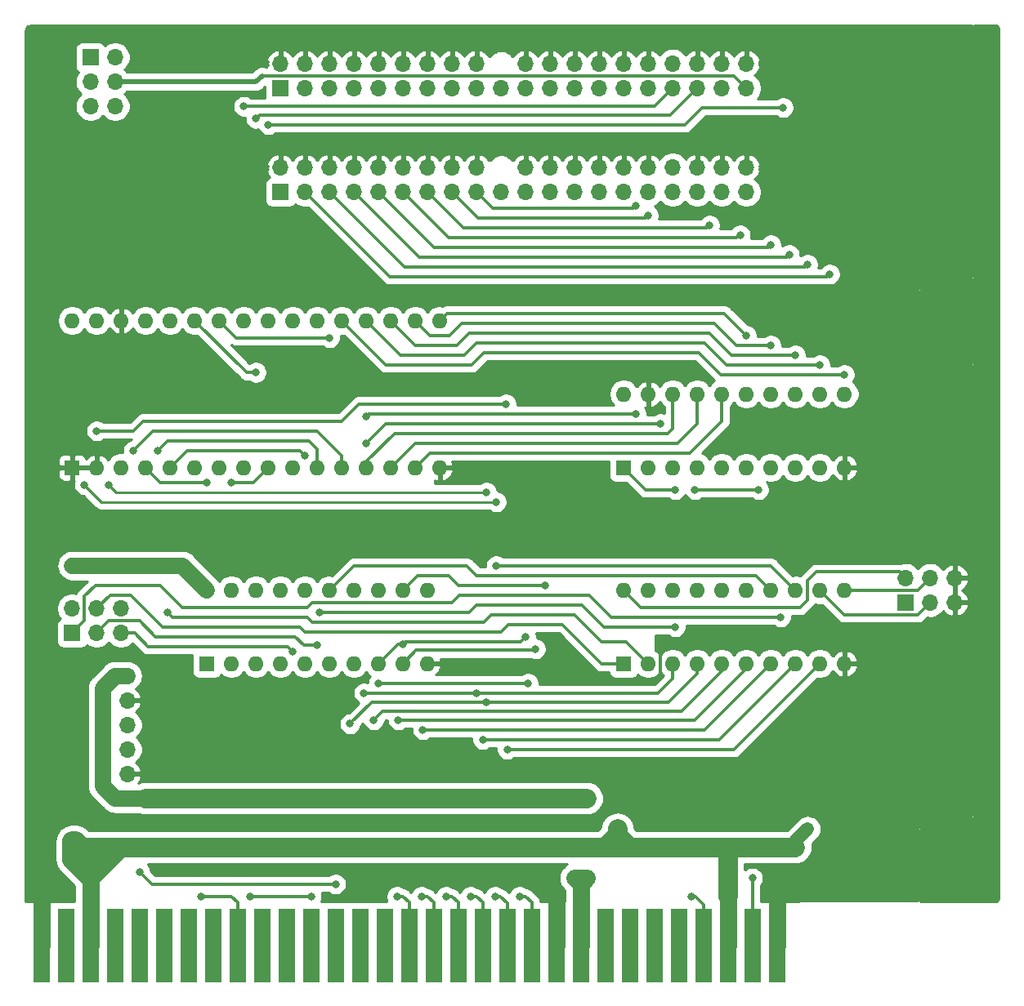
<source format=gbl>
%TF.GenerationSoftware,KiCad,Pcbnew,(5.1.9)-1*%
%TF.CreationDate,2021-09-28T21:55:09+08:00*%
%TF.ProjectId,XTA-Interface,5854412d-496e-4746-9572-666163652e6b,rev?*%
%TF.SameCoordinates,Original*%
%TF.FileFunction,Copper,L2,Bot*%
%TF.FilePolarity,Positive*%
%FSLAX46Y46*%
G04 Gerber Fmt 4.6, Leading zero omitted, Abs format (unit mm)*
G04 Created by KiCad (PCBNEW (5.1.9)-1) date 2021-09-28 21:55:09*
%MOMM*%
%LPD*%
G01*
G04 APERTURE LIST*
%TA.AperFunction,ComponentPad*%
%ADD10C,4.000000*%
%TD*%
%TA.AperFunction,ComponentPad*%
%ADD11O,1.700000X1.700000*%
%TD*%
%TA.AperFunction,ComponentPad*%
%ADD12R,1.700000X1.700000*%
%TD*%
%TA.AperFunction,ComponentPad*%
%ADD13O,1.600000X1.600000*%
%TD*%
%TA.AperFunction,ComponentPad*%
%ADD14R,1.600000X1.600000*%
%TD*%
%TA.AperFunction,ConnectorPad*%
%ADD15R,1.780000X7.620000*%
%TD*%
%TA.AperFunction,ViaPad*%
%ADD16C,0.800000*%
%TD*%
%TA.AperFunction,ViaPad*%
%ADD17C,1.000000*%
%TD*%
%TA.AperFunction,Conductor*%
%ADD18C,0.300000*%
%TD*%
%TA.AperFunction,Conductor*%
%ADD19C,0.250000*%
%TD*%
%TA.AperFunction,Conductor*%
%ADD20C,1.750000*%
%TD*%
%TA.AperFunction,Conductor*%
%ADD21C,0.500000*%
%TD*%
%TA.AperFunction,Conductor*%
%ADD22C,2.000000*%
%TD*%
%TA.AperFunction,Conductor*%
%ADD23C,1.325000*%
%TD*%
%TA.AperFunction,Conductor*%
%ADD24C,1.700000*%
%TD*%
%TA.AperFunction,Conductor*%
%ADD25C,0.254000*%
%TD*%
%TA.AperFunction,Conductor*%
%ADD26C,0.100000*%
%TD*%
G04 APERTURE END LIST*
D10*
%TO.P,H4,1*%
%TO.N,GND*%
X195763000Y-130190000D03*
%TD*%
%TO.P,H2,1*%
%TO.N,GND*%
X195763000Y-73670000D03*
%TD*%
D11*
%TO.P,CN4,6*%
%TO.N,+12V*%
X107950000Y-110490000D03*
%TO.P,CN4,5*%
%TO.N,GND*%
X107950000Y-113030000D03*
%TO.P,CN4,4*%
%TO.N,VCC*%
X107950000Y-115570000D03*
%TO.P,CN4,3*%
X107950000Y-118110000D03*
%TO.P,CN4,2*%
%TO.N,GND*%
X107950000Y-120650000D03*
D12*
%TO.P,CN4,1*%
%TO.N,+12V*%
X107950000Y-123190000D03*
%TD*%
D13*
%TO.P,U2,20*%
%TO.N,VCC*%
X159385000Y-81280000D03*
%TO.P,U2,10*%
%TO.N,GND*%
X182245000Y-88900000D03*
%TO.P,U2,19*%
X161925000Y-81280000D03*
%TO.P,U2,9*%
%TO.N,D7*%
X179705000Y-88900000D03*
%TO.P,U2,18*%
%TO.N,D0_BUF*%
X164465000Y-81280000D03*
%TO.P,U2,8*%
%TO.N,D6*%
X177165000Y-88900000D03*
%TO.P,U2,17*%
%TO.N,D1_BUF*%
X167005000Y-81280000D03*
%TO.P,U2,7*%
%TO.N,D5*%
X174625000Y-88900000D03*
%TO.P,U2,16*%
%TO.N,D2_BUF*%
X169545000Y-81280000D03*
%TO.P,U2,6*%
%TO.N,D4*%
X172085000Y-88900000D03*
%TO.P,U2,15*%
%TO.N,D3_BUF*%
X172085000Y-81280000D03*
%TO.P,U2,5*%
%TO.N,D3*%
X169545000Y-88900000D03*
%TO.P,U2,14*%
%TO.N,D4_BUF*%
X174625000Y-81280000D03*
%TO.P,U2,4*%
%TO.N,D2*%
X167005000Y-88900000D03*
%TO.P,U2,13*%
%TO.N,D5_BUF*%
X177165000Y-81280000D03*
%TO.P,U2,3*%
%TO.N,D1*%
X164465000Y-88900000D03*
%TO.P,U2,12*%
%TO.N,D6_BUF*%
X179705000Y-81280000D03*
%TO.P,U2,2*%
%TO.N,D0*%
X161925000Y-88900000D03*
%TO.P,U2,11*%
%TO.N,D7_BUF*%
X182245000Y-81280000D03*
D14*
%TO.P,U2,1*%
%TO.N,BUFF_DIR*%
X159385000Y-88900000D03*
%TD*%
D13*
%TO.P,U4,20*%
%TO.N,VCC*%
X159385000Y-101600000D03*
%TO.P,U4,10*%
%TO.N,GND*%
X182245000Y-109220000D03*
%TO.P,U4,19*%
%TO.N,~CE~_BIOS*%
X161925000Y-101600000D03*
%TO.P,U4,9*%
%TO.N,A19*%
X179705000Y-109220000D03*
%TO.P,U4,18*%
%TO.N,~MEMR~_DELAYED*%
X164465000Y-101600000D03*
%TO.P,U4,8*%
%TO.N,A18*%
X177165000Y-109220000D03*
%TO.P,U4,17*%
%TO.N,BUFF_DIR*%
X167005000Y-101600000D03*
%TO.P,U4,7*%
%TO.N,A17*%
X174625000Y-109220000D03*
%TO.P,U4,16*%
%TO.N,~CS_XTA1*%
X169545000Y-101600000D03*
%TO.P,U4,6*%
%TO.N,A16*%
X172085000Y-109220000D03*
%TO.P,U4,15*%
%TO.N,~CS_XTA0*%
X172085000Y-101600000D03*
%TO.P,U4,5*%
%TO.N,A15*%
X169545000Y-109220000D03*
%TO.P,U4,14*%
%TO.N,DECODE_IO_RANGE*%
X174625000Y-101600000D03*
%TO.P,U4,4*%
%TO.N,A14*%
X167005000Y-109220000D03*
%TO.P,U4,13*%
%TO.N,~MEMR*%
X177165000Y-101600000D03*
%TO.P,U4,3*%
%TO.N,A13*%
X164465000Y-109220000D03*
%TO.P,U4,12*%
%TO.N,ADDR_JUMPER_1*%
X179705000Y-101600000D03*
%TO.P,U4,2*%
%TO.N,A02*%
X161925000Y-109220000D03*
%TO.P,U4,11*%
%TO.N,ADDR_JUMPER_0*%
X182245000Y-101600000D03*
D14*
%TO.P,U4,1*%
%TO.N,ST_WD_JUMPER*%
X159385000Y-109220000D03*
%TD*%
D13*
%TO.P,U3,20*%
%TO.N,VCC*%
X116205000Y-101600000D03*
%TO.P,U3,10*%
%TO.N,GND*%
X139065000Y-109220000D03*
%TO.P,U3,19*%
%TO.N,/IOR_DELAY5*%
X118745000Y-101600000D03*
%TO.P,U3,9*%
%TO.N,~IOR*%
X136525000Y-109220000D03*
%TO.P,U3,18*%
%TO.N,/IOR_DELAY4*%
X121285000Y-101600000D03*
%TO.P,U3,8*%
%TO.N,~IOW*%
X133985000Y-109220000D03*
%TO.P,U3,17*%
%TO.N,/IOR_DELAY3*%
X123825000Y-101600000D03*
%TO.P,U3,7*%
%TO.N,A09*%
X131445000Y-109220000D03*
%TO.P,U3,16*%
%TO.N,/IOR_DELAY_DEBUG*%
X126365000Y-101600000D03*
%TO.P,U3,6*%
%TO.N,A08*%
X128905000Y-109220000D03*
%TO.P,U3,15*%
%TO.N,DECODE_IO_RANGE*%
X128905000Y-101600000D03*
%TO.P,U3,5*%
%TO.N,A07*%
X126365000Y-109220000D03*
%TO.P,U3,14*%
%TO.N,/IOR_DELAY2*%
X131445000Y-101600000D03*
%TO.P,U3,4*%
%TO.N,A06*%
X123825000Y-109220000D03*
%TO.P,U3,13*%
%TO.N,/IOR_DELAY1*%
X133985000Y-101600000D03*
%TO.P,U3,3*%
%TO.N,A05*%
X121285000Y-109220000D03*
%TO.P,U3,12*%
%TO.N,~XTA_DACK*%
X136525000Y-101600000D03*
%TO.P,U3,2*%
%TO.N,A04*%
X118745000Y-109220000D03*
%TO.P,U3,11*%
%TO.N,~DACK3*%
X139065000Y-101600000D03*
D14*
%TO.P,U3,1*%
%TO.N,A03*%
X116205000Y-109220000D03*
%TD*%
D13*
%TO.P,U1,32*%
%TO.N,VCC*%
X102235000Y-73660000D03*
%TO.P,U1,16*%
%TO.N,GND*%
X140335000Y-88900000D03*
%TO.P,U1,31*%
%TO.N,~MEMW*%
X104775000Y-73660000D03*
%TO.P,U1,15*%
%TO.N,D2_BUF*%
X137795000Y-88900000D03*
%TO.P,U1,30*%
%TO.N,GND*%
X107315000Y-73660000D03*
%TO.P,U1,14*%
%TO.N,D1_BUF*%
X135255000Y-88900000D03*
%TO.P,U1,29*%
%TO.N,A14*%
X109855000Y-73660000D03*
%TO.P,U1,13*%
%TO.N,D0_BUF*%
X132715000Y-88900000D03*
%TO.P,U1,28*%
%TO.N,A13*%
X112395000Y-73660000D03*
%TO.P,U1,12*%
%TO.N,A00*%
X130175000Y-88900000D03*
%TO.P,U1,27*%
%TO.N,A08*%
X114935000Y-73660000D03*
%TO.P,U1,11*%
%TO.N,A01*%
X127635000Y-88900000D03*
%TO.P,U1,26*%
%TO.N,A09*%
X117475000Y-73660000D03*
%TO.P,U1,10*%
%TO.N,A02*%
X125095000Y-88900000D03*
%TO.P,U1,25*%
%TO.N,A11*%
X120015000Y-73660000D03*
%TO.P,U1,9*%
%TO.N,A03*%
X122555000Y-88900000D03*
%TO.P,U1,24*%
%TO.N,~MEMR~_DELAYED*%
X122555000Y-73660000D03*
%TO.P,U1,8*%
%TO.N,A04*%
X120015000Y-88900000D03*
%TO.P,U1,23*%
%TO.N,A10*%
X125095000Y-73660000D03*
%TO.P,U1,7*%
%TO.N,A05*%
X117475000Y-88900000D03*
%TO.P,U1,22*%
%TO.N,~CE~_BIOS*%
X127635000Y-73660000D03*
%TO.P,U1,6*%
%TO.N,A06*%
X114935000Y-88900000D03*
%TO.P,U1,21*%
%TO.N,D7_BUF*%
X130175000Y-73660000D03*
%TO.P,U1,5*%
%TO.N,A07*%
X112395000Y-88900000D03*
%TO.P,U1,20*%
%TO.N,D6_BUF*%
X132715000Y-73660000D03*
%TO.P,U1,4*%
%TO.N,A12*%
X109855000Y-88900000D03*
%TO.P,U1,19*%
%TO.N,D5_BUF*%
X135255000Y-73660000D03*
%TO.P,U1,3*%
%TO.N,ST_WD_JUMPER*%
X107315000Y-88900000D03*
%TO.P,U1,18*%
%TO.N,D4_BUF*%
X137795000Y-73660000D03*
%TO.P,U1,2*%
%TO.N,GND*%
X104775000Y-88900000D03*
%TO.P,U1,17*%
%TO.N,D3_BUF*%
X140335000Y-73660000D03*
D14*
%TO.P,U1,1*%
%TO.N,GND*%
X102235000Y-88900000D03*
%TD*%
D11*
%TO.P,JP2,6*%
%TO.N,GND*%
X193675000Y-100330000D03*
%TO.P,JP2,5*%
X193675000Y-102870000D03*
%TO.P,JP2,4*%
%TO.N,ADDR_JUMPER_0*%
X191135000Y-100330000D03*
%TO.P,JP2,3*%
%TO.N,ADDR_JUMPER_1*%
X191135000Y-102870000D03*
%TO.P,JP2,2*%
%TO.N,VCC*%
X188595000Y-100330000D03*
D12*
%TO.P,JP2,1*%
X188595000Y-102870000D03*
%TD*%
D11*
%TO.P,JP1,6*%
%TO.N,GND*%
X107315000Y-103505000D03*
%TO.P,JP1,5*%
%TO.N,IRQ5*%
X107315000Y-106045000D03*
%TO.P,JP1,4*%
%TO.N,ST_WD_JUMPER*%
X104775000Y-103505000D03*
%TO.P,JP1,3*%
%TO.N,XTA_IRQ*%
X104775000Y-106045000D03*
%TO.P,JP1,2*%
%TO.N,VCC*%
X102235000Y-103505000D03*
D12*
%TO.P,JP1,1*%
%TO.N,IRQ2*%
X102235000Y-106045000D03*
%TD*%
D11*
%TO.P,CN3,6*%
%TO.N,~DRV_ACTIVE*%
X106680000Y-51435000D03*
%TO.P,CN3,5*%
%TO.N,Net-(CN3-Pad1)*%
X104140000Y-51435000D03*
%TO.P,CN3,4*%
%TO.N,~DRV_ACTIVE*%
X106680000Y-48895000D03*
%TO.P,CN3,3*%
%TO.N,Net-(CN3-Pad1)*%
X104140000Y-48895000D03*
%TO.P,CN3,2*%
%TO.N,~DRV_ACTIVE*%
X106680000Y-46355000D03*
D12*
%TO.P,CN3,1*%
%TO.N,Net-(CN3-Pad1)*%
X104140000Y-46355000D03*
%TD*%
D11*
%TO.P,CN2,40*%
%TO.N,GND*%
X172085000Y-57785000D03*
%TO.P,CN2,39*%
%TO.N,~DRV_ACTIVE*%
X172085000Y-60325000D03*
%TO.P,CN2,38*%
%TO.N,GND*%
X169545000Y-57785000D03*
%TO.P,CN2,37*%
%TO.N,~CS_XTA1*%
X169545000Y-60325000D03*
%TO.P,CN2,36*%
%TO.N,GND*%
X167005000Y-57785000D03*
%TO.P,CN2,35*%
%TO.N,A00*%
X167005000Y-60325000D03*
%TO.P,CN2,34*%
%TO.N,Net-(CN2-Pad34)*%
X164465000Y-57785000D03*
%TO.P,CN2,33*%
%TO.N,A01*%
X164465000Y-60325000D03*
%TO.P,CN2,32*%
%TO.N,GND*%
X161925000Y-57785000D03*
%TO.P,CN2,31*%
%TO.N,XTA_IRQ*%
X161925000Y-60325000D03*
%TO.P,CN2,30*%
%TO.N,GND*%
X159385000Y-57785000D03*
%TO.P,CN2,29*%
%TO.N,DRQ3*%
X159385000Y-60325000D03*
%TO.P,CN2,28*%
%TO.N,GND*%
X156845000Y-57785000D03*
%TO.P,CN2,27*%
%TO.N,~XTA_DACK*%
X156845000Y-60325000D03*
%TO.P,CN2,26*%
%TO.N,GND*%
X154305000Y-57785000D03*
%TO.P,CN2,25*%
%TO.N,~IOR*%
X154305000Y-60325000D03*
%TO.P,CN2,24*%
%TO.N,GND*%
X151765000Y-57785000D03*
%TO.P,CN2,23*%
%TO.N,~IOW*%
X151765000Y-60325000D03*
%TO.P,CN2,22*%
%TO.N,GND*%
X149225000Y-57785000D03*
%TO.P,CN2,21*%
%TO.N,AEN*%
X149225000Y-60325000D03*
%TO.P,CN2,19*%
%TO.N,GND*%
X146685000Y-60325000D03*
%TO.P,CN2,18*%
X144145000Y-57785000D03*
%TO.P,CN2,17*%
%TO.N,D0*%
X144145000Y-60325000D03*
%TO.P,CN2,16*%
%TO.N,GND*%
X141605000Y-57785000D03*
%TO.P,CN2,15*%
%TO.N,D1*%
X141605000Y-60325000D03*
%TO.P,CN2,14*%
%TO.N,GND*%
X139065000Y-57785000D03*
%TO.P,CN2,13*%
%TO.N,D2*%
X139065000Y-60325000D03*
%TO.P,CN2,12*%
%TO.N,GND*%
X136525000Y-57785000D03*
%TO.P,CN2,11*%
%TO.N,D3*%
X136525000Y-60325000D03*
%TO.P,CN2,10*%
%TO.N,GND*%
X133985000Y-57785000D03*
%TO.P,CN2,9*%
%TO.N,D4*%
X133985000Y-60325000D03*
%TO.P,CN2,8*%
%TO.N,GND*%
X131445000Y-57785000D03*
%TO.P,CN2,7*%
%TO.N,D5*%
X131445000Y-60325000D03*
%TO.P,CN2,6*%
%TO.N,GND*%
X128905000Y-57785000D03*
%TO.P,CN2,5*%
%TO.N,D6*%
X128905000Y-60325000D03*
%TO.P,CN2,4*%
%TO.N,GND*%
X126365000Y-57785000D03*
%TO.P,CN2,3*%
%TO.N,D7*%
X126365000Y-60325000D03*
%TO.P,CN2,2*%
%TO.N,GND*%
X123825000Y-57785000D03*
D12*
%TO.P,CN2,1*%
%TO.N,RESET*%
X123825000Y-60325000D03*
%TD*%
D11*
%TO.P,CN1,40*%
%TO.N,GND*%
X172085000Y-46990000D03*
%TO.P,CN1,39*%
%TO.N,~DRV_ACTIVE*%
X172085000Y-49530000D03*
%TO.P,CN1,38*%
%TO.N,GND*%
X169545000Y-46990000D03*
%TO.P,CN1,37*%
%TO.N,~CS_XTA0*%
X169545000Y-49530000D03*
%TO.P,CN1,36*%
%TO.N,GND*%
X167005000Y-46990000D03*
%TO.P,CN1,35*%
%TO.N,A00*%
X167005000Y-49530000D03*
%TO.P,CN1,34*%
%TO.N,Net-(CN1-Pad34)*%
X164465000Y-46990000D03*
%TO.P,CN1,33*%
%TO.N,A01*%
X164465000Y-49530000D03*
%TO.P,CN1,32*%
%TO.N,GND*%
X161925000Y-46990000D03*
%TO.P,CN1,31*%
%TO.N,XTA_IRQ*%
X161925000Y-49530000D03*
%TO.P,CN1,30*%
%TO.N,GND*%
X159385000Y-46990000D03*
%TO.P,CN1,29*%
%TO.N,DRQ3*%
X159385000Y-49530000D03*
%TO.P,CN1,28*%
%TO.N,GND*%
X156845000Y-46990000D03*
%TO.P,CN1,27*%
%TO.N,~XTA_DACK*%
X156845000Y-49530000D03*
%TO.P,CN1,26*%
%TO.N,GND*%
X154305000Y-46990000D03*
%TO.P,CN1,25*%
%TO.N,~IOR*%
X154305000Y-49530000D03*
%TO.P,CN1,24*%
%TO.N,GND*%
X151765000Y-46990000D03*
%TO.P,CN1,23*%
%TO.N,~IOW*%
X151765000Y-49530000D03*
%TO.P,CN1,22*%
%TO.N,GND*%
X149225000Y-46990000D03*
%TO.P,CN1,21*%
%TO.N,AEN*%
X149225000Y-49530000D03*
%TO.P,CN1,19*%
%TO.N,GND*%
X146685000Y-49530000D03*
%TO.P,CN1,18*%
X144145000Y-46990000D03*
%TO.P,CN1,17*%
%TO.N,D0*%
X144145000Y-49530000D03*
%TO.P,CN1,16*%
%TO.N,GND*%
X141605000Y-46990000D03*
%TO.P,CN1,15*%
%TO.N,D1*%
X141605000Y-49530000D03*
%TO.P,CN1,14*%
%TO.N,GND*%
X139065000Y-46990000D03*
%TO.P,CN1,13*%
%TO.N,D2*%
X139065000Y-49530000D03*
%TO.P,CN1,12*%
%TO.N,GND*%
X136525000Y-46990000D03*
%TO.P,CN1,11*%
%TO.N,D3*%
X136525000Y-49530000D03*
%TO.P,CN1,10*%
%TO.N,GND*%
X133985000Y-46990000D03*
%TO.P,CN1,9*%
%TO.N,D4*%
X133985000Y-49530000D03*
%TO.P,CN1,8*%
%TO.N,GND*%
X131445000Y-46990000D03*
%TO.P,CN1,7*%
%TO.N,D5*%
X131445000Y-49530000D03*
%TO.P,CN1,6*%
%TO.N,GND*%
X128905000Y-46990000D03*
%TO.P,CN1,5*%
%TO.N,D6*%
X128905000Y-49530000D03*
%TO.P,CN1,4*%
%TO.N,GND*%
X126365000Y-46990000D03*
%TO.P,CN1,3*%
%TO.N,D7*%
X126365000Y-49530000D03*
%TO.P,CN1,2*%
%TO.N,GND*%
X123825000Y-46990000D03*
D12*
%TO.P,CN1,1*%
%TO.N,RESET*%
X123825000Y-49530000D03*
%TD*%
D15*
%TO.P,J3,31*%
%TO.N,GND*%
X99060000Y-138430000D03*
%TO.P,J3,30*%
%TO.N,Net-(J3-Pad30)*%
X101600000Y-138430000D03*
%TO.P,J3,29*%
%TO.N,VCC*%
X104140000Y-138430000D03*
%TO.P,J3,28*%
%TO.N,Net-(J3-Pad28)*%
X106680000Y-138430000D03*
%TO.P,J3,27*%
%TO.N,Net-(J3-Pad27)*%
X109220000Y-138430000D03*
%TO.P,J3,26*%
%TO.N,Net-(J3-Pad26)*%
X111760000Y-138430000D03*
%TO.P,J3,25*%
%TO.N,Net-(J3-Pad25)*%
X114300000Y-138430000D03*
%TO.P,J3,24*%
%TO.N,Net-(J3-Pad24)*%
X116840000Y-138430000D03*
%TO.P,J3,23*%
%TO.N,IRQ5*%
X119380000Y-138430000D03*
%TO.P,J3,22*%
%TO.N,Net-(J3-Pad22)*%
X121920000Y-138430000D03*
%TO.P,J3,21*%
%TO.N,Net-(J3-Pad21)*%
X124460000Y-138430000D03*
%TO.P,J3,20*%
%TO.N,Net-(J3-Pad20)*%
X127000000Y-138430000D03*
%TO.P,J3,19*%
%TO.N,Net-(J3-Pad19)*%
X129540000Y-138430000D03*
%TO.P,J3,18*%
%TO.N,Net-(J3-Pad18)*%
X132080000Y-138430000D03*
%TO.P,J3,17*%
%TO.N,Net-(J3-Pad17)*%
X134620000Y-138430000D03*
%TO.P,J3,16*%
%TO.N,DRQ3*%
X137160000Y-138430000D03*
%TO.P,J3,15*%
%TO.N,~DACK3*%
X139700000Y-138430000D03*
%TO.P,J3,14*%
%TO.N,~IOR*%
X142240000Y-138430000D03*
%TO.P,J3,13*%
%TO.N,~IOW*%
X144780000Y-138430000D03*
%TO.P,J3,12*%
%TO.N,~MEMR*%
X147320000Y-138430000D03*
%TO.P,J3,11*%
%TO.N,~MEMW*%
X149860000Y-138430000D03*
%TO.P,J3,10*%
%TO.N,GND*%
X152400000Y-138430000D03*
%TO.P,J3,9*%
%TO.N,+12V*%
X154940000Y-138430000D03*
%TO.P,J3,8*%
%TO.N,Net-(J3-Pad8)*%
X157480000Y-138430000D03*
%TO.P,J3,7*%
%TO.N,Net-(J3-Pad7)*%
X160020000Y-138430000D03*
%TO.P,J3,6*%
%TO.N,Net-(J3-Pad6)*%
X162560000Y-138430000D03*
%TO.P,J3,5*%
%TO.N,Net-(J3-Pad5)*%
X165100000Y-138430000D03*
%TO.P,J3,4*%
%TO.N,IRQ2*%
X167640000Y-138430000D03*
%TO.P,J3,3*%
%TO.N,VCC*%
X170180000Y-138430000D03*
%TO.P,J3,2*%
%TO.N,RESET*%
X172720000Y-138430000D03*
%TO.P,J3,1*%
%TO.N,GND*%
X175260000Y-138430000D03*
%TD*%
D16*
%TO.N,A00*%
X121285000Y-52705000D03*
X108585000Y-87122000D03*
%TO.N,A01*%
X120015000Y-51435000D03*
X111125000Y-87122000D03*
%TO.N,A02*%
X112141000Y-103886000D03*
%TO.N,A03*%
X118745000Y-90424000D03*
%TO.N,A07*%
X126365000Y-87630000D03*
%TO.N,A08*%
X121285000Y-79027014D03*
%TO.N,A09*%
X128905000Y-75438000D03*
%TO.N,A11*%
X127000000Y-133350000D03*
X120650000Y-133350000D03*
%TO.N,A12*%
X109220000Y-130810000D03*
X129540000Y-132080000D03*
X116205000Y-90424000D03*
%TO.N,A13*%
X132461000Y-112268000D03*
X144145000Y-112268000D03*
X106045000Y-90678000D03*
X145161000Y-91440000D03*
%TO.N,A15*%
X133477000Y-115062000D03*
%TO.N,A16*%
X136017000Y-115062000D03*
%TO.N,A17*%
X138557000Y-116078000D03*
%TO.N,A18*%
X144780000Y-117094000D03*
%TO.N,A19*%
X147320000Y-118110000D03*
%TO.N,D0*%
X160655000Y-61722000D03*
%TO.N,D1*%
X161925008Y-62738000D03*
%TO.N,D2*%
X168275000Y-63754000D03*
%TO.N,D3*%
X171450000Y-64770000D03*
%TO.N,D4*%
X174625000Y-65786000D03*
%TO.N,D5*%
X176530000Y-66802000D03*
%TO.N,D6*%
X178435000Y-67818000D03*
%TO.N,D7*%
X180721000Y-68834000D03*
D17*
%TO.N,GND*%
X178435000Y-130810000D03*
X180340000Y-130810000D03*
X102870000Y-113030000D03*
X102870000Y-120650000D03*
X100965000Y-120650000D03*
X100965000Y-113030000D03*
X151765000Y-132715000D03*
X133350000Y-130810000D03*
X133350000Y-132715000D03*
X176530000Y-130810000D03*
X179705000Y-128270000D03*
X179705000Y-124460000D03*
X181610000Y-126365000D03*
X129667000Y-120650000D03*
X159385000Y-97536000D03*
X159385000Y-94615000D03*
X116205000Y-97536000D03*
X116205000Y-94615000D03*
X98425000Y-43815000D03*
X100330000Y-43815000D03*
X100965000Y-55245000D03*
X102235000Y-69596000D03*
X102235000Y-66675000D03*
X104140000Y-68121000D03*
X100965000Y-63500000D03*
X159385000Y-71120000D03*
X161290000Y-78740000D03*
X157480000Y-78740000D03*
X164465000Y-78740000D03*
X167005000Y-78740000D03*
X164465000Y-71120000D03*
X167005000Y-71120000D03*
X153670000Y-71120000D03*
X161925000Y-71120000D03*
X129667000Y-125730000D03*
X143510000Y-125730000D03*
X116459000Y-115570000D03*
X116459000Y-120650000D03*
X116459000Y-125730000D03*
X116459000Y-111252000D03*
X123063000Y-120650000D03*
X123063000Y-125730000D03*
X123063000Y-115570000D03*
D16*
X112649000Y-130556000D03*
D17*
X151511000Y-130809996D03*
X151511000Y-125730000D03*
X142240000Y-120650000D03*
X142240000Y-117475000D03*
X151511000Y-120650000D03*
X156083000Y-120650000D03*
X129667000Y-117094000D03*
X153797000Y-110490000D03*
X152019000Y-110490000D03*
X142240000Y-109474000D03*
X153797000Y-97536000D03*
X153797000Y-107950000D03*
X153797000Y-119634000D03*
X100965000Y-101600000D03*
X100965000Y-108585000D03*
X104775000Y-108585000D03*
X101346000Y-76200000D03*
X100965000Y-96520000D03*
X104140000Y-96520000D03*
X186055000Y-97790000D03*
X186055000Y-106045000D03*
X172720000Y-53340000D03*
X177165000Y-53340000D03*
X184785000Y-60960000D03*
X184785000Y-72390000D03*
X174625000Y-63500000D03*
X178435000Y-65405000D03*
X182245000Y-67310000D03*
X177165000Y-49530000D03*
X183515000Y-54610000D03*
X188595000Y-60960000D03*
X153670000Y-78740000D03*
X146685000Y-78740000D03*
X153670000Y-81280000D03*
X118745000Y-46990000D03*
X114300000Y-46990000D03*
X109855000Y-46990000D03*
X109855000Y-50800000D03*
X117475000Y-50800000D03*
X113665000Y-50800000D03*
X177165000Y-44450000D03*
X194310000Y-57150000D03*
X175260000Y-120015000D03*
X141605000Y-97155000D03*
X127635000Y-97790000D03*
X125095000Y-97790000D03*
X122555000Y-97790000D03*
X122555000Y-93980000D03*
X125095000Y-93980000D03*
X127635000Y-93980000D03*
X130175000Y-93980000D03*
X132715000Y-93980000D03*
X135255000Y-93980000D03*
X137795000Y-93980000D03*
X153797000Y-90678000D03*
X145415000Y-80645000D03*
X138303000Y-80264000D03*
X146685000Y-71120000D03*
X123190000Y-63500000D03*
X114935000Y-70485000D03*
X118110000Y-67945000D03*
X107315000Y-76200000D03*
X102870000Y-76200000D03*
X114300000Y-76200000D03*
X113665000Y-82550000D03*
X120650000Y-82550000D03*
X123190000Y-70485000D03*
X118110000Y-60325000D03*
X194310000Y-47625000D03*
X187960000Y-44450000D03*
X135255000Y-97155000D03*
X132715000Y-97155000D03*
X130175000Y-97155000D03*
X158877000Y-91694000D03*
X143510000Y-88900000D03*
X138430000Y-97155000D03*
X106680000Y-82550000D03*
X108712000Y-96774000D03*
X108712000Y-93980000D03*
%TO.N,VCC*%
X102235000Y-127635000D03*
X102235000Y-129540000D03*
X158750000Y-128270000D03*
X177165000Y-128270000D03*
X178435000Y-126365000D03*
X158750000Y-126365000D03*
X102235000Y-99060000D03*
X103505000Y-99060000D03*
D16*
%TO.N,~IOR*%
X140970000Y-133350000D03*
X150241000Y-107696000D03*
%TO.N,~IOW*%
X143510000Y-133350000D03*
X136525000Y-107188000D03*
X149225000Y-106426000D03*
%TO.N,~MEMR*%
X146050000Y-133350000D03*
X146177000Y-99060000D03*
%TO.N,~MEMW*%
X148590000Y-133350000D03*
X147193000Y-82296000D03*
X104775000Y-85090000D03*
%TO.N,RESET*%
X122556777Y-53341777D03*
X172720000Y-131445000D03*
X175895000Y-51561990D03*
%TO.N,D3_BUF*%
X172085000Y-75184000D03*
%TO.N,D4_BUF*%
X174625000Y-76200000D03*
%TO.N,D5_BUF*%
X177165000Y-77216000D03*
%TO.N,D6_BUF*%
X179705000Y-78231990D03*
%TO.N,D7_BUF*%
X182245000Y-79247986D03*
%TO.N,~CE~_BIOS*%
X132715000Y-83566000D03*
X160655000Y-83312000D03*
%TO.N,A14*%
X131035747Y-115471253D03*
X145161000Y-113235999D03*
X103505000Y-90677994D03*
X146177000Y-92456000D03*
%TO.N,~MEMR~_DELAYED*%
X132715000Y-86360000D03*
X163195000Y-84328000D03*
%TO.N,XTA_IRQ*%
X164719000Y-105410000D03*
X127635000Y-107315000D03*
X127889000Y-103886000D03*
%TO.N,~XTA_DACK*%
X151257000Y-101092000D03*
D17*
%TO.N,+12V*%
X155575000Y-131445000D03*
X154305000Y-131445000D03*
X155575000Y-123190000D03*
X154305000Y-123190000D03*
D16*
%TO.N,IRQ5*%
X115570000Y-133350000D03*
X125095000Y-107950000D03*
%TO.N,IRQ2*%
X166370000Y-133350000D03*
X175641000Y-104394000D03*
%TO.N,~CS_XTA1*%
X166751000Y-91186000D03*
X173355000Y-91186000D03*
%TO.N,~DACK3*%
X138430000Y-133350000D03*
%TO.N,DRQ3*%
X135890000Y-133350000D03*
X133985000Y-111252000D03*
X149479000Y-111252000D03*
%TO.N,BUFF_DIR*%
X164719000Y-91186000D03*
%TD*%
D18*
%TO.N,A00*%
X164211000Y-52324000D02*
X121666000Y-52324000D01*
X167005000Y-49530000D02*
X164211000Y-52324000D01*
X121666000Y-52324000D02*
X121285000Y-52705000D01*
X130175000Y-87630000D02*
X130175000Y-88900000D01*
X127635000Y-85090000D02*
X130175000Y-87630000D01*
X110617000Y-85090000D02*
X127635000Y-85090000D01*
X108585000Y-87122000D02*
X110617000Y-85090000D01*
%TO.N,A01*%
X164465000Y-49530000D02*
X162560000Y-51435000D01*
X162560000Y-51435000D02*
X120015000Y-51435000D01*
X127635000Y-86995000D02*
X127635000Y-88900000D01*
X112141000Y-86106000D02*
X126746000Y-86106000D01*
X126746000Y-86106000D02*
X127635000Y-86995000D01*
X111125000Y-87122000D02*
X112141000Y-86106000D01*
%TO.N,A02*%
X157099000Y-106934000D02*
X159639000Y-106934000D01*
X154305000Y-104140000D02*
X157099000Y-106934000D01*
X159639000Y-106934000D02*
X161925000Y-109220000D01*
X127127000Y-104902000D02*
X144907000Y-104902000D01*
X145669000Y-104140000D02*
X154305000Y-104140000D01*
X126619000Y-104394000D02*
X127127000Y-104902000D01*
X144907000Y-104902000D02*
X145669000Y-104140000D01*
X112649000Y-104394000D02*
X126619000Y-104394000D01*
X112141000Y-103886000D02*
X112649000Y-104394000D01*
%TO.N,A03*%
X121031000Y-90424000D02*
X122555000Y-88900000D01*
X118745000Y-90424000D02*
X121031000Y-90424000D01*
%TO.N,A07*%
X114173000Y-87122000D02*
X112395000Y-88900000D01*
X125857000Y-87122000D02*
X114173000Y-87122000D01*
X126365000Y-87630000D02*
X125857000Y-87122000D01*
%TO.N,A08*%
X114935000Y-73660000D02*
X120302014Y-79027014D01*
X120302014Y-79027014D02*
X121285000Y-79027014D01*
%TO.N,A09*%
X119253000Y-75438000D02*
X117475000Y-73660000D01*
X128905000Y-75438000D02*
X119253000Y-75438000D01*
%TO.N,A11*%
X127000000Y-133350000D02*
X120650000Y-133350000D01*
%TO.N,A12*%
X109220000Y-130810000D02*
X110490000Y-132080000D01*
X110490000Y-132080000D02*
X129540000Y-132080000D01*
X111379000Y-90424000D02*
X109855000Y-88900000D01*
X116205000Y-90424000D02*
X111379000Y-90424000D01*
%TO.N,A13*%
X162941000Y-112268000D02*
X144145000Y-112268000D01*
X164465000Y-110744000D02*
X162941000Y-112268000D01*
X164465000Y-109220000D02*
X164465000Y-110744000D01*
X144145000Y-112268000D02*
X132461000Y-112268000D01*
D19*
X106807000Y-91440000D02*
X106045000Y-90678000D01*
X145161000Y-91440000D02*
X106807000Y-91440000D01*
D18*
%TO.N,A15*%
X165372991Y-114154009D02*
X134384991Y-114154009D01*
X169545000Y-109982000D02*
X165372991Y-114154009D01*
X134384991Y-114154009D02*
X133477000Y-115062000D01*
X169545000Y-109220000D02*
X169545000Y-109982000D01*
%TO.N,A16*%
X166751000Y-115062000D02*
X136017000Y-115062000D01*
X172085000Y-109728000D02*
X166751000Y-115062000D01*
X172085000Y-109220000D02*
X172085000Y-109728000D01*
%TO.N,A17*%
X167767000Y-116078000D02*
X138557000Y-116078000D01*
X174625000Y-109220000D02*
X167767000Y-116078000D01*
%TO.N,A18*%
X169291000Y-117094000D02*
X144780000Y-117094000D01*
X177165000Y-109220000D02*
X169291000Y-117094000D01*
%TO.N,A19*%
X170815000Y-118110000D02*
X179705000Y-109220000D01*
X147320000Y-118110000D02*
X170815000Y-118110000D01*
%TO.N,D0*%
X160401000Y-61976000D02*
X160655000Y-61722000D01*
X145796000Y-61976000D02*
X160401000Y-61976000D01*
X144145000Y-60325000D02*
X145796000Y-61976000D01*
%TO.N,D1*%
X161671008Y-62992000D02*
X161925008Y-62738000D01*
X144272000Y-62992000D02*
X161671008Y-62992000D01*
X141605000Y-60325000D02*
X144272000Y-62992000D01*
%TO.N,D2*%
X168021000Y-64008000D02*
X168275000Y-63754000D01*
X142748000Y-64008000D02*
X168021000Y-64008000D01*
X139065000Y-60325000D02*
X142748000Y-64008000D01*
%TO.N,D3*%
X141224000Y-65024000D02*
X136525000Y-60325000D01*
X171069000Y-65024000D02*
X141224000Y-65024000D01*
X171450000Y-64770000D02*
X171069000Y-65024000D01*
%TO.N,D4*%
X139700000Y-66040000D02*
X133985000Y-60325000D01*
X174371000Y-66040000D02*
X139700000Y-66040000D01*
X174625000Y-65786000D02*
X174371000Y-66040000D01*
%TO.N,D5*%
X138176000Y-67056000D02*
X131445000Y-60325000D01*
X176276000Y-67056000D02*
X138176000Y-67056000D01*
X176530000Y-66802000D02*
X176276000Y-67056000D01*
%TO.N,D6*%
X136652000Y-68072000D02*
X128905000Y-60325000D01*
X178181000Y-68072000D02*
X136652000Y-68072000D01*
X178435000Y-67818000D02*
X178181000Y-68072000D01*
%TO.N,D7*%
X135128000Y-69088000D02*
X180467000Y-69088000D01*
X180467000Y-69088000D02*
X180721000Y-68834000D01*
X126365000Y-60325000D02*
X135128000Y-69088000D01*
D20*
%TO.N,GND*%
X99060000Y-138430000D02*
X99060000Y-126365000D01*
D18*
X176530000Y-130810000D02*
X178435000Y-130810000D01*
X178435000Y-130810000D02*
X180340000Y-130810000D01*
X107950000Y-113030000D02*
X109855000Y-113030000D01*
D20*
X152400000Y-138430000D02*
X152400000Y-133350000D01*
X175260000Y-138430000D02*
X175260000Y-133350000D01*
D18*
X176530000Y-130810000D02*
X176530000Y-132715000D01*
X175895000Y-132715000D02*
X175260000Y-133350000D01*
X176530000Y-132715000D02*
X175895000Y-132715000D01*
X152400000Y-133350000D02*
X151765000Y-132715000D01*
X133350000Y-130810000D02*
X133350000Y-132715000D01*
D21*
X98425000Y-125730000D02*
X99060000Y-126365000D01*
D18*
X98425000Y-43815000D02*
X100330000Y-43815000D01*
D21*
X98425000Y-43815000D02*
X98425000Y-53340000D01*
X98425000Y-53340000D02*
X98425000Y-58420000D01*
D18*
X100965000Y-63500000D02*
X98425000Y-63500000D01*
D21*
X98425000Y-58420000D02*
X98425000Y-63500000D01*
D18*
X161290000Y-78740000D02*
X164465000Y-78740000D01*
X164465000Y-78740000D02*
X167005000Y-78740000D01*
X107950000Y-120650000D02*
X116459000Y-120650000D01*
X116459000Y-120650000D02*
X116459000Y-111252000D01*
X129667000Y-120650000D02*
X116459000Y-120650000D01*
X123063000Y-115570000D02*
X123063000Y-118110000D01*
X123063000Y-118110000D02*
X123063000Y-120650000D01*
X151765000Y-132715000D02*
X151765000Y-131063996D01*
X133350000Y-130810000D02*
X151510996Y-130810000D01*
X151510996Y-130810000D02*
X151511000Y-130809996D01*
X151765000Y-131063996D02*
X151511000Y-130809996D01*
X129667000Y-118618000D02*
X129667000Y-120650000D01*
X129667000Y-117094000D02*
X129667000Y-118618000D01*
X152019000Y-110490000D02*
X153797000Y-110490000D01*
X163195000Y-110490000D02*
X163195000Y-106680000D01*
X162433000Y-111252000D02*
X163195000Y-110490000D01*
X154559000Y-111252000D02*
X162433000Y-111252000D01*
X153797000Y-110490000D02*
X154559000Y-111252000D01*
X100965000Y-101600000D02*
X98425000Y-101600000D01*
D21*
X98425000Y-101600000D02*
X98425000Y-125730000D01*
X98425000Y-63500000D02*
X98425000Y-101600000D01*
D18*
X102235000Y-77089000D02*
X101346000Y-76200000D01*
X102235000Y-88900000D02*
X102235000Y-77089000D01*
X102235000Y-95250000D02*
X100965000Y-96520000D01*
X102235000Y-88900000D02*
X102235000Y-95250000D01*
X100965000Y-96520000D02*
X104140000Y-96520000D01*
X159385000Y-71120000D02*
X153670000Y-71120000D01*
X159385000Y-71120000D02*
X161925000Y-71120000D01*
X161925000Y-71120000D02*
X164465000Y-71120000D01*
X164465000Y-71120000D02*
X167005000Y-71120000D01*
X157480000Y-78740000D02*
X153670000Y-78740000D01*
X153670000Y-78740000D02*
X146685000Y-78740000D01*
X153416000Y-97155000D02*
X153797000Y-97536000D01*
X144145000Y-97155000D02*
X153416000Y-97155000D01*
X144145000Y-97155000D02*
X138430000Y-97155000D01*
X127635000Y-97790000D02*
X125095000Y-97790000D01*
X125095000Y-97790000D02*
X122555000Y-97790000D01*
X149225000Y-81280000D02*
X153670000Y-81280000D01*
X146685000Y-78740000D02*
X149225000Y-81280000D01*
X137795000Y-93980000D02*
X135255000Y-93980000D01*
X135255000Y-93980000D02*
X132715000Y-93980000D01*
X132715000Y-93980000D02*
X130175000Y-93980000D01*
X130175000Y-93980000D02*
X127635000Y-93980000D01*
X127635000Y-93980000D02*
X125095000Y-93980000D01*
X125095000Y-93980000D02*
X122555000Y-93980000D01*
X146685000Y-79375000D02*
X145415000Y-80645000D01*
X146685000Y-78740000D02*
X146685000Y-79375000D01*
X145034000Y-80264000D02*
X138303000Y-80264000D01*
X145415000Y-80645000D02*
X145034000Y-80264000D01*
X153670000Y-71120000D02*
X146685000Y-71120000D01*
X117475000Y-67945000D02*
X118110000Y-67945000D01*
X114935000Y-70485000D02*
X117475000Y-67945000D01*
X101346000Y-76200000D02*
X102870000Y-76200000D01*
X120650000Y-82550000D02*
X113665000Y-82550000D01*
X114300000Y-81915000D02*
X113665000Y-82550000D01*
X114300000Y-76200000D02*
X114300000Y-81915000D01*
X123190000Y-70485000D02*
X114935000Y-70485000D01*
X123190000Y-69850000D02*
X123190000Y-63500000D01*
X123190000Y-70485000D02*
X123190000Y-69850000D01*
X123190000Y-70485000D02*
X146050000Y-70485000D01*
X146050000Y-70485000D02*
X146685000Y-71120000D01*
X118110000Y-67945000D02*
X118110000Y-60325000D01*
X98425000Y-55245000D02*
X100965000Y-55245000D01*
X98425000Y-53340000D02*
X98425000Y-54610000D01*
X135890000Y-97155000D02*
X138430000Y-97155000D01*
X135255000Y-97155000D02*
X135890000Y-97155000D01*
X135255000Y-97155000D02*
X132715000Y-97155000D01*
X132715000Y-97155000D02*
X130175000Y-97155000D01*
X128270000Y-97155000D02*
X127635000Y-97790000D01*
X130175000Y-97155000D02*
X128270000Y-97155000D01*
D19*
X113665000Y-82550000D02*
X106680000Y-82550000D01*
D18*
X102870000Y-76200000D02*
X107315000Y-76200000D01*
D19*
X107315000Y-81915000D02*
X106680000Y-82550000D01*
X107315000Y-76200000D02*
X107315000Y-81915000D01*
X186065000Y-73670000D02*
X184785000Y-72390000D01*
X195763000Y-73670000D02*
X186065000Y-73670000D01*
D18*
X151003000Y-109474000D02*
X152019000Y-110490000D01*
X142240000Y-109474000D02*
X151003000Y-109474000D01*
D19*
X108458000Y-96520000D02*
X108712000Y-96774000D01*
X104140000Y-96520000D02*
X108458000Y-96520000D01*
X108712000Y-96774000D02*
X108712000Y-93980000D01*
D20*
%TO.N,VCC*%
X170180000Y-138430000D02*
X170180000Y-133350000D01*
D22*
X102235000Y-127635000D02*
X102235000Y-129540000D01*
X102870000Y-128905000D02*
X102870000Y-128905000D01*
X102235000Y-129540000D02*
X104140000Y-131445000D01*
X105410000Y-128270000D02*
X105410000Y-128270000D01*
D20*
X104140000Y-136525000D02*
X104140000Y-131445000D01*
X104140000Y-138430000D02*
X104140000Y-136525000D01*
D22*
X170180000Y-133350000D02*
X170180000Y-128270000D01*
X107315000Y-128270000D02*
X104140000Y-131445000D01*
X104140000Y-128270000D02*
X104140000Y-131445000D01*
X170180000Y-128270000D02*
X177165000Y-128270000D01*
D23*
X177165000Y-127635000D02*
X177165000Y-128270000D01*
X178435000Y-126365000D02*
X177165000Y-127635000D01*
D22*
X158750000Y-126365000D02*
X158750000Y-128270000D01*
X156845000Y-128270000D02*
X158750000Y-128270000D01*
X104140000Y-128270000D02*
X156845000Y-128270000D01*
X161290000Y-128270000D02*
X170180000Y-128270000D01*
X158750000Y-128270000D02*
X161290000Y-128270000D01*
X160020000Y-128270000D02*
X161290000Y-128270000D01*
X158750000Y-127000000D02*
X160020000Y-128270000D01*
X158750000Y-126365000D02*
X158750000Y-127000000D01*
X157400625Y-128270000D02*
X156845000Y-128270000D01*
X158750000Y-126920625D02*
X157400625Y-128270000D01*
X158750000Y-126365000D02*
X158750000Y-126920625D01*
X103251000Y-128270000D02*
X104140000Y-128270000D01*
X102616000Y-127635000D02*
X103251000Y-128270000D01*
X102235000Y-127635000D02*
X102616000Y-127635000D01*
D24*
X102235000Y-99060000D02*
X102235000Y-99060000D01*
X102235000Y-99060000D02*
X113665000Y-99060000D01*
X113665000Y-99060000D02*
X116205000Y-101600000D01*
D18*
X187960000Y-99695000D02*
X188595000Y-100330000D01*
X179324000Y-99695000D02*
X187960000Y-99695000D01*
X178435000Y-100584000D02*
X179324000Y-99695000D01*
X178435000Y-102616000D02*
X178435000Y-100584000D01*
X177673000Y-103378000D02*
X178435000Y-102616000D01*
X161163000Y-103378000D02*
X177673000Y-103378000D01*
X159385000Y-101600000D02*
X161163000Y-103378000D01*
%TO.N,~IOR*%
X142240000Y-133985000D02*
X142240000Y-138430000D01*
X141605000Y-133350000D02*
X142240000Y-133985000D01*
X140970000Y-133350000D02*
X141605000Y-133350000D01*
X137903007Y-107841993D02*
X136525000Y-109220000D01*
X150095007Y-107841993D02*
X137903007Y-107841993D01*
X150241000Y-107696000D02*
X150095007Y-107841993D01*
%TO.N,~IOW*%
X136017000Y-107188000D02*
X133985000Y-109220000D01*
X136525000Y-107188000D02*
X136017000Y-107188000D01*
X136779000Y-106934000D02*
X136525000Y-107188000D01*
X148717000Y-106934000D02*
X136779000Y-106934000D01*
X149225000Y-106426000D02*
X148717000Y-106934000D01*
X144145000Y-133350000D02*
X143510000Y-133350000D01*
X144780000Y-133985000D02*
X144145000Y-133350000D01*
X144780000Y-138430000D02*
X144780000Y-133985000D01*
%TO.N,~MEMR*%
X147320000Y-138430000D02*
X147320000Y-134054315D01*
X146615685Y-133350000D02*
X146050000Y-133350000D01*
X147320000Y-134054315D02*
X146615685Y-133350000D01*
X174625000Y-99060000D02*
X177165000Y-101600000D01*
X146177000Y-99060000D02*
X174625000Y-99060000D01*
%TO.N,~MEMW*%
X149860000Y-133985000D02*
X149225000Y-133350000D01*
X149860000Y-138430000D02*
X149860000Y-133985000D01*
X149225000Y-133350000D02*
X148590000Y-133350000D01*
X130175000Y-84074000D02*
X131953000Y-82296000D01*
X109601000Y-84074000D02*
X130175000Y-84074000D01*
X108585000Y-85090000D02*
X109601000Y-84074000D01*
X131953000Y-82296000D02*
X147193000Y-82296000D01*
X104775000Y-85090000D02*
X108585000Y-85090000D01*
%TO.N,RESET*%
X172720000Y-131445000D02*
X172720000Y-133985000D01*
X172720000Y-133985000D02*
X172720000Y-138430000D01*
X175895000Y-51561990D02*
X167513000Y-51561990D01*
X167513000Y-51561990D02*
X165733213Y-53341777D01*
X165733213Y-53341777D02*
X122556777Y-53341777D01*
%TO.N,D0_BUF*%
X135636000Y-85344000D02*
X132715000Y-88265000D01*
X163957000Y-85344000D02*
X135636000Y-85344000D01*
X164465000Y-84836000D02*
X163957000Y-85344000D01*
X132715000Y-88265000D02*
X132715000Y-88900000D01*
X164465000Y-81280000D02*
X164465000Y-84836000D01*
%TO.N,D1_BUF*%
X137795003Y-86360007D02*
X135255000Y-88900010D01*
X164972993Y-86360007D02*
X137795003Y-86360007D01*
X167005000Y-84328000D02*
X164972993Y-86360007D01*
X167005000Y-81280000D02*
X167005000Y-84328000D01*
%TO.N,D2_BUF*%
X166243000Y-87376000D02*
X139319000Y-87376000D01*
X139319000Y-87376000D02*
X137795000Y-88900000D01*
X169545000Y-84074000D02*
X166243000Y-87376000D01*
X169545000Y-81280000D02*
X169545000Y-84074000D01*
%TO.N,D3_BUF*%
X169799000Y-72898000D02*
X172085000Y-75184000D01*
X141097000Y-72898000D02*
X169799000Y-72898000D01*
X140335000Y-73660000D02*
X141097000Y-72898000D01*
%TO.N,D4_BUF*%
X171069000Y-76200000D02*
X174625000Y-76200000D01*
X168783000Y-73914000D02*
X171069000Y-76200000D01*
X142621000Y-73914000D02*
X168783000Y-73914000D01*
X141351000Y-75184000D02*
X142621000Y-73914000D01*
X139319000Y-75184000D02*
X141351000Y-75184000D01*
X137795000Y-73660000D02*
X139319000Y-75184000D01*
%TO.N,D5_BUF*%
X170561000Y-77216000D02*
X177165000Y-77216000D01*
X143383000Y-74930000D02*
X168275000Y-74930000D01*
X142113000Y-76200000D02*
X143383000Y-74930000D01*
X137795000Y-76200000D02*
X142113000Y-76200000D01*
X168275000Y-74930000D02*
X170561000Y-77216000D01*
X135255000Y-73660000D02*
X137795000Y-76200000D01*
%TO.N,D6_BUF*%
X170052990Y-78231990D02*
X179705000Y-78231990D01*
X167767000Y-75946000D02*
X170052990Y-78231990D01*
X144145000Y-75946000D02*
X167767000Y-75946000D01*
X142875000Y-77216000D02*
X144145000Y-75946000D01*
X136271000Y-77216000D02*
X142875000Y-77216000D01*
X132715000Y-73660000D02*
X136271000Y-77216000D01*
%TO.N,D7_BUF*%
X179268184Y-79247986D02*
X182245000Y-79247986D01*
X169417986Y-79247986D02*
X179268184Y-79247986D01*
X167132000Y-76962000D02*
X169417986Y-79247986D01*
X144907000Y-76962000D02*
X167132000Y-76962000D01*
X143637000Y-78232000D02*
X144907000Y-76962000D01*
X134747000Y-78232000D02*
X143637000Y-78232000D01*
X130175000Y-73660000D02*
X134747000Y-78232000D01*
%TO.N,~CE~_BIOS*%
X132969000Y-83312000D02*
X160655000Y-83312000D01*
X132715000Y-83566000D02*
X132969000Y-83312000D01*
%TO.N,A14*%
X133271001Y-113235999D02*
X131035747Y-115471253D01*
X164005001Y-113235999D02*
X145209001Y-113235999D01*
X167005000Y-110236000D02*
X164005001Y-113235999D01*
X167005000Y-109220000D02*
X167005000Y-110236000D01*
X145209001Y-113235999D02*
X133271001Y-113235999D01*
D19*
X105283006Y-92456000D02*
X103505000Y-90677994D01*
X146177000Y-92456000D02*
X105283006Y-92456000D01*
D18*
%TO.N,~MEMR~_DELAYED*%
X134747000Y-84328000D02*
X132715000Y-86360000D01*
X163195000Y-84328000D02*
X134747000Y-84328000D01*
%TO.N,~DRV_ACTIVE*%
X170805001Y-48250001D02*
X121929999Y-48250001D01*
X172085000Y-49530000D02*
X170805001Y-48250001D01*
D21*
X121285000Y-48895000D02*
X106680000Y-48895000D01*
X121929999Y-48250001D02*
X121285000Y-48895000D01*
D18*
%TO.N,XTA_IRQ*%
X157353000Y-105410000D02*
X164719000Y-105410000D01*
X155067000Y-103124000D02*
X157353000Y-105410000D01*
X144145000Y-103124000D02*
X155067000Y-103124000D01*
X143383000Y-103886000D02*
X144145000Y-103124000D01*
X127889000Y-103886000D02*
X143383000Y-103886000D01*
X126238000Y-107315000D02*
X127635000Y-107315000D01*
X125349000Y-106426000D02*
X126238000Y-107315000D01*
X110871000Y-106426000D02*
X125349000Y-106426000D01*
X109210001Y-104765001D02*
X110871000Y-106426000D01*
X106054999Y-104765001D02*
X109210001Y-104765001D01*
X104775000Y-106045000D02*
X106054999Y-104765001D01*
%TO.N,~XTA_DACK*%
X142303500Y-101092000D02*
X151257000Y-101092000D01*
X141287500Y-100076000D02*
X142303500Y-101092000D01*
X138049000Y-100076000D02*
X141287500Y-100076000D01*
X136525000Y-101600000D02*
X138049000Y-100076000D01*
D24*
%TO.N,+12V*%
X107950000Y-123190000D02*
X109855000Y-123190000D01*
X106680000Y-110490000D02*
X107950000Y-110490000D01*
X105410000Y-121920000D02*
X105410000Y-111760000D01*
X106680000Y-123190000D02*
X105410000Y-121920000D01*
X105410000Y-111760000D02*
X106680000Y-110490000D01*
X107950000Y-123190000D02*
X106680000Y-123190000D01*
D20*
X154940000Y-132080000D02*
X154305000Y-131445000D01*
X154940000Y-138430000D02*
X154940000Y-132080000D01*
X154940000Y-132080000D02*
X154940000Y-132291667D01*
X155575000Y-131445000D02*
X154940000Y-132080000D01*
X154305000Y-131445000D02*
X155575000Y-131445000D01*
D22*
X155575000Y-123190000D02*
X109855000Y-123190000D01*
D18*
%TO.N,IRQ5*%
X119380000Y-133985000D02*
X119380000Y-138430000D01*
X118745000Y-133350000D02*
X119380000Y-133985000D01*
X115570000Y-133350000D02*
X118745000Y-133350000D01*
X124587000Y-107442000D02*
X125095000Y-107950000D01*
X110109000Y-107442000D02*
X124587000Y-107442000D01*
X108712000Y-106045000D02*
X110109000Y-107442000D01*
X107315000Y-106045000D02*
X108712000Y-106045000D01*
%TO.N,IRQ2*%
X167640000Y-134196666D02*
X167640000Y-138430000D01*
X166793334Y-133350000D02*
X167640000Y-134196666D01*
X166370000Y-133350000D02*
X166793334Y-133350000D01*
X104648000Y-101092000D02*
X103495001Y-102244999D01*
X111379000Y-101092000D02*
X104648000Y-101092000D01*
X113665000Y-103378000D02*
X111379000Y-101092000D01*
X103495001Y-104784999D02*
X102235000Y-106045000D01*
X126619000Y-103378000D02*
X113665000Y-103378000D01*
X103495001Y-102244999D02*
X103495001Y-104784999D01*
X127127000Y-102870000D02*
X126619000Y-103378000D01*
X141605000Y-102870000D02*
X127127000Y-102870000D01*
X155829000Y-102108000D02*
X142367000Y-102108000D01*
X142367000Y-102108000D02*
X141605000Y-102870000D01*
X158115000Y-104394000D02*
X155829000Y-102108000D01*
X175641000Y-104394000D02*
X158115000Y-104394000D01*
%TO.N,~CS_XTA1*%
X173101000Y-91186000D02*
X166751000Y-91186000D01*
X173355000Y-91186000D02*
X173101000Y-91186000D01*
%TO.N,~DACK3*%
X139700000Y-138430000D02*
X139700000Y-133985000D01*
X139700000Y-133985000D02*
X139065000Y-133350000D01*
X139065000Y-133350000D02*
X138430000Y-133350000D01*
%TO.N,ADDR_JUMPER_1*%
X189865000Y-104140000D02*
X182245000Y-104140000D01*
X182245000Y-104140000D02*
X179705000Y-101600000D01*
X191135000Y-102870000D02*
X189865000Y-104140000D01*
%TO.N,ADDR_JUMPER_0*%
X189865000Y-101600000D02*
X182245000Y-101600000D01*
X191135000Y-100330000D02*
X189865000Y-101600000D01*
%TO.N,ST_WD_JUMPER*%
X153035000Y-105156000D02*
X157099000Y-109220000D01*
X146685000Y-105918000D02*
X147447000Y-105156000D01*
X126365000Y-105918000D02*
X146685000Y-105918000D01*
X125857000Y-105410000D02*
X126365000Y-105918000D01*
X157099000Y-109220000D02*
X159385000Y-109220000D01*
X111633000Y-105410000D02*
X125857000Y-105410000D01*
X108331000Y-102108000D02*
X111633000Y-105410000D01*
X106172000Y-102108000D02*
X108331000Y-102108000D01*
X147447000Y-105156000D02*
X153035000Y-105156000D01*
X104775000Y-103505000D02*
X106172000Y-102108000D01*
%TO.N,DECODE_IO_RANGE*%
X173101000Y-100076000D02*
X174625000Y-101600000D01*
X144145000Y-100076000D02*
X173101000Y-100076000D01*
X143129000Y-99060000D02*
X144145000Y-100076000D01*
X131445000Y-99060000D02*
X143129000Y-99060000D01*
X128905000Y-101600000D02*
X131445000Y-99060000D01*
%TO.N,DRQ3*%
X137160000Y-138430000D02*
X137160000Y-133985000D01*
X136525000Y-133350000D02*
X135890000Y-133350000D01*
X137160000Y-133985000D02*
X136525000Y-133350000D01*
X133985000Y-111252000D02*
X149479000Y-111252000D01*
%TO.N,BUFF_DIR*%
X161671000Y-91186000D02*
X164719000Y-91186000D01*
X159385000Y-88900000D02*
X161671000Y-91186000D01*
%TD*%
D25*
%TO.N,GND*%
X195453000Y-69088000D02*
X191230000Y-69088000D01*
X191205224Y-69090440D01*
X191181399Y-69097667D01*
X191159443Y-69109403D01*
X191140197Y-69125197D01*
X189870197Y-70395197D01*
X189854403Y-70414443D01*
X189842667Y-70436399D01*
X189835440Y-70460224D01*
X189833000Y-70485000D01*
X189833000Y-76835000D01*
X189835440Y-76859776D01*
X189842667Y-76883601D01*
X189854403Y-76905557D01*
X189870197Y-76924803D01*
X191140197Y-78194803D01*
X191159443Y-78210597D01*
X191181399Y-78222333D01*
X191205224Y-78229560D01*
X191230000Y-78232000D01*
X195453000Y-78232000D01*
X195453000Y-124978000D01*
X191230000Y-124978000D01*
X191205224Y-124980440D01*
X191181399Y-124987667D01*
X191159443Y-124999403D01*
X191140197Y-125015197D01*
X189870197Y-126285197D01*
X189854403Y-126304443D01*
X189842667Y-126326399D01*
X189835440Y-126350224D01*
X189833000Y-126375000D01*
X189833000Y-133843000D01*
X177711166Y-133843000D01*
X177673000Y-133839241D01*
X177634834Y-133843000D01*
X177520681Y-133854243D01*
X177508296Y-133858000D01*
X173622000Y-133858000D01*
X173622000Y-132168607D01*
X173740889Y-131990677D01*
X173827729Y-131781026D01*
X173872000Y-131558462D01*
X173872000Y-131331538D01*
X173827729Y-131108974D01*
X173740889Y-130899323D01*
X173614817Y-130710643D01*
X173454357Y-130550183D01*
X173265677Y-130424111D01*
X173056026Y-130337271D01*
X172833462Y-130293000D01*
X172606538Y-130293000D01*
X172383974Y-130337271D01*
X172174323Y-130424111D01*
X171985643Y-130550183D01*
X171932000Y-130603826D01*
X171932000Y-130022000D01*
X177251069Y-130022000D01*
X177508452Y-129996650D01*
X177838705Y-129896469D01*
X178143069Y-129733783D01*
X178409845Y-129514845D01*
X178628783Y-129248069D01*
X178791469Y-128943705D01*
X178891650Y-128613452D01*
X178925477Y-128270000D01*
X178891650Y-127926548D01*
X178887509Y-127912896D01*
X179484337Y-127316068D01*
X179616803Y-127154657D01*
X179748150Y-126908926D01*
X179829032Y-126642291D01*
X179856343Y-126365001D01*
X179829032Y-126087710D01*
X179748150Y-125821076D01*
X179616803Y-125575344D01*
X179440041Y-125359959D01*
X179224656Y-125183197D01*
X178978924Y-125051850D01*
X178712290Y-124970968D01*
X178434999Y-124943657D01*
X178157709Y-124970968D01*
X177891074Y-125051850D01*
X177645343Y-125183197D01*
X177483932Y-125315663D01*
X176281596Y-126518000D01*
X170266069Y-126518000D01*
X170180000Y-126509523D01*
X170093932Y-126518000D01*
X160745702Y-126518000D01*
X160501494Y-126273792D01*
X160476650Y-126021548D01*
X160376469Y-125691295D01*
X160213783Y-125386931D01*
X159994845Y-125120155D01*
X159728068Y-124901217D01*
X159423704Y-124738531D01*
X159093451Y-124638350D01*
X158750000Y-124604523D01*
X158406548Y-124638350D01*
X158076295Y-124738531D01*
X157771931Y-124901217D01*
X157505155Y-125120155D01*
X157286217Y-125386932D01*
X157123531Y-125691296D01*
X157023350Y-126021549D01*
X157007178Y-126185745D01*
X156674923Y-126518000D01*
X107401060Y-126518000D01*
X107314999Y-126509524D01*
X107228938Y-126518000D01*
X104226068Y-126518000D01*
X104140000Y-126509523D01*
X104053931Y-126518000D01*
X103976702Y-126518000D01*
X103915711Y-126457009D01*
X103860845Y-126390155D01*
X103594069Y-126171217D01*
X103289705Y-126008531D01*
X102959452Y-125908350D01*
X102702069Y-125883000D01*
X102702061Y-125883000D01*
X102616000Y-125874524D01*
X102529939Y-125883000D01*
X102321068Y-125883000D01*
X102235000Y-125874523D01*
X102148931Y-125883000D01*
X101891548Y-125908350D01*
X101561295Y-126008531D01*
X101256931Y-126171217D01*
X100990155Y-126390155D01*
X100771217Y-126656931D01*
X100608531Y-126961295D01*
X100508350Y-127291548D01*
X100474523Y-127635000D01*
X100483000Y-127721069D01*
X100483001Y-129453930D01*
X100474524Y-129540000D01*
X100508350Y-129883451D01*
X100608532Y-130213705D01*
X100771217Y-130518068D01*
X100935289Y-130717991D01*
X100935296Y-130717998D01*
X100990156Y-130784845D01*
X101057003Y-130839705D01*
X102513001Y-132295703D01*
X102513001Y-133858000D01*
X97424000Y-133858000D01*
X97424000Y-111760000D01*
X103800249Y-111760000D01*
X103808001Y-111838707D01*
X103808000Y-121841303D01*
X103800249Y-121920000D01*
X103819244Y-122112861D01*
X103831180Y-122234046D01*
X103922784Y-122536024D01*
X104071541Y-122814329D01*
X104271734Y-123058266D01*
X104332869Y-123108438D01*
X105491569Y-124267140D01*
X105541734Y-124328266D01*
X105785670Y-124528459D01*
X106063975Y-124677216D01*
X106266104Y-124738531D01*
X106365953Y-124768820D01*
X106679999Y-124799751D01*
X106758696Y-124792000D01*
X107063062Y-124792000D01*
X107100000Y-124795638D01*
X108800000Y-124795638D01*
X108836938Y-124792000D01*
X109135517Y-124792000D01*
X109181295Y-124816469D01*
X109511548Y-124916650D01*
X109768931Y-124942000D01*
X155661069Y-124942000D01*
X155918452Y-124916650D01*
X156248705Y-124816469D01*
X156553069Y-124653783D01*
X156819845Y-124434845D01*
X157038783Y-124168069D01*
X157201469Y-123863705D01*
X157301650Y-123533452D01*
X157335477Y-123190000D01*
X157301650Y-122846548D01*
X157201469Y-122516295D01*
X157038783Y-122211931D01*
X156819845Y-121945155D01*
X156553069Y-121726217D01*
X156248705Y-121563531D01*
X155918452Y-121463350D01*
X155661069Y-121438000D01*
X109768931Y-121438000D01*
X109511548Y-121463350D01*
X109181295Y-121563531D01*
X109135517Y-121588000D01*
X109094034Y-121588000D01*
X109221641Y-121416920D01*
X109346825Y-121154099D01*
X109391476Y-121006890D01*
X109270155Y-120777000D01*
X108077000Y-120777000D01*
X108077000Y-120797000D01*
X107823000Y-120797000D01*
X107823000Y-120777000D01*
X107803000Y-120777000D01*
X107803000Y-120523000D01*
X107823000Y-120523000D01*
X107823000Y-120503000D01*
X108077000Y-120503000D01*
X108077000Y-120523000D01*
X109270155Y-120523000D01*
X109391476Y-120293110D01*
X109346825Y-120145901D01*
X109221641Y-119883080D01*
X109047588Y-119649731D01*
X108831355Y-119454822D01*
X108825804Y-119451515D01*
X108971215Y-119354354D01*
X109194354Y-119131215D01*
X109369674Y-118868831D01*
X109490436Y-118577286D01*
X109552000Y-118267783D01*
X109552000Y-117952217D01*
X109490436Y-117642714D01*
X109369674Y-117351169D01*
X109194354Y-117088785D01*
X108971215Y-116865646D01*
X108932833Y-116840000D01*
X108971215Y-116814354D01*
X109194354Y-116591215D01*
X109369674Y-116328831D01*
X109490436Y-116037286D01*
X109552000Y-115727783D01*
X109552000Y-115412217D01*
X109490436Y-115102714D01*
X109369674Y-114811169D01*
X109194354Y-114548785D01*
X108971215Y-114325646D01*
X108825804Y-114228485D01*
X108831355Y-114225178D01*
X109047588Y-114030269D01*
X109221641Y-113796920D01*
X109346825Y-113534099D01*
X109391476Y-113386890D01*
X109270155Y-113157000D01*
X108077000Y-113157000D01*
X108077000Y-113177000D01*
X107823000Y-113177000D01*
X107823000Y-113157000D01*
X107803000Y-113157000D01*
X107803000Y-112903000D01*
X107823000Y-112903000D01*
X107823000Y-112883000D01*
X108077000Y-112883000D01*
X108077000Y-112903000D01*
X109270155Y-112903000D01*
X109391476Y-112673110D01*
X109346825Y-112525901D01*
X109221641Y-112263080D01*
X109047588Y-112029731D01*
X108831754Y-111835181D01*
X108844330Y-111828459D01*
X108905465Y-111778287D01*
X108971215Y-111734354D01*
X109027130Y-111678439D01*
X109088266Y-111628266D01*
X109138439Y-111567130D01*
X109194354Y-111511215D01*
X109238287Y-111445465D01*
X109288459Y-111384330D01*
X109325739Y-111314585D01*
X109369674Y-111248831D01*
X109399938Y-111175767D01*
X109437216Y-111106025D01*
X109460171Y-111030351D01*
X109490436Y-110957286D01*
X109505865Y-110879720D01*
X109528820Y-110804047D01*
X109536571Y-110725350D01*
X109552000Y-110647783D01*
X109552000Y-110568697D01*
X109559751Y-110490000D01*
X109552000Y-110411303D01*
X109552000Y-110332217D01*
X109536571Y-110254650D01*
X109528820Y-110175953D01*
X109505865Y-110100280D01*
X109490436Y-110022714D01*
X109460171Y-109949649D01*
X109437216Y-109873975D01*
X109399938Y-109804233D01*
X109369674Y-109731169D01*
X109325739Y-109665415D01*
X109288459Y-109595670D01*
X109238287Y-109534535D01*
X109194354Y-109468785D01*
X109138439Y-109412870D01*
X109088266Y-109351734D01*
X109027130Y-109301561D01*
X108971215Y-109245646D01*
X108905465Y-109201713D01*
X108844330Y-109151541D01*
X108774585Y-109114261D01*
X108708831Y-109070326D01*
X108635767Y-109040062D01*
X108566025Y-109002784D01*
X108490351Y-108979829D01*
X108417286Y-108949564D01*
X108339720Y-108934135D01*
X108264047Y-108911180D01*
X108185350Y-108903429D01*
X108107783Y-108888000D01*
X106758696Y-108888000D01*
X106679999Y-108880249D01*
X106574600Y-108890630D01*
X106365953Y-108911180D01*
X106063975Y-109002784D01*
X105785670Y-109151541D01*
X105541734Y-109351734D01*
X105491569Y-109412860D01*
X104332864Y-110571566D01*
X104271735Y-110621734D01*
X104221568Y-110682863D01*
X104071541Y-110865671D01*
X103922785Y-111143975D01*
X103831180Y-111445954D01*
X103800249Y-111760000D01*
X97424000Y-111760000D01*
X97424000Y-99060000D01*
X100625249Y-99060000D01*
X100656180Y-99374047D01*
X100747784Y-99676025D01*
X100896541Y-99954330D01*
X101096734Y-100198266D01*
X101340670Y-100398459D01*
X101618975Y-100547216D01*
X101920953Y-100638820D01*
X102156303Y-100662000D01*
X103802379Y-100662000D01*
X102888524Y-101575856D01*
X102854105Y-101604103D01*
X102741387Y-101741451D01*
X102657630Y-101898150D01*
X102641171Y-101952408D01*
X102392783Y-101903000D01*
X102077217Y-101903000D01*
X101767714Y-101964564D01*
X101476169Y-102085326D01*
X101213785Y-102260646D01*
X100990646Y-102483785D01*
X100815326Y-102746169D01*
X100694564Y-103037714D01*
X100633000Y-103347217D01*
X100633000Y-103662783D01*
X100694564Y-103972286D01*
X100815326Y-104263831D01*
X100990646Y-104526215D01*
X101008169Y-104543738D01*
X100965190Y-104566710D01*
X100850683Y-104660683D01*
X100756710Y-104775190D01*
X100686882Y-104905830D01*
X100643881Y-105047582D01*
X100629362Y-105195000D01*
X100629362Y-106895000D01*
X100643881Y-107042418D01*
X100686882Y-107184170D01*
X100756710Y-107314810D01*
X100850683Y-107429317D01*
X100965190Y-107523290D01*
X101095830Y-107593118D01*
X101237582Y-107636119D01*
X101385000Y-107650638D01*
X103085000Y-107650638D01*
X103232418Y-107636119D01*
X103374170Y-107593118D01*
X103504810Y-107523290D01*
X103619317Y-107429317D01*
X103713290Y-107314810D01*
X103736262Y-107271831D01*
X103753785Y-107289354D01*
X104016169Y-107464674D01*
X104307714Y-107585436D01*
X104617217Y-107647000D01*
X104932783Y-107647000D01*
X105242286Y-107585436D01*
X105533831Y-107464674D01*
X105796215Y-107289354D01*
X106019354Y-107066215D01*
X106045000Y-107027833D01*
X106070646Y-107066215D01*
X106293785Y-107289354D01*
X106556169Y-107464674D01*
X106847714Y-107585436D01*
X107157217Y-107647000D01*
X107472783Y-107647000D01*
X107782286Y-107585436D01*
X108073831Y-107464674D01*
X108336215Y-107289354D01*
X108508475Y-107117095D01*
X109439857Y-108048477D01*
X109468104Y-108082896D01*
X109605451Y-108195614D01*
X109762150Y-108279371D01*
X109932177Y-108330948D01*
X110064693Y-108344000D01*
X110064700Y-108344000D01*
X110108999Y-108348363D01*
X110153299Y-108344000D01*
X114656847Y-108344000D01*
X114649362Y-108420000D01*
X114649362Y-110020000D01*
X114663881Y-110167418D01*
X114706882Y-110309170D01*
X114776710Y-110439810D01*
X114870683Y-110554317D01*
X114985190Y-110648290D01*
X115115830Y-110718118D01*
X115257582Y-110761119D01*
X115405000Y-110775638D01*
X117005000Y-110775638D01*
X117152418Y-110761119D01*
X117294170Y-110718118D01*
X117424810Y-110648290D01*
X117539317Y-110554317D01*
X117633290Y-110439810D01*
X117680892Y-110350751D01*
X117755658Y-110425517D01*
X118009853Y-110595364D01*
X118292298Y-110712357D01*
X118592141Y-110772000D01*
X118897859Y-110772000D01*
X119197702Y-110712357D01*
X119480147Y-110595364D01*
X119734342Y-110425517D01*
X119950517Y-110209342D01*
X120015000Y-110112836D01*
X120079483Y-110209342D01*
X120295658Y-110425517D01*
X120549853Y-110595364D01*
X120832298Y-110712357D01*
X121132141Y-110772000D01*
X121437859Y-110772000D01*
X121737702Y-110712357D01*
X122020147Y-110595364D01*
X122274342Y-110425517D01*
X122490517Y-110209342D01*
X122555000Y-110112836D01*
X122619483Y-110209342D01*
X122835658Y-110425517D01*
X123089853Y-110595364D01*
X123372298Y-110712357D01*
X123672141Y-110772000D01*
X123977859Y-110772000D01*
X124277702Y-110712357D01*
X124560147Y-110595364D01*
X124814342Y-110425517D01*
X125030517Y-110209342D01*
X125095000Y-110112836D01*
X125159483Y-110209342D01*
X125375658Y-110425517D01*
X125629853Y-110595364D01*
X125912298Y-110712357D01*
X126212141Y-110772000D01*
X126517859Y-110772000D01*
X126817702Y-110712357D01*
X127100147Y-110595364D01*
X127354342Y-110425517D01*
X127570517Y-110209342D01*
X127635000Y-110112836D01*
X127699483Y-110209342D01*
X127915658Y-110425517D01*
X128169853Y-110595364D01*
X128452298Y-110712357D01*
X128752141Y-110772000D01*
X129057859Y-110772000D01*
X129357702Y-110712357D01*
X129640147Y-110595364D01*
X129894342Y-110425517D01*
X130110517Y-110209342D01*
X130175000Y-110112836D01*
X130239483Y-110209342D01*
X130455658Y-110425517D01*
X130709853Y-110595364D01*
X130992298Y-110712357D01*
X131292141Y-110772000D01*
X131597859Y-110772000D01*
X131897702Y-110712357D01*
X132180147Y-110595364D01*
X132434342Y-110425517D01*
X132650517Y-110209342D01*
X132715000Y-110112836D01*
X132779483Y-110209342D01*
X132995658Y-110425517D01*
X133107547Y-110500279D01*
X133090183Y-110517643D01*
X132964111Y-110706323D01*
X132877271Y-110915974D01*
X132833000Y-111138538D01*
X132833000Y-111175172D01*
X132797026Y-111160271D01*
X132574462Y-111116000D01*
X132347538Y-111116000D01*
X132124974Y-111160271D01*
X131915323Y-111247111D01*
X131726643Y-111373183D01*
X131566183Y-111533643D01*
X131440111Y-111722323D01*
X131353271Y-111931974D01*
X131309000Y-112154538D01*
X131309000Y-112381462D01*
X131353271Y-112604026D01*
X131440111Y-112813677D01*
X131566183Y-113002357D01*
X131726643Y-113162817D01*
X131915323Y-113288889D01*
X131934533Y-113296846D01*
X130909604Y-114321775D01*
X130699721Y-114363524D01*
X130490070Y-114450364D01*
X130301390Y-114576436D01*
X130140930Y-114736896D01*
X130014858Y-114925576D01*
X129928018Y-115135227D01*
X129883747Y-115357791D01*
X129883747Y-115584715D01*
X129928018Y-115807279D01*
X130014858Y-116016930D01*
X130140930Y-116205610D01*
X130301390Y-116366070D01*
X130490070Y-116492142D01*
X130699721Y-116578982D01*
X130922285Y-116623253D01*
X131149209Y-116623253D01*
X131371773Y-116578982D01*
X131581424Y-116492142D01*
X131770104Y-116366070D01*
X131930564Y-116205610D01*
X132056636Y-116016930D01*
X132143476Y-115807279D01*
X132185225Y-115597396D01*
X132373759Y-115408861D01*
X132456111Y-115607677D01*
X132582183Y-115796357D01*
X132742643Y-115956817D01*
X132931323Y-116082889D01*
X133140974Y-116169729D01*
X133363538Y-116214000D01*
X133590462Y-116214000D01*
X133813026Y-116169729D01*
X134022677Y-116082889D01*
X134211357Y-115956817D01*
X134371817Y-115796357D01*
X134497889Y-115607677D01*
X134584729Y-115398026D01*
X134626478Y-115188142D01*
X134758611Y-115056009D01*
X134865000Y-115056009D01*
X134865000Y-115175462D01*
X134909271Y-115398026D01*
X134996111Y-115607677D01*
X135122183Y-115796357D01*
X135282643Y-115956817D01*
X135471323Y-116082889D01*
X135680974Y-116169729D01*
X135903538Y-116214000D01*
X136130462Y-116214000D01*
X136353026Y-116169729D01*
X136562677Y-116082889D01*
X136740607Y-115964000D01*
X137405107Y-115964000D01*
X137405000Y-115964538D01*
X137405000Y-116191462D01*
X137449271Y-116414026D01*
X137536111Y-116623677D01*
X137662183Y-116812357D01*
X137822643Y-116972817D01*
X138011323Y-117098889D01*
X138220974Y-117185729D01*
X138443538Y-117230000D01*
X138670462Y-117230000D01*
X138893026Y-117185729D01*
X139102677Y-117098889D01*
X139280607Y-116980000D01*
X143628107Y-116980000D01*
X143628000Y-116980538D01*
X143628000Y-117207462D01*
X143672271Y-117430026D01*
X143759111Y-117639677D01*
X143885183Y-117828357D01*
X144045643Y-117988817D01*
X144234323Y-118114889D01*
X144443974Y-118201729D01*
X144666538Y-118246000D01*
X144893462Y-118246000D01*
X145116026Y-118201729D01*
X145325677Y-118114889D01*
X145503607Y-117996000D01*
X146168107Y-117996000D01*
X146168000Y-117996538D01*
X146168000Y-118223462D01*
X146212271Y-118446026D01*
X146299111Y-118655677D01*
X146425183Y-118844357D01*
X146585643Y-119004817D01*
X146774323Y-119130889D01*
X146983974Y-119217729D01*
X147206538Y-119262000D01*
X147433462Y-119262000D01*
X147656026Y-119217729D01*
X147865677Y-119130889D01*
X148043607Y-119012000D01*
X170770701Y-119012000D01*
X170815000Y-119016363D01*
X170859299Y-119012000D01*
X170859307Y-119012000D01*
X170991823Y-118998948D01*
X171161850Y-118947371D01*
X171318549Y-118863614D01*
X171455896Y-118750896D01*
X171484143Y-118716477D01*
X179449114Y-110751507D01*
X179552141Y-110772000D01*
X179857859Y-110772000D01*
X180157702Y-110712357D01*
X180440147Y-110595364D01*
X180694342Y-110425517D01*
X180910517Y-110209342D01*
X181048899Y-110002238D01*
X181092615Y-110075131D01*
X181281586Y-110283519D01*
X181507580Y-110451037D01*
X181761913Y-110571246D01*
X181895961Y-110611904D01*
X182118000Y-110489915D01*
X182118000Y-109347000D01*
X182372000Y-109347000D01*
X182372000Y-110489915D01*
X182594039Y-110611904D01*
X182728087Y-110571246D01*
X182982420Y-110451037D01*
X183208414Y-110283519D01*
X183397385Y-110075131D01*
X183542070Y-109833881D01*
X183636909Y-109569040D01*
X183515624Y-109347000D01*
X182372000Y-109347000D01*
X182118000Y-109347000D01*
X182098000Y-109347000D01*
X182098000Y-109093000D01*
X182118000Y-109093000D01*
X182118000Y-107950085D01*
X182372000Y-107950085D01*
X182372000Y-109093000D01*
X183515624Y-109093000D01*
X183636909Y-108870960D01*
X183542070Y-108606119D01*
X183397385Y-108364869D01*
X183208414Y-108156481D01*
X182982420Y-107988963D01*
X182728087Y-107868754D01*
X182594039Y-107828096D01*
X182372000Y-107950085D01*
X182118000Y-107950085D01*
X181895961Y-107828096D01*
X181761913Y-107868754D01*
X181507580Y-107988963D01*
X181281586Y-108156481D01*
X181092615Y-108364869D01*
X181048899Y-108437762D01*
X180910517Y-108230658D01*
X180694342Y-108014483D01*
X180440147Y-107844636D01*
X180157702Y-107727643D01*
X179857859Y-107668000D01*
X179552141Y-107668000D01*
X179252298Y-107727643D01*
X178969853Y-107844636D01*
X178715658Y-108014483D01*
X178499483Y-108230658D01*
X178435000Y-108327164D01*
X178370517Y-108230658D01*
X178154342Y-108014483D01*
X177900147Y-107844636D01*
X177617702Y-107727643D01*
X177317859Y-107668000D01*
X177012141Y-107668000D01*
X176712298Y-107727643D01*
X176429853Y-107844636D01*
X176175658Y-108014483D01*
X175959483Y-108230658D01*
X175895000Y-108327164D01*
X175830517Y-108230658D01*
X175614342Y-108014483D01*
X175360147Y-107844636D01*
X175077702Y-107727643D01*
X174777859Y-107668000D01*
X174472141Y-107668000D01*
X174172298Y-107727643D01*
X173889853Y-107844636D01*
X173635658Y-108014483D01*
X173419483Y-108230658D01*
X173355000Y-108327164D01*
X173290517Y-108230658D01*
X173074342Y-108014483D01*
X172820147Y-107844636D01*
X172537702Y-107727643D01*
X172237859Y-107668000D01*
X171932141Y-107668000D01*
X171632298Y-107727643D01*
X171349853Y-107844636D01*
X171095658Y-108014483D01*
X170879483Y-108230658D01*
X170815000Y-108327164D01*
X170750517Y-108230658D01*
X170534342Y-108014483D01*
X170280147Y-107844636D01*
X169997702Y-107727643D01*
X169697859Y-107668000D01*
X169392141Y-107668000D01*
X169092298Y-107727643D01*
X168809853Y-107844636D01*
X168555658Y-108014483D01*
X168339483Y-108230658D01*
X168275000Y-108327164D01*
X168210517Y-108230658D01*
X167994342Y-108014483D01*
X167740147Y-107844636D01*
X167457702Y-107727643D01*
X167157859Y-107668000D01*
X166852141Y-107668000D01*
X166552298Y-107727643D01*
X166269853Y-107844636D01*
X166015658Y-108014483D01*
X165799483Y-108230658D01*
X165735000Y-108327164D01*
X165670517Y-108230658D01*
X165454342Y-108014483D01*
X165200147Y-107844636D01*
X164917702Y-107727643D01*
X164617859Y-107668000D01*
X164312141Y-107668000D01*
X164012298Y-107727643D01*
X163729853Y-107844636D01*
X163475658Y-108014483D01*
X163259483Y-108230658D01*
X163195000Y-108327164D01*
X163130517Y-108230658D01*
X162914342Y-108014483D01*
X162687000Y-107862579D01*
X162687000Y-106312000D01*
X163995393Y-106312000D01*
X164173323Y-106430889D01*
X164382974Y-106517729D01*
X164605538Y-106562000D01*
X164832462Y-106562000D01*
X165055026Y-106517729D01*
X165264677Y-106430889D01*
X165453357Y-106304817D01*
X165613817Y-106144357D01*
X165739889Y-105955677D01*
X165826729Y-105746026D01*
X165871000Y-105523462D01*
X165871000Y-105296538D01*
X165870893Y-105296000D01*
X174917393Y-105296000D01*
X175095323Y-105414889D01*
X175304974Y-105501729D01*
X175527538Y-105546000D01*
X175754462Y-105546000D01*
X175977026Y-105501729D01*
X176186677Y-105414889D01*
X176375357Y-105288817D01*
X176535817Y-105128357D01*
X176661889Y-104939677D01*
X176748729Y-104730026D01*
X176793000Y-104507462D01*
X176793000Y-104280538D01*
X176792893Y-104280000D01*
X177628701Y-104280000D01*
X177673000Y-104284363D01*
X177717299Y-104280000D01*
X177717307Y-104280000D01*
X177849823Y-104266948D01*
X178019850Y-104215371D01*
X178176549Y-104131614D01*
X178313896Y-104018896D01*
X178342143Y-103984477D01*
X179041483Y-103285138D01*
X179075896Y-103256896D01*
X179108760Y-103216852D01*
X179188614Y-103119549D01*
X179212058Y-103075689D01*
X179252298Y-103092357D01*
X179552141Y-103152000D01*
X179857859Y-103152000D01*
X179960886Y-103131506D01*
X181575857Y-104746477D01*
X181604104Y-104780896D01*
X181741451Y-104893614D01*
X181898150Y-104977371D01*
X182068177Y-105028948D01*
X182200693Y-105042000D01*
X182200700Y-105042000D01*
X182244999Y-105046363D01*
X182289299Y-105042000D01*
X189820701Y-105042000D01*
X189865000Y-105046363D01*
X189909299Y-105042000D01*
X189909307Y-105042000D01*
X190041823Y-105028948D01*
X190211850Y-104977371D01*
X190368549Y-104893614D01*
X190505896Y-104780896D01*
X190534143Y-104746477D01*
X190836592Y-104444028D01*
X190977217Y-104472000D01*
X191292783Y-104472000D01*
X191602286Y-104410436D01*
X191893831Y-104289674D01*
X192156215Y-104114354D01*
X192379354Y-103891215D01*
X192476515Y-103745804D01*
X192479822Y-103751355D01*
X192674731Y-103967588D01*
X192908080Y-104141641D01*
X193170901Y-104266825D01*
X193318110Y-104311476D01*
X193548000Y-104190155D01*
X193548000Y-102997000D01*
X193802000Y-102997000D01*
X193802000Y-104190155D01*
X194031890Y-104311476D01*
X194179099Y-104266825D01*
X194441920Y-104141641D01*
X194675269Y-103967588D01*
X194870178Y-103751355D01*
X195019157Y-103501252D01*
X195116481Y-103226891D01*
X194995814Y-102997000D01*
X193802000Y-102997000D01*
X193548000Y-102997000D01*
X193528000Y-102997000D01*
X193528000Y-102743000D01*
X193548000Y-102743000D01*
X193548000Y-100457000D01*
X193802000Y-100457000D01*
X193802000Y-102743000D01*
X194995814Y-102743000D01*
X195116481Y-102513109D01*
X195019157Y-102238748D01*
X194870178Y-101988645D01*
X194675269Y-101772412D01*
X194444120Y-101600000D01*
X194675269Y-101427588D01*
X194870178Y-101211355D01*
X195019157Y-100961252D01*
X195116481Y-100686891D01*
X194995814Y-100457000D01*
X193802000Y-100457000D01*
X193548000Y-100457000D01*
X193528000Y-100457000D01*
X193528000Y-100203000D01*
X193548000Y-100203000D01*
X193548000Y-99009845D01*
X193802000Y-99009845D01*
X193802000Y-100203000D01*
X194995814Y-100203000D01*
X195116481Y-99973109D01*
X195019157Y-99698748D01*
X194870178Y-99448645D01*
X194675269Y-99232412D01*
X194441920Y-99058359D01*
X194179099Y-98933175D01*
X194031890Y-98888524D01*
X193802000Y-99009845D01*
X193548000Y-99009845D01*
X193318110Y-98888524D01*
X193170901Y-98933175D01*
X192908080Y-99058359D01*
X192674731Y-99232412D01*
X192479822Y-99448645D01*
X192476515Y-99454196D01*
X192379354Y-99308785D01*
X192156215Y-99085646D01*
X191893831Y-98910326D01*
X191602286Y-98789564D01*
X191292783Y-98728000D01*
X190977217Y-98728000D01*
X190667714Y-98789564D01*
X190376169Y-98910326D01*
X190113785Y-99085646D01*
X189890646Y-99308785D01*
X189865000Y-99347167D01*
X189839354Y-99308785D01*
X189616215Y-99085646D01*
X189353831Y-98910326D01*
X189062286Y-98789564D01*
X188752783Y-98728000D01*
X188437217Y-98728000D01*
X188127714Y-98789564D01*
X188097305Y-98802160D01*
X188004307Y-98793000D01*
X188004299Y-98793000D01*
X187960000Y-98788637D01*
X187915701Y-98793000D01*
X179368299Y-98793000D01*
X179324000Y-98788637D01*
X179279700Y-98793000D01*
X179279693Y-98793000D01*
X179147177Y-98806052D01*
X178977150Y-98857629D01*
X178835813Y-98933175D01*
X178820451Y-98941386D01*
X178737034Y-99009845D01*
X178683104Y-99054104D01*
X178654861Y-99088518D01*
X177828518Y-99914862D01*
X177794105Y-99943104D01*
X177765863Y-99977517D01*
X177765860Y-99977520D01*
X177761240Y-99983150D01*
X177681387Y-100080451D01*
X177657943Y-100124312D01*
X177617702Y-100107643D01*
X177317859Y-100048000D01*
X177012141Y-100048000D01*
X176909114Y-100068494D01*
X175294143Y-98453523D01*
X175265896Y-98419104D01*
X175128549Y-98306386D01*
X174971850Y-98222629D01*
X174801823Y-98171052D01*
X174669307Y-98158000D01*
X174669299Y-98158000D01*
X174625000Y-98153637D01*
X174580701Y-98158000D01*
X146900607Y-98158000D01*
X146722677Y-98039111D01*
X146513026Y-97952271D01*
X146290462Y-97908000D01*
X146063538Y-97908000D01*
X145840974Y-97952271D01*
X145631323Y-98039111D01*
X145442643Y-98165183D01*
X145282183Y-98325643D01*
X145156111Y-98514323D01*
X145069271Y-98723974D01*
X145025000Y-98946538D01*
X145025000Y-99173462D01*
X145025107Y-99174000D01*
X144518621Y-99174000D01*
X143798143Y-98453523D01*
X143769896Y-98419104D01*
X143632549Y-98306386D01*
X143475850Y-98222629D01*
X143305823Y-98171052D01*
X143173307Y-98158000D01*
X143173299Y-98158000D01*
X143129000Y-98153637D01*
X143084701Y-98158000D01*
X131489299Y-98158000D01*
X131444999Y-98153637D01*
X131400700Y-98158000D01*
X131400693Y-98158000D01*
X131268177Y-98171052D01*
X131098150Y-98222629D01*
X130941451Y-98306386D01*
X130804104Y-98419104D01*
X130775857Y-98453523D01*
X129160886Y-100068494D01*
X129057859Y-100048000D01*
X128752141Y-100048000D01*
X128452298Y-100107643D01*
X128169853Y-100224636D01*
X127915658Y-100394483D01*
X127699483Y-100610658D01*
X127635000Y-100707164D01*
X127570517Y-100610658D01*
X127354342Y-100394483D01*
X127100147Y-100224636D01*
X126817702Y-100107643D01*
X126517859Y-100048000D01*
X126212141Y-100048000D01*
X125912298Y-100107643D01*
X125629853Y-100224636D01*
X125375658Y-100394483D01*
X125159483Y-100610658D01*
X125095000Y-100707164D01*
X125030517Y-100610658D01*
X124814342Y-100394483D01*
X124560147Y-100224636D01*
X124277702Y-100107643D01*
X123977859Y-100048000D01*
X123672141Y-100048000D01*
X123372298Y-100107643D01*
X123089853Y-100224636D01*
X122835658Y-100394483D01*
X122619483Y-100610658D01*
X122555000Y-100707164D01*
X122490517Y-100610658D01*
X122274342Y-100394483D01*
X122020147Y-100224636D01*
X121737702Y-100107643D01*
X121437859Y-100048000D01*
X121132141Y-100048000D01*
X120832298Y-100107643D01*
X120549853Y-100224636D01*
X120295658Y-100394483D01*
X120079483Y-100610658D01*
X120015000Y-100707164D01*
X119950517Y-100610658D01*
X119734342Y-100394483D01*
X119480147Y-100224636D01*
X119197702Y-100107643D01*
X118897859Y-100048000D01*
X118592141Y-100048000D01*
X118292298Y-100107643D01*
X118009853Y-100224636D01*
X117755658Y-100394483D01*
X117539483Y-100610658D01*
X117506273Y-100660360D01*
X117393431Y-100522861D01*
X114853439Y-97982870D01*
X114803266Y-97921734D01*
X114559330Y-97721541D01*
X114281025Y-97572784D01*
X113979047Y-97481180D01*
X113743697Y-97458000D01*
X113665000Y-97450249D01*
X113586303Y-97458000D01*
X102156303Y-97458000D01*
X101920953Y-97481180D01*
X101618975Y-97572784D01*
X101340670Y-97721541D01*
X101096734Y-97921734D01*
X100896541Y-98165670D01*
X100747784Y-98443975D01*
X100656180Y-98745953D01*
X100625249Y-99060000D01*
X97424000Y-99060000D01*
X97424000Y-90564532D01*
X102353000Y-90564532D01*
X102353000Y-90791456D01*
X102397271Y-91014020D01*
X102484111Y-91223671D01*
X102610183Y-91412351D01*
X102770643Y-91572811D01*
X102959323Y-91698883D01*
X103168974Y-91785723D01*
X103391538Y-91829994D01*
X103416735Y-91829994D01*
X104632409Y-93045668D01*
X104659873Y-93079133D01*
X104793414Y-93188727D01*
X104945769Y-93270162D01*
X105111084Y-93320310D01*
X105239927Y-93333000D01*
X105239936Y-93333000D01*
X105283005Y-93337242D01*
X105326075Y-93333000D01*
X145424826Y-93333000D01*
X145442643Y-93350817D01*
X145631323Y-93476889D01*
X145840974Y-93563729D01*
X146063538Y-93608000D01*
X146290462Y-93608000D01*
X146513026Y-93563729D01*
X146722677Y-93476889D01*
X146911357Y-93350817D01*
X147071817Y-93190357D01*
X147197889Y-93001677D01*
X147284729Y-92792026D01*
X147329000Y-92569462D01*
X147329000Y-92342538D01*
X147284729Y-92119974D01*
X147197889Y-91910323D01*
X147071817Y-91721643D01*
X146911357Y-91561183D01*
X146722677Y-91435111D01*
X146513026Y-91348271D01*
X146309261Y-91307739D01*
X146268729Y-91103974D01*
X146181889Y-90894323D01*
X146055817Y-90705643D01*
X145895357Y-90545183D01*
X145706677Y-90419111D01*
X145497026Y-90332271D01*
X145274462Y-90288000D01*
X145047538Y-90288000D01*
X144824974Y-90332271D01*
X144615323Y-90419111D01*
X144426643Y-90545183D01*
X144408826Y-90563000D01*
X139827000Y-90563000D01*
X139827000Y-90239471D01*
X139851913Y-90251246D01*
X139985961Y-90291904D01*
X140208000Y-90169915D01*
X140208000Y-89027000D01*
X140462000Y-89027000D01*
X140462000Y-90169915D01*
X140684039Y-90291904D01*
X140818087Y-90251246D01*
X141072420Y-90131037D01*
X141298414Y-89963519D01*
X141487385Y-89755131D01*
X141632070Y-89513881D01*
X141726909Y-89249040D01*
X141605624Y-89027000D01*
X140462000Y-89027000D01*
X140208000Y-89027000D01*
X140188000Y-89027000D01*
X140188000Y-88773000D01*
X140208000Y-88773000D01*
X140208000Y-88753000D01*
X140462000Y-88753000D01*
X140462000Y-88773000D01*
X141605624Y-88773000D01*
X141726909Y-88550960D01*
X141632070Y-88286119D01*
X141627201Y-88278000D01*
X157829362Y-88278000D01*
X157829362Y-89700000D01*
X157843881Y-89847418D01*
X157886882Y-89989170D01*
X157956710Y-90119810D01*
X158050683Y-90234317D01*
X158165190Y-90328290D01*
X158295830Y-90398118D01*
X158437582Y-90441119D01*
X158585000Y-90455638D01*
X159665018Y-90455638D01*
X161001857Y-91792477D01*
X161030104Y-91826896D01*
X161167451Y-91939614D01*
X161324150Y-92023371D01*
X161494177Y-92074948D01*
X161626693Y-92088000D01*
X161626700Y-92088000D01*
X161670999Y-92092363D01*
X161715299Y-92088000D01*
X163995393Y-92088000D01*
X164173323Y-92206889D01*
X164382974Y-92293729D01*
X164605538Y-92338000D01*
X164832462Y-92338000D01*
X165055026Y-92293729D01*
X165264677Y-92206889D01*
X165453357Y-92080817D01*
X165613817Y-91920357D01*
X165735000Y-91738994D01*
X165856183Y-91920357D01*
X166016643Y-92080817D01*
X166205323Y-92206889D01*
X166414974Y-92293729D01*
X166637538Y-92338000D01*
X166864462Y-92338000D01*
X167087026Y-92293729D01*
X167296677Y-92206889D01*
X167474607Y-92088000D01*
X172631393Y-92088000D01*
X172809323Y-92206889D01*
X173018974Y-92293729D01*
X173241538Y-92338000D01*
X173468462Y-92338000D01*
X173691026Y-92293729D01*
X173900677Y-92206889D01*
X174089357Y-92080817D01*
X174249817Y-91920357D01*
X174375889Y-91731677D01*
X174462729Y-91522026D01*
X174507000Y-91299462D01*
X174507000Y-91072538D01*
X174462729Y-90849974D01*
X174375889Y-90640323D01*
X174249817Y-90451643D01*
X174195058Y-90396884D01*
X174472141Y-90452000D01*
X174777859Y-90452000D01*
X175077702Y-90392357D01*
X175360147Y-90275364D01*
X175614342Y-90105517D01*
X175830517Y-89889342D01*
X175895000Y-89792836D01*
X175959483Y-89889342D01*
X176175658Y-90105517D01*
X176429853Y-90275364D01*
X176712298Y-90392357D01*
X177012141Y-90452000D01*
X177317859Y-90452000D01*
X177617702Y-90392357D01*
X177900147Y-90275364D01*
X178154342Y-90105517D01*
X178370517Y-89889342D01*
X178435000Y-89792836D01*
X178499483Y-89889342D01*
X178715658Y-90105517D01*
X178969853Y-90275364D01*
X179252298Y-90392357D01*
X179552141Y-90452000D01*
X179857859Y-90452000D01*
X180157702Y-90392357D01*
X180440147Y-90275364D01*
X180694342Y-90105517D01*
X180910517Y-89889342D01*
X181048899Y-89682238D01*
X181092615Y-89755131D01*
X181281586Y-89963519D01*
X181507580Y-90131037D01*
X181761913Y-90251246D01*
X181895961Y-90291904D01*
X182118000Y-90169915D01*
X182118000Y-89027000D01*
X182372000Y-89027000D01*
X182372000Y-90169915D01*
X182594039Y-90291904D01*
X182728087Y-90251246D01*
X182982420Y-90131037D01*
X183208414Y-89963519D01*
X183397385Y-89755131D01*
X183542070Y-89513881D01*
X183636909Y-89249040D01*
X183515624Y-89027000D01*
X182372000Y-89027000D01*
X182118000Y-89027000D01*
X182098000Y-89027000D01*
X182098000Y-88773000D01*
X182118000Y-88773000D01*
X182118000Y-87630085D01*
X182372000Y-87630085D01*
X182372000Y-88773000D01*
X183515624Y-88773000D01*
X183636909Y-88550960D01*
X183542070Y-88286119D01*
X183397385Y-88044869D01*
X183208414Y-87836481D01*
X182982420Y-87668963D01*
X182728087Y-87548754D01*
X182594039Y-87508096D01*
X182372000Y-87630085D01*
X182118000Y-87630085D01*
X181895961Y-87508096D01*
X181761913Y-87548754D01*
X181507580Y-87668963D01*
X181281586Y-87836481D01*
X181092615Y-88044869D01*
X181048899Y-88117762D01*
X180910517Y-87910658D01*
X180694342Y-87694483D01*
X180440147Y-87524636D01*
X180157702Y-87407643D01*
X179857859Y-87348000D01*
X179552141Y-87348000D01*
X179252298Y-87407643D01*
X178969853Y-87524636D01*
X178715658Y-87694483D01*
X178499483Y-87910658D01*
X178435000Y-88007164D01*
X178370517Y-87910658D01*
X178154342Y-87694483D01*
X177900147Y-87524636D01*
X177617702Y-87407643D01*
X177317859Y-87348000D01*
X177012141Y-87348000D01*
X176712298Y-87407643D01*
X176429853Y-87524636D01*
X176175658Y-87694483D01*
X175959483Y-87910658D01*
X175895000Y-88007164D01*
X175830517Y-87910658D01*
X175614342Y-87694483D01*
X175360147Y-87524636D01*
X175077702Y-87407643D01*
X174777859Y-87348000D01*
X174472141Y-87348000D01*
X174172298Y-87407643D01*
X173889853Y-87524636D01*
X173635658Y-87694483D01*
X173419483Y-87910658D01*
X173355000Y-88007164D01*
X173290517Y-87910658D01*
X173074342Y-87694483D01*
X172820147Y-87524636D01*
X172537702Y-87407643D01*
X172237859Y-87348000D01*
X171932141Y-87348000D01*
X171632298Y-87407643D01*
X171349853Y-87524636D01*
X171095658Y-87694483D01*
X170879483Y-87910658D01*
X170815000Y-88007164D01*
X170750517Y-87910658D01*
X170534342Y-87694483D01*
X170280147Y-87524636D01*
X169997702Y-87407643D01*
X169697859Y-87348000D01*
X169392141Y-87348000D01*
X169092298Y-87407643D01*
X168809853Y-87524636D01*
X168555658Y-87694483D01*
X168339483Y-87910658D01*
X168275000Y-88007164D01*
X168210517Y-87910658D01*
X167994342Y-87694483D01*
X167740147Y-87524636D01*
X167478403Y-87416217D01*
X170151477Y-84743143D01*
X170185896Y-84714896D01*
X170298614Y-84577549D01*
X170382371Y-84420850D01*
X170433948Y-84250823D01*
X170447000Y-84118307D01*
X170447000Y-84118300D01*
X170451363Y-84074001D01*
X170447000Y-84029701D01*
X170447000Y-82543877D01*
X170534342Y-82485517D01*
X170750517Y-82269342D01*
X170815000Y-82172836D01*
X170879483Y-82269342D01*
X171095658Y-82485517D01*
X171349853Y-82655364D01*
X171632298Y-82772357D01*
X171932141Y-82832000D01*
X172237859Y-82832000D01*
X172537702Y-82772357D01*
X172820147Y-82655364D01*
X173074342Y-82485517D01*
X173290517Y-82269342D01*
X173355000Y-82172836D01*
X173419483Y-82269342D01*
X173635658Y-82485517D01*
X173889853Y-82655364D01*
X174172298Y-82772357D01*
X174472141Y-82832000D01*
X174777859Y-82832000D01*
X175077702Y-82772357D01*
X175360147Y-82655364D01*
X175614342Y-82485517D01*
X175830517Y-82269342D01*
X175895000Y-82172836D01*
X175959483Y-82269342D01*
X176175658Y-82485517D01*
X176429853Y-82655364D01*
X176712298Y-82772357D01*
X177012141Y-82832000D01*
X177317859Y-82832000D01*
X177617702Y-82772357D01*
X177900147Y-82655364D01*
X178154342Y-82485517D01*
X178370517Y-82269342D01*
X178435000Y-82172836D01*
X178499483Y-82269342D01*
X178715658Y-82485517D01*
X178969853Y-82655364D01*
X179252298Y-82772357D01*
X179552141Y-82832000D01*
X179857859Y-82832000D01*
X180157702Y-82772357D01*
X180440147Y-82655364D01*
X180694342Y-82485517D01*
X180910517Y-82269342D01*
X180975000Y-82172836D01*
X181039483Y-82269342D01*
X181255658Y-82485517D01*
X181509853Y-82655364D01*
X181792298Y-82772357D01*
X182092141Y-82832000D01*
X182397859Y-82832000D01*
X182697702Y-82772357D01*
X182980147Y-82655364D01*
X183234342Y-82485517D01*
X183450517Y-82269342D01*
X183620364Y-82015147D01*
X183737357Y-81732702D01*
X183797000Y-81432859D01*
X183797000Y-81127141D01*
X183737357Y-80827298D01*
X183620364Y-80544853D01*
X183450517Y-80290658D01*
X183234342Y-80074483D01*
X183122444Y-79999716D01*
X183139817Y-79982343D01*
X183265889Y-79793663D01*
X183352729Y-79584012D01*
X183397000Y-79361448D01*
X183397000Y-79134524D01*
X183352729Y-78911960D01*
X183265889Y-78702309D01*
X183139817Y-78513629D01*
X182979357Y-78353169D01*
X182790677Y-78227097D01*
X182581026Y-78140257D01*
X182358462Y-78095986D01*
X182131538Y-78095986D01*
X181908974Y-78140257D01*
X181699323Y-78227097D01*
X181521393Y-78345986D01*
X180856894Y-78345986D01*
X180857000Y-78345452D01*
X180857000Y-78118528D01*
X180812729Y-77895964D01*
X180725889Y-77686313D01*
X180599817Y-77497633D01*
X180439357Y-77337173D01*
X180250677Y-77211101D01*
X180041026Y-77124261D01*
X179818462Y-77079990D01*
X179591538Y-77079990D01*
X179368974Y-77124261D01*
X179159323Y-77211101D01*
X178981393Y-77329990D01*
X178316895Y-77329990D01*
X178317000Y-77329462D01*
X178317000Y-77102538D01*
X178272729Y-76879974D01*
X178185889Y-76670323D01*
X178059817Y-76481643D01*
X177899357Y-76321183D01*
X177710677Y-76195111D01*
X177501026Y-76108271D01*
X177278462Y-76064000D01*
X177051538Y-76064000D01*
X176828974Y-76108271D01*
X176619323Y-76195111D01*
X176441393Y-76314000D01*
X175776893Y-76314000D01*
X175777000Y-76313462D01*
X175777000Y-76086538D01*
X175732729Y-75863974D01*
X175645889Y-75654323D01*
X175519817Y-75465643D01*
X175359357Y-75305183D01*
X175170677Y-75179111D01*
X174961026Y-75092271D01*
X174738462Y-75048000D01*
X174511538Y-75048000D01*
X174288974Y-75092271D01*
X174079323Y-75179111D01*
X173901393Y-75298000D01*
X173236893Y-75298000D01*
X173237000Y-75297462D01*
X173237000Y-75070538D01*
X173192729Y-74847974D01*
X173105889Y-74638323D01*
X172979817Y-74449643D01*
X172819357Y-74289183D01*
X172630677Y-74163111D01*
X172421026Y-74076271D01*
X172211142Y-74034522D01*
X170468143Y-72291523D01*
X170439896Y-72257104D01*
X170302549Y-72144386D01*
X170145850Y-72060629D01*
X169975823Y-72009052D01*
X169843307Y-71996000D01*
X169843299Y-71996000D01*
X169799000Y-71991637D01*
X169754701Y-71996000D01*
X141141307Y-71996000D01*
X141097000Y-71991636D01*
X141052693Y-71996000D01*
X140920177Y-72009052D01*
X140750150Y-72060629D01*
X140614424Y-72133176D01*
X140487859Y-72108000D01*
X140182141Y-72108000D01*
X139882298Y-72167643D01*
X139599853Y-72284636D01*
X139345658Y-72454483D01*
X139129483Y-72670658D01*
X139065000Y-72767164D01*
X139000517Y-72670658D01*
X138784342Y-72454483D01*
X138530147Y-72284636D01*
X138247702Y-72167643D01*
X137947859Y-72108000D01*
X137642141Y-72108000D01*
X137342298Y-72167643D01*
X137059853Y-72284636D01*
X136805658Y-72454483D01*
X136589483Y-72670658D01*
X136525000Y-72767164D01*
X136460517Y-72670658D01*
X136244342Y-72454483D01*
X135990147Y-72284636D01*
X135707702Y-72167643D01*
X135407859Y-72108000D01*
X135102141Y-72108000D01*
X134802298Y-72167643D01*
X134519853Y-72284636D01*
X134265658Y-72454483D01*
X134049483Y-72670658D01*
X133985000Y-72767164D01*
X133920517Y-72670658D01*
X133704342Y-72454483D01*
X133450147Y-72284636D01*
X133167702Y-72167643D01*
X132867859Y-72108000D01*
X132562141Y-72108000D01*
X132262298Y-72167643D01*
X131979853Y-72284636D01*
X131725658Y-72454483D01*
X131509483Y-72670658D01*
X131445000Y-72767164D01*
X131380517Y-72670658D01*
X131164342Y-72454483D01*
X130910147Y-72284636D01*
X130627702Y-72167643D01*
X130327859Y-72108000D01*
X130022141Y-72108000D01*
X129722298Y-72167643D01*
X129439853Y-72284636D01*
X129185658Y-72454483D01*
X128969483Y-72670658D01*
X128905000Y-72767164D01*
X128840517Y-72670658D01*
X128624342Y-72454483D01*
X128370147Y-72284636D01*
X128087702Y-72167643D01*
X127787859Y-72108000D01*
X127482141Y-72108000D01*
X127182298Y-72167643D01*
X126899853Y-72284636D01*
X126645658Y-72454483D01*
X126429483Y-72670658D01*
X126365000Y-72767164D01*
X126300517Y-72670658D01*
X126084342Y-72454483D01*
X125830147Y-72284636D01*
X125547702Y-72167643D01*
X125247859Y-72108000D01*
X124942141Y-72108000D01*
X124642298Y-72167643D01*
X124359853Y-72284636D01*
X124105658Y-72454483D01*
X123889483Y-72670658D01*
X123825000Y-72767164D01*
X123760517Y-72670658D01*
X123544342Y-72454483D01*
X123290147Y-72284636D01*
X123007702Y-72167643D01*
X122707859Y-72108000D01*
X122402141Y-72108000D01*
X122102298Y-72167643D01*
X121819853Y-72284636D01*
X121565658Y-72454483D01*
X121349483Y-72670658D01*
X121285000Y-72767164D01*
X121220517Y-72670658D01*
X121004342Y-72454483D01*
X120750147Y-72284636D01*
X120467702Y-72167643D01*
X120167859Y-72108000D01*
X119862141Y-72108000D01*
X119562298Y-72167643D01*
X119279853Y-72284636D01*
X119025658Y-72454483D01*
X118809483Y-72670658D01*
X118745000Y-72767164D01*
X118680517Y-72670658D01*
X118464342Y-72454483D01*
X118210147Y-72284636D01*
X117927702Y-72167643D01*
X117627859Y-72108000D01*
X117322141Y-72108000D01*
X117022298Y-72167643D01*
X116739853Y-72284636D01*
X116485658Y-72454483D01*
X116269483Y-72670658D01*
X116205000Y-72767164D01*
X116140517Y-72670658D01*
X115924342Y-72454483D01*
X115670147Y-72284636D01*
X115387702Y-72167643D01*
X115087859Y-72108000D01*
X114782141Y-72108000D01*
X114482298Y-72167643D01*
X114199853Y-72284636D01*
X113945658Y-72454483D01*
X113729483Y-72670658D01*
X113665000Y-72767164D01*
X113600517Y-72670658D01*
X113384342Y-72454483D01*
X113130147Y-72284636D01*
X112847702Y-72167643D01*
X112547859Y-72108000D01*
X112242141Y-72108000D01*
X111942298Y-72167643D01*
X111659853Y-72284636D01*
X111405658Y-72454483D01*
X111189483Y-72670658D01*
X111125000Y-72767164D01*
X111060517Y-72670658D01*
X110844342Y-72454483D01*
X110590147Y-72284636D01*
X110307702Y-72167643D01*
X110007859Y-72108000D01*
X109702141Y-72108000D01*
X109402298Y-72167643D01*
X109119853Y-72284636D01*
X108865658Y-72454483D01*
X108649483Y-72670658D01*
X108511101Y-72877762D01*
X108467385Y-72804869D01*
X108278414Y-72596481D01*
X108052420Y-72428963D01*
X107798087Y-72308754D01*
X107664039Y-72268096D01*
X107442000Y-72390085D01*
X107442000Y-73533000D01*
X107462000Y-73533000D01*
X107462000Y-73787000D01*
X107442000Y-73787000D01*
X107442000Y-74929915D01*
X107664039Y-75051904D01*
X107798087Y-75011246D01*
X108052420Y-74891037D01*
X108278414Y-74723519D01*
X108467385Y-74515131D01*
X108511101Y-74442238D01*
X108649483Y-74649342D01*
X108865658Y-74865517D01*
X109119853Y-75035364D01*
X109402298Y-75152357D01*
X109702141Y-75212000D01*
X110007859Y-75212000D01*
X110307702Y-75152357D01*
X110590147Y-75035364D01*
X110844342Y-74865517D01*
X111060517Y-74649342D01*
X111125000Y-74552836D01*
X111189483Y-74649342D01*
X111405658Y-74865517D01*
X111659853Y-75035364D01*
X111942298Y-75152357D01*
X112242141Y-75212000D01*
X112547859Y-75212000D01*
X112847702Y-75152357D01*
X113130147Y-75035364D01*
X113384342Y-74865517D01*
X113600517Y-74649342D01*
X113665000Y-74552836D01*
X113729483Y-74649342D01*
X113945658Y-74865517D01*
X114199853Y-75035364D01*
X114482298Y-75152357D01*
X114782141Y-75212000D01*
X115087859Y-75212000D01*
X115190886Y-75191506D01*
X119632876Y-79633497D01*
X119661118Y-79667910D01*
X119798465Y-79780628D01*
X119955164Y-79864385D01*
X120125191Y-79915962D01*
X120257707Y-79929014D01*
X120257714Y-79929014D01*
X120302014Y-79933377D01*
X120346313Y-79929014D01*
X120561393Y-79929014D01*
X120739323Y-80047903D01*
X120948974Y-80134743D01*
X121171538Y-80179014D01*
X121398462Y-80179014D01*
X121621026Y-80134743D01*
X121830677Y-80047903D01*
X122019357Y-79921831D01*
X122179817Y-79761371D01*
X122305889Y-79572691D01*
X122392729Y-79363040D01*
X122437000Y-79140476D01*
X122437000Y-78913552D01*
X122392729Y-78690988D01*
X122305889Y-78481337D01*
X122179817Y-78292657D01*
X122019357Y-78132197D01*
X121830677Y-78006125D01*
X121621026Y-77919285D01*
X121398462Y-77875014D01*
X121171538Y-77875014D01*
X120948974Y-77919285D01*
X120739323Y-78006125D01*
X120629876Y-78079255D01*
X118709208Y-76158587D01*
X118749451Y-76191614D01*
X118906150Y-76275371D01*
X119076177Y-76326948D01*
X119253000Y-76344364D01*
X119297307Y-76340000D01*
X128181393Y-76340000D01*
X128359323Y-76458889D01*
X128568974Y-76545729D01*
X128791538Y-76590000D01*
X129018462Y-76590000D01*
X129241026Y-76545729D01*
X129450677Y-76458889D01*
X129639357Y-76332817D01*
X129799817Y-76172357D01*
X129925889Y-75983677D01*
X130012729Y-75774026D01*
X130057000Y-75551462D01*
X130057000Y-75324538D01*
X130034615Y-75212000D01*
X130327859Y-75212000D01*
X130430886Y-75191506D01*
X134077857Y-78838477D01*
X134106104Y-78872896D01*
X134243451Y-78985614D01*
X134400150Y-79069371D01*
X134570177Y-79120948D01*
X134702693Y-79134000D01*
X134702700Y-79134000D01*
X134746999Y-79138363D01*
X134791299Y-79134000D01*
X143592701Y-79134000D01*
X143637000Y-79138363D01*
X143681299Y-79134000D01*
X143681307Y-79134000D01*
X143813823Y-79120948D01*
X143983850Y-79069371D01*
X144140549Y-78985614D01*
X144277896Y-78872896D01*
X144306143Y-78838477D01*
X145280620Y-77864000D01*
X166758380Y-77864000D01*
X168748843Y-79854463D01*
X168777090Y-79888882D01*
X168802375Y-79909633D01*
X168555658Y-80074483D01*
X168339483Y-80290658D01*
X168275000Y-80387164D01*
X168210517Y-80290658D01*
X167994342Y-80074483D01*
X167740147Y-79904636D01*
X167457702Y-79787643D01*
X167157859Y-79728000D01*
X166852141Y-79728000D01*
X166552298Y-79787643D01*
X166269853Y-79904636D01*
X166015658Y-80074483D01*
X165799483Y-80290658D01*
X165735000Y-80387164D01*
X165670517Y-80290658D01*
X165454342Y-80074483D01*
X165200147Y-79904636D01*
X164917702Y-79787643D01*
X164617859Y-79728000D01*
X164312141Y-79728000D01*
X164012298Y-79787643D01*
X163729853Y-79904636D01*
X163475658Y-80074483D01*
X163259483Y-80290658D01*
X163121101Y-80497762D01*
X163077385Y-80424869D01*
X162888414Y-80216481D01*
X162662420Y-80048963D01*
X162408087Y-79928754D01*
X162274039Y-79888096D01*
X162052000Y-80010085D01*
X162052000Y-81153000D01*
X162072000Y-81153000D01*
X162072000Y-81407000D01*
X162052000Y-81407000D01*
X162052000Y-82549915D01*
X162274039Y-82671904D01*
X162408087Y-82631246D01*
X162662420Y-82511037D01*
X162888414Y-82343519D01*
X163077385Y-82135131D01*
X163121101Y-82062238D01*
X163259483Y-82269342D01*
X163475658Y-82485517D01*
X163563000Y-82543877D01*
X163563001Y-83233515D01*
X163531026Y-83220271D01*
X163308462Y-83176000D01*
X163081538Y-83176000D01*
X162858974Y-83220271D01*
X162649323Y-83307111D01*
X162471393Y-83426000D01*
X161806893Y-83426000D01*
X161807000Y-83425462D01*
X161807000Y-83198538D01*
X161762729Y-82975974D01*
X161675889Y-82766323D01*
X161602908Y-82657099D01*
X161798000Y-82549915D01*
X161798000Y-81407000D01*
X161778000Y-81407000D01*
X161778000Y-81153000D01*
X161798000Y-81153000D01*
X161798000Y-80010085D01*
X161575961Y-79888096D01*
X161441913Y-79928754D01*
X161187580Y-80048963D01*
X160961586Y-80216481D01*
X160772615Y-80424869D01*
X160728899Y-80497762D01*
X160590517Y-80290658D01*
X160374342Y-80074483D01*
X160120147Y-79904636D01*
X159837702Y-79787643D01*
X159537859Y-79728000D01*
X159232141Y-79728000D01*
X158932298Y-79787643D01*
X158649853Y-79904636D01*
X158395658Y-80074483D01*
X158179483Y-80290658D01*
X158009636Y-80544853D01*
X157892643Y-80827298D01*
X157833000Y-81127141D01*
X157833000Y-81432859D01*
X157892643Y-81732702D01*
X158009636Y-82015147D01*
X158179483Y-82269342D01*
X158320141Y-82410000D01*
X148344893Y-82410000D01*
X148345000Y-82409462D01*
X148345000Y-82182538D01*
X148300729Y-81959974D01*
X148213889Y-81750323D01*
X148087817Y-81561643D01*
X147927357Y-81401183D01*
X147738677Y-81275111D01*
X147529026Y-81188271D01*
X147306462Y-81144000D01*
X147079538Y-81144000D01*
X146856974Y-81188271D01*
X146647323Y-81275111D01*
X146469393Y-81394000D01*
X131997307Y-81394000D01*
X131953000Y-81389636D01*
X131776705Y-81407000D01*
X131776177Y-81407052D01*
X131606150Y-81458629D01*
X131449451Y-81542386D01*
X131312104Y-81655104D01*
X131283861Y-81689518D01*
X129801380Y-83172000D01*
X109645299Y-83172000D01*
X109601000Y-83167637D01*
X109556700Y-83172000D01*
X109556693Y-83172000D01*
X109424177Y-83185052D01*
X109254150Y-83236629D01*
X109097451Y-83320386D01*
X108960104Y-83433104D01*
X108931861Y-83467518D01*
X108211380Y-84188000D01*
X105498607Y-84188000D01*
X105320677Y-84069111D01*
X105111026Y-83982271D01*
X104888462Y-83938000D01*
X104661538Y-83938000D01*
X104438974Y-83982271D01*
X104229323Y-84069111D01*
X104040643Y-84195183D01*
X103880183Y-84355643D01*
X103754111Y-84544323D01*
X103667271Y-84753974D01*
X103623000Y-84976538D01*
X103623000Y-85203462D01*
X103667271Y-85426026D01*
X103754111Y-85635677D01*
X103880183Y-85824357D01*
X104040643Y-85984817D01*
X104229323Y-86110889D01*
X104438974Y-86197729D01*
X104661538Y-86242000D01*
X104888462Y-86242000D01*
X105111026Y-86197729D01*
X105320677Y-86110889D01*
X105498607Y-85992000D01*
X108360937Y-85992000D01*
X108248974Y-86014271D01*
X108039323Y-86101111D01*
X107850643Y-86227183D01*
X107690183Y-86387643D01*
X107564111Y-86576323D01*
X107477271Y-86785974D01*
X107433000Y-87008538D01*
X107433000Y-87235462D01*
X107455385Y-87348000D01*
X107162141Y-87348000D01*
X106862298Y-87407643D01*
X106579853Y-87524636D01*
X106325658Y-87694483D01*
X106109483Y-87910658D01*
X105971101Y-88117762D01*
X105927385Y-88044869D01*
X105738414Y-87836481D01*
X105512420Y-87668963D01*
X105258087Y-87548754D01*
X105124039Y-87508096D01*
X104902000Y-87630085D01*
X104902000Y-88773000D01*
X104775000Y-88773000D01*
X104750093Y-88775466D01*
X104726276Y-88782718D01*
X104704332Y-88794477D01*
X104685104Y-88810291D01*
X104669330Y-88829553D01*
X104537699Y-89027000D01*
X102362000Y-89027000D01*
X102362000Y-90176250D01*
X102435478Y-90249728D01*
X102397271Y-90341968D01*
X102353000Y-90564532D01*
X97424000Y-90564532D01*
X97424000Y-89700000D01*
X100796928Y-89700000D01*
X100809188Y-89824482D01*
X100845498Y-89944180D01*
X100904463Y-90054494D01*
X100983815Y-90151185D01*
X101080506Y-90230537D01*
X101190820Y-90289502D01*
X101310518Y-90325812D01*
X101435000Y-90338072D01*
X101949250Y-90335000D01*
X102108000Y-90176250D01*
X102108000Y-89027000D01*
X100958750Y-89027000D01*
X100800000Y-89185750D01*
X100796928Y-89700000D01*
X97424000Y-89700000D01*
X97424000Y-88100000D01*
X100796928Y-88100000D01*
X100800000Y-88614250D01*
X100958750Y-88773000D01*
X102108000Y-88773000D01*
X102108000Y-87623750D01*
X102362000Y-87623750D01*
X102362000Y-88773000D01*
X104648000Y-88773000D01*
X104648000Y-87630085D01*
X104425961Y-87508096D01*
X104291913Y-87548754D01*
X104037580Y-87668963D01*
X103811586Y-87836481D01*
X103663231Y-88000080D01*
X103660812Y-87975518D01*
X103624502Y-87855820D01*
X103565537Y-87745506D01*
X103486185Y-87648815D01*
X103389494Y-87569463D01*
X103279180Y-87510498D01*
X103159482Y-87474188D01*
X103035000Y-87461928D01*
X102520750Y-87465000D01*
X102362000Y-87623750D01*
X102108000Y-87623750D01*
X101949250Y-87465000D01*
X101435000Y-87461928D01*
X101310518Y-87474188D01*
X101190820Y-87510498D01*
X101080506Y-87569463D01*
X100983815Y-87648815D01*
X100904463Y-87745506D01*
X100845498Y-87855820D01*
X100809188Y-87975518D01*
X100796928Y-88100000D01*
X97424000Y-88100000D01*
X97424000Y-73507141D01*
X100683000Y-73507141D01*
X100683000Y-73812859D01*
X100742643Y-74112702D01*
X100859636Y-74395147D01*
X101029483Y-74649342D01*
X101245658Y-74865517D01*
X101499853Y-75035364D01*
X101782298Y-75152357D01*
X102082141Y-75212000D01*
X102387859Y-75212000D01*
X102687702Y-75152357D01*
X102970147Y-75035364D01*
X103224342Y-74865517D01*
X103440517Y-74649342D01*
X103505000Y-74552836D01*
X103569483Y-74649342D01*
X103785658Y-74865517D01*
X104039853Y-75035364D01*
X104322298Y-75152357D01*
X104622141Y-75212000D01*
X104927859Y-75212000D01*
X105227702Y-75152357D01*
X105510147Y-75035364D01*
X105764342Y-74865517D01*
X105980517Y-74649342D01*
X106118899Y-74442238D01*
X106162615Y-74515131D01*
X106351586Y-74723519D01*
X106577580Y-74891037D01*
X106831913Y-75011246D01*
X106965961Y-75051904D01*
X107188000Y-74929915D01*
X107188000Y-73787000D01*
X107168000Y-73787000D01*
X107168000Y-73533000D01*
X107188000Y-73533000D01*
X107188000Y-72390085D01*
X106965961Y-72268096D01*
X106831913Y-72308754D01*
X106577580Y-72428963D01*
X106351586Y-72596481D01*
X106162615Y-72804869D01*
X106118899Y-72877762D01*
X105980517Y-72670658D01*
X105764342Y-72454483D01*
X105510147Y-72284636D01*
X105227702Y-72167643D01*
X104927859Y-72108000D01*
X104622141Y-72108000D01*
X104322298Y-72167643D01*
X104039853Y-72284636D01*
X103785658Y-72454483D01*
X103569483Y-72670658D01*
X103505000Y-72767164D01*
X103440517Y-72670658D01*
X103224342Y-72454483D01*
X102970147Y-72284636D01*
X102687702Y-72167643D01*
X102387859Y-72108000D01*
X102082141Y-72108000D01*
X101782298Y-72167643D01*
X101499853Y-72284636D01*
X101245658Y-72454483D01*
X101029483Y-72670658D01*
X100859636Y-72924853D01*
X100742643Y-73207298D01*
X100683000Y-73507141D01*
X97424000Y-73507141D01*
X97424000Y-59475000D01*
X122219362Y-59475000D01*
X122219362Y-61175000D01*
X122233881Y-61322418D01*
X122276882Y-61464170D01*
X122346710Y-61594810D01*
X122440683Y-61709317D01*
X122555190Y-61803290D01*
X122685830Y-61873118D01*
X122827582Y-61916119D01*
X122975000Y-61930638D01*
X124675000Y-61930638D01*
X124822418Y-61916119D01*
X124964170Y-61873118D01*
X125094810Y-61803290D01*
X125209317Y-61709317D01*
X125303290Y-61594810D01*
X125326262Y-61551831D01*
X125343785Y-61569354D01*
X125606169Y-61744674D01*
X125897714Y-61865436D01*
X126207217Y-61927000D01*
X126522783Y-61927000D01*
X126663408Y-61899028D01*
X134458857Y-69694477D01*
X134487104Y-69728896D01*
X134624451Y-69841614D01*
X134781150Y-69925371D01*
X134951177Y-69976948D01*
X135083693Y-69990000D01*
X135083700Y-69990000D01*
X135127999Y-69994363D01*
X135172299Y-69990000D01*
X180422701Y-69990000D01*
X180467000Y-69994363D01*
X180511299Y-69990000D01*
X180511307Y-69990000D01*
X180589118Y-69982336D01*
X180607538Y-69986000D01*
X180834462Y-69986000D01*
X181057026Y-69941729D01*
X181266677Y-69854889D01*
X181455357Y-69728817D01*
X181615817Y-69568357D01*
X181741889Y-69379677D01*
X181828729Y-69170026D01*
X181873000Y-68947462D01*
X181873000Y-68720538D01*
X181828729Y-68497974D01*
X181741889Y-68288323D01*
X181615817Y-68099643D01*
X181455357Y-67939183D01*
X181266677Y-67813111D01*
X181057026Y-67726271D01*
X180834462Y-67682000D01*
X180607538Y-67682000D01*
X180384974Y-67726271D01*
X180175323Y-67813111D01*
X179986643Y-67939183D01*
X179826183Y-68099643D01*
X179768481Y-68186000D01*
X179529485Y-68186000D01*
X179542729Y-68154026D01*
X179587000Y-67931462D01*
X179587000Y-67704538D01*
X179542729Y-67481974D01*
X179455889Y-67272323D01*
X179329817Y-67083643D01*
X179169357Y-66923183D01*
X178980677Y-66797111D01*
X178771026Y-66710271D01*
X178548462Y-66666000D01*
X178321538Y-66666000D01*
X178098974Y-66710271D01*
X177889323Y-66797111D01*
X177700643Y-66923183D01*
X177675454Y-66948372D01*
X177682000Y-66915462D01*
X177682000Y-66688538D01*
X177637729Y-66465974D01*
X177550889Y-66256323D01*
X177424817Y-66067643D01*
X177264357Y-65907183D01*
X177075677Y-65781111D01*
X176866026Y-65694271D01*
X176643462Y-65650000D01*
X176416538Y-65650000D01*
X176193974Y-65694271D01*
X175984323Y-65781111D01*
X175795643Y-65907183D01*
X175770454Y-65932372D01*
X175777000Y-65899462D01*
X175777000Y-65672538D01*
X175732729Y-65449974D01*
X175645889Y-65240323D01*
X175519817Y-65051643D01*
X175359357Y-64891183D01*
X175170677Y-64765111D01*
X174961026Y-64678271D01*
X174738462Y-64634000D01*
X174511538Y-64634000D01*
X174288974Y-64678271D01*
X174079323Y-64765111D01*
X173890643Y-64891183D01*
X173730183Y-65051643D01*
X173672481Y-65138000D01*
X172544485Y-65138000D01*
X172557729Y-65106026D01*
X172602000Y-64883462D01*
X172602000Y-64656538D01*
X172557729Y-64433974D01*
X172470889Y-64224323D01*
X172344817Y-64035643D01*
X172184357Y-63875183D01*
X171995677Y-63749111D01*
X171786026Y-63662271D01*
X171563462Y-63618000D01*
X171336538Y-63618000D01*
X171113974Y-63662271D01*
X170904323Y-63749111D01*
X170715643Y-63875183D01*
X170555183Y-64035643D01*
X170497481Y-64122000D01*
X169369485Y-64122000D01*
X169382729Y-64090026D01*
X169427000Y-63867462D01*
X169427000Y-63640538D01*
X169382729Y-63417974D01*
X169295889Y-63208323D01*
X169169817Y-63019643D01*
X169009357Y-62859183D01*
X168820677Y-62733111D01*
X168611026Y-62646271D01*
X168388462Y-62602000D01*
X168161538Y-62602000D01*
X167938974Y-62646271D01*
X167729323Y-62733111D01*
X167540643Y-62859183D01*
X167380183Y-63019643D01*
X167322481Y-63106000D01*
X163019493Y-63106000D01*
X163032737Y-63074026D01*
X163077008Y-62851462D01*
X163077008Y-62624538D01*
X163032737Y-62401974D01*
X162945897Y-62192323D01*
X162819825Y-62003643D01*
X162659365Y-61843183D01*
X162577717Y-61788628D01*
X162683831Y-61744674D01*
X162946215Y-61569354D01*
X163169354Y-61346215D01*
X163195000Y-61307833D01*
X163220646Y-61346215D01*
X163443785Y-61569354D01*
X163706169Y-61744674D01*
X163997714Y-61865436D01*
X164307217Y-61927000D01*
X164622783Y-61927000D01*
X164932286Y-61865436D01*
X165223831Y-61744674D01*
X165486215Y-61569354D01*
X165709354Y-61346215D01*
X165735000Y-61307833D01*
X165760646Y-61346215D01*
X165983785Y-61569354D01*
X166246169Y-61744674D01*
X166537714Y-61865436D01*
X166847217Y-61927000D01*
X167162783Y-61927000D01*
X167472286Y-61865436D01*
X167763831Y-61744674D01*
X168026215Y-61569354D01*
X168249354Y-61346215D01*
X168275000Y-61307833D01*
X168300646Y-61346215D01*
X168523785Y-61569354D01*
X168786169Y-61744674D01*
X169077714Y-61865436D01*
X169387217Y-61927000D01*
X169702783Y-61927000D01*
X170012286Y-61865436D01*
X170303831Y-61744674D01*
X170566215Y-61569354D01*
X170789354Y-61346215D01*
X170815000Y-61307833D01*
X170840646Y-61346215D01*
X171063785Y-61569354D01*
X171326169Y-61744674D01*
X171617714Y-61865436D01*
X171927217Y-61927000D01*
X172242783Y-61927000D01*
X172552286Y-61865436D01*
X172843831Y-61744674D01*
X173106215Y-61569354D01*
X173329354Y-61346215D01*
X173504674Y-61083831D01*
X173625436Y-60792286D01*
X173687000Y-60482783D01*
X173687000Y-60167217D01*
X173625436Y-59857714D01*
X173504674Y-59566169D01*
X173329354Y-59303785D01*
X173106215Y-59080646D01*
X172955104Y-58979677D01*
X173085269Y-58882588D01*
X173280178Y-58666355D01*
X173429157Y-58416252D01*
X173526481Y-58141891D01*
X173406431Y-57913175D01*
X173444803Y-57874803D01*
X173460597Y-57855557D01*
X173472333Y-57833601D01*
X173479560Y-57809776D01*
X173482000Y-57785000D01*
X173479560Y-57760224D01*
X173472333Y-57736399D01*
X173460597Y-57714443D01*
X173444803Y-57695197D01*
X173406431Y-57656825D01*
X173526481Y-57428109D01*
X173429157Y-57153748D01*
X173280178Y-56903645D01*
X173085269Y-56687412D01*
X172851920Y-56513359D01*
X172589099Y-56388175D01*
X172441890Y-56343524D01*
X172212000Y-56464845D01*
X172212000Y-57023000D01*
X171958000Y-57023000D01*
X171958000Y-56464845D01*
X171728110Y-56343524D01*
X171580901Y-56388175D01*
X171318080Y-56513359D01*
X171084731Y-56687412D01*
X170889822Y-56903645D01*
X170818726Y-57023000D01*
X170811274Y-57023000D01*
X170740178Y-56903645D01*
X170545269Y-56687412D01*
X170311920Y-56513359D01*
X170049099Y-56388175D01*
X169901890Y-56343524D01*
X169672000Y-56464845D01*
X169672000Y-57023000D01*
X169418000Y-57023000D01*
X169418000Y-56464845D01*
X169188110Y-56343524D01*
X169040901Y-56388175D01*
X168778080Y-56513359D01*
X168544731Y-56687412D01*
X168349822Y-56903645D01*
X168278726Y-57023000D01*
X168271274Y-57023000D01*
X168200178Y-56903645D01*
X168005269Y-56687412D01*
X167771920Y-56513359D01*
X167509099Y-56388175D01*
X167361890Y-56343524D01*
X167132000Y-56464845D01*
X167132000Y-57023000D01*
X166878000Y-57023000D01*
X166878000Y-56464845D01*
X166648110Y-56343524D01*
X166500901Y-56388175D01*
X166238080Y-56513359D01*
X166004731Y-56687412D01*
X165809822Y-56903645D01*
X165806515Y-56909196D01*
X165709354Y-56763785D01*
X165486215Y-56540646D01*
X165223831Y-56365326D01*
X164932286Y-56244564D01*
X164622783Y-56183000D01*
X164307217Y-56183000D01*
X163997714Y-56244564D01*
X163706169Y-56365326D01*
X163443785Y-56540646D01*
X163220646Y-56763785D01*
X163123485Y-56909196D01*
X163120178Y-56903645D01*
X162925269Y-56687412D01*
X162691920Y-56513359D01*
X162429099Y-56388175D01*
X162281890Y-56343524D01*
X162052000Y-56464845D01*
X162052000Y-57023000D01*
X161798000Y-57023000D01*
X161798000Y-56464845D01*
X161568110Y-56343524D01*
X161420901Y-56388175D01*
X161158080Y-56513359D01*
X160924731Y-56687412D01*
X160729822Y-56903645D01*
X160658726Y-57023000D01*
X160651274Y-57023000D01*
X160580178Y-56903645D01*
X160385269Y-56687412D01*
X160151920Y-56513359D01*
X159889099Y-56388175D01*
X159741890Y-56343524D01*
X159512000Y-56464845D01*
X159512000Y-57023000D01*
X159258000Y-57023000D01*
X159258000Y-56464845D01*
X159028110Y-56343524D01*
X158880901Y-56388175D01*
X158618080Y-56513359D01*
X158384731Y-56687412D01*
X158189822Y-56903645D01*
X158118726Y-57023000D01*
X158111274Y-57023000D01*
X158040178Y-56903645D01*
X157845269Y-56687412D01*
X157611920Y-56513359D01*
X157349099Y-56388175D01*
X157201890Y-56343524D01*
X156972000Y-56464845D01*
X156972000Y-57023000D01*
X156718000Y-57023000D01*
X156718000Y-56464845D01*
X156488110Y-56343524D01*
X156340901Y-56388175D01*
X156078080Y-56513359D01*
X155844731Y-56687412D01*
X155649822Y-56903645D01*
X155578726Y-57023000D01*
X155571274Y-57023000D01*
X155500178Y-56903645D01*
X155305269Y-56687412D01*
X155071920Y-56513359D01*
X154809099Y-56388175D01*
X154661890Y-56343524D01*
X154432000Y-56464845D01*
X154432000Y-57023000D01*
X154178000Y-57023000D01*
X154178000Y-56464845D01*
X153948110Y-56343524D01*
X153800901Y-56388175D01*
X153538080Y-56513359D01*
X153304731Y-56687412D01*
X153109822Y-56903645D01*
X153038726Y-57023000D01*
X153031274Y-57023000D01*
X152960178Y-56903645D01*
X152765269Y-56687412D01*
X152531920Y-56513359D01*
X152269099Y-56388175D01*
X152121890Y-56343524D01*
X151892000Y-56464845D01*
X151892000Y-57023000D01*
X151638000Y-57023000D01*
X151638000Y-56464845D01*
X151408110Y-56343524D01*
X151260901Y-56388175D01*
X150998080Y-56513359D01*
X150764731Y-56687412D01*
X150569822Y-56903645D01*
X150498726Y-57023000D01*
X150491274Y-57023000D01*
X150420178Y-56903645D01*
X150225269Y-56687412D01*
X149991920Y-56513359D01*
X149729099Y-56388175D01*
X149581890Y-56343524D01*
X149352000Y-56464845D01*
X149352000Y-57023000D01*
X149098000Y-57023000D01*
X149098000Y-56464845D01*
X148868110Y-56343524D01*
X148720901Y-56388175D01*
X148458080Y-56513359D01*
X148224731Y-56687412D01*
X148029822Y-56903645D01*
X147958726Y-57023000D01*
X147801885Y-57023000D01*
X147735167Y-56923150D01*
X147546850Y-56734833D01*
X147325412Y-56586873D01*
X147079364Y-56484956D01*
X146818160Y-56433000D01*
X146551840Y-56433000D01*
X146290636Y-56484956D01*
X146044588Y-56586873D01*
X145823150Y-56734833D01*
X145634833Y-56923150D01*
X145568115Y-57023000D01*
X145411274Y-57023000D01*
X145340178Y-56903645D01*
X145145269Y-56687412D01*
X144911920Y-56513359D01*
X144649099Y-56388175D01*
X144501890Y-56343524D01*
X144272000Y-56464845D01*
X144272000Y-57023000D01*
X144018000Y-57023000D01*
X144018000Y-56464845D01*
X143788110Y-56343524D01*
X143640901Y-56388175D01*
X143378080Y-56513359D01*
X143144731Y-56687412D01*
X142949822Y-56903645D01*
X142878726Y-57023000D01*
X142871274Y-57023000D01*
X142800178Y-56903645D01*
X142605269Y-56687412D01*
X142371920Y-56513359D01*
X142109099Y-56388175D01*
X141961890Y-56343524D01*
X141732000Y-56464845D01*
X141732000Y-57023000D01*
X141478000Y-57023000D01*
X141478000Y-56464845D01*
X141248110Y-56343524D01*
X141100901Y-56388175D01*
X140838080Y-56513359D01*
X140604731Y-56687412D01*
X140409822Y-56903645D01*
X140338726Y-57023000D01*
X140331274Y-57023000D01*
X140260178Y-56903645D01*
X140065269Y-56687412D01*
X139831920Y-56513359D01*
X139569099Y-56388175D01*
X139421890Y-56343524D01*
X139192000Y-56464845D01*
X139192000Y-57023000D01*
X138938000Y-57023000D01*
X138938000Y-56464845D01*
X138708110Y-56343524D01*
X138560901Y-56388175D01*
X138298080Y-56513359D01*
X138064731Y-56687412D01*
X137869822Y-56903645D01*
X137798726Y-57023000D01*
X137791274Y-57023000D01*
X137720178Y-56903645D01*
X137525269Y-56687412D01*
X137291920Y-56513359D01*
X137029099Y-56388175D01*
X136881890Y-56343524D01*
X136652000Y-56464845D01*
X136652000Y-57023000D01*
X136398000Y-57023000D01*
X136398000Y-56464845D01*
X136168110Y-56343524D01*
X136020901Y-56388175D01*
X135758080Y-56513359D01*
X135524731Y-56687412D01*
X135329822Y-56903645D01*
X135258726Y-57023000D01*
X135251274Y-57023000D01*
X135180178Y-56903645D01*
X134985269Y-56687412D01*
X134751920Y-56513359D01*
X134489099Y-56388175D01*
X134341890Y-56343524D01*
X134112000Y-56464845D01*
X134112000Y-57023000D01*
X133858000Y-57023000D01*
X133858000Y-56464845D01*
X133628110Y-56343524D01*
X133480901Y-56388175D01*
X133218080Y-56513359D01*
X132984731Y-56687412D01*
X132789822Y-56903645D01*
X132718726Y-57023000D01*
X132711274Y-57023000D01*
X132640178Y-56903645D01*
X132445269Y-56687412D01*
X132211920Y-56513359D01*
X131949099Y-56388175D01*
X131801890Y-56343524D01*
X131572000Y-56464845D01*
X131572000Y-57023000D01*
X131318000Y-57023000D01*
X131318000Y-56464845D01*
X131088110Y-56343524D01*
X130940901Y-56388175D01*
X130678080Y-56513359D01*
X130444731Y-56687412D01*
X130249822Y-56903645D01*
X130178726Y-57023000D01*
X130171274Y-57023000D01*
X130100178Y-56903645D01*
X129905269Y-56687412D01*
X129671920Y-56513359D01*
X129409099Y-56388175D01*
X129261890Y-56343524D01*
X129032000Y-56464845D01*
X129032000Y-57023000D01*
X128778000Y-57023000D01*
X128778000Y-56464845D01*
X128548110Y-56343524D01*
X128400901Y-56388175D01*
X128138080Y-56513359D01*
X127904731Y-56687412D01*
X127709822Y-56903645D01*
X127638726Y-57023000D01*
X127631274Y-57023000D01*
X127560178Y-56903645D01*
X127365269Y-56687412D01*
X127131920Y-56513359D01*
X126869099Y-56388175D01*
X126721890Y-56343524D01*
X126492000Y-56464845D01*
X126492000Y-57023000D01*
X126238000Y-57023000D01*
X126238000Y-56464845D01*
X126008110Y-56343524D01*
X125860901Y-56388175D01*
X125598080Y-56513359D01*
X125364731Y-56687412D01*
X125169822Y-56903645D01*
X125098726Y-57023000D01*
X125091274Y-57023000D01*
X125020178Y-56903645D01*
X124825269Y-56687412D01*
X124591920Y-56513359D01*
X124329099Y-56388175D01*
X124181890Y-56343524D01*
X123952000Y-56464845D01*
X123952000Y-57023000D01*
X123698000Y-57023000D01*
X123698000Y-56464845D01*
X123468110Y-56343524D01*
X123320901Y-56388175D01*
X123058080Y-56513359D01*
X122824731Y-56687412D01*
X122629822Y-56903645D01*
X122480843Y-57153748D01*
X122383519Y-57428109D01*
X122503569Y-57656825D01*
X122465197Y-57695197D01*
X122449403Y-57714443D01*
X122437667Y-57736399D01*
X122430440Y-57760224D01*
X122428000Y-57785000D01*
X122430440Y-57809776D01*
X122437667Y-57833601D01*
X122449403Y-57855557D01*
X122465197Y-57874803D01*
X122503569Y-57913175D01*
X122383519Y-58141891D01*
X122480843Y-58416252D01*
X122629822Y-58666355D01*
X122720083Y-58766491D01*
X122685830Y-58776882D01*
X122555190Y-58846710D01*
X122440683Y-58940683D01*
X122346710Y-59055190D01*
X122276882Y-59185830D01*
X122233881Y-59327582D01*
X122219362Y-59475000D01*
X97424000Y-59475000D01*
X97424000Y-45505000D01*
X102534362Y-45505000D01*
X102534362Y-47205000D01*
X102548881Y-47352418D01*
X102591882Y-47494170D01*
X102661710Y-47624810D01*
X102755683Y-47739317D01*
X102870190Y-47833290D01*
X102913169Y-47856262D01*
X102895646Y-47873785D01*
X102720326Y-48136169D01*
X102599564Y-48427714D01*
X102538000Y-48737217D01*
X102538000Y-49052783D01*
X102599564Y-49362286D01*
X102720326Y-49653831D01*
X102895646Y-49916215D01*
X103118785Y-50139354D01*
X103157167Y-50165000D01*
X103118785Y-50190646D01*
X102895646Y-50413785D01*
X102720326Y-50676169D01*
X102599564Y-50967714D01*
X102538000Y-51277217D01*
X102538000Y-51592783D01*
X102599564Y-51902286D01*
X102720326Y-52193831D01*
X102895646Y-52456215D01*
X103118785Y-52679354D01*
X103381169Y-52854674D01*
X103672714Y-52975436D01*
X103982217Y-53037000D01*
X104297783Y-53037000D01*
X104607286Y-52975436D01*
X104898831Y-52854674D01*
X105161215Y-52679354D01*
X105384354Y-52456215D01*
X105410000Y-52417833D01*
X105435646Y-52456215D01*
X105658785Y-52679354D01*
X105921169Y-52854674D01*
X106212714Y-52975436D01*
X106522217Y-53037000D01*
X106837783Y-53037000D01*
X107147286Y-52975436D01*
X107438831Y-52854674D01*
X107701215Y-52679354D01*
X107924354Y-52456215D01*
X108099674Y-52193831D01*
X108220436Y-51902286D01*
X108282000Y-51592783D01*
X108282000Y-51277217D01*
X108220436Y-50967714D01*
X108099674Y-50676169D01*
X107924354Y-50413785D01*
X107701215Y-50190646D01*
X107662833Y-50165000D01*
X107701215Y-50139354D01*
X107924354Y-49916215D01*
X107937193Y-49897000D01*
X121235784Y-49897000D01*
X121285000Y-49901847D01*
X121334216Y-49897000D01*
X121334223Y-49897000D01*
X121481426Y-49882502D01*
X121670304Y-49825206D01*
X121844375Y-49732164D01*
X121996949Y-49606949D01*
X122028332Y-49568709D01*
X122219362Y-49377679D01*
X122219362Y-50380000D01*
X122233881Y-50527418D01*
X122235574Y-50533000D01*
X120738607Y-50533000D01*
X120560677Y-50414111D01*
X120351026Y-50327271D01*
X120128462Y-50283000D01*
X119901538Y-50283000D01*
X119678974Y-50327271D01*
X119469323Y-50414111D01*
X119280643Y-50540183D01*
X119120183Y-50700643D01*
X118994111Y-50889323D01*
X118907271Y-51098974D01*
X118863000Y-51321538D01*
X118863000Y-51548462D01*
X118907271Y-51771026D01*
X118994111Y-51980677D01*
X119120183Y-52169357D01*
X119280643Y-52329817D01*
X119469323Y-52455889D01*
X119678974Y-52542729D01*
X119901538Y-52587000D01*
X120128462Y-52587000D01*
X120134127Y-52585873D01*
X120133000Y-52591538D01*
X120133000Y-52818462D01*
X120177271Y-53041026D01*
X120264111Y-53250677D01*
X120390183Y-53439357D01*
X120550643Y-53599817D01*
X120739323Y-53725889D01*
X120948974Y-53812729D01*
X121171538Y-53857000D01*
X121398462Y-53857000D01*
X121513773Y-53834063D01*
X121535888Y-53887454D01*
X121661960Y-54076134D01*
X121822420Y-54236594D01*
X122011100Y-54362666D01*
X122220751Y-54449506D01*
X122443315Y-54493777D01*
X122670239Y-54493777D01*
X122892803Y-54449506D01*
X123102454Y-54362666D01*
X123280384Y-54243777D01*
X165688914Y-54243777D01*
X165733213Y-54248140D01*
X165777512Y-54243777D01*
X165777520Y-54243777D01*
X165910036Y-54230725D01*
X166080063Y-54179148D01*
X166236762Y-54095391D01*
X166374109Y-53982673D01*
X166402356Y-53948254D01*
X167886621Y-52463990D01*
X175171393Y-52463990D01*
X175349323Y-52582879D01*
X175558974Y-52669719D01*
X175781538Y-52713990D01*
X176008462Y-52713990D01*
X176231026Y-52669719D01*
X176440677Y-52582879D01*
X176629357Y-52456807D01*
X176789817Y-52296347D01*
X176915889Y-52107667D01*
X177002729Y-51898016D01*
X177047000Y-51675452D01*
X177047000Y-51448528D01*
X177002729Y-51225964D01*
X176915889Y-51016313D01*
X176789817Y-50827633D01*
X176629357Y-50667173D01*
X176440677Y-50541101D01*
X176231026Y-50454261D01*
X176008462Y-50409990D01*
X175781538Y-50409990D01*
X175558974Y-50454261D01*
X175349323Y-50541101D01*
X175171393Y-50659990D01*
X173220579Y-50659990D01*
X173329354Y-50551215D01*
X173504674Y-50288831D01*
X173625436Y-49997286D01*
X173687000Y-49687783D01*
X173687000Y-49372217D01*
X173625436Y-49062714D01*
X173504674Y-48771169D01*
X173329354Y-48508785D01*
X173106215Y-48285646D01*
X172955104Y-48184677D01*
X173085269Y-48087588D01*
X173280178Y-47871355D01*
X173429157Y-47621252D01*
X173526481Y-47346891D01*
X173406431Y-47118175D01*
X173444803Y-47079803D01*
X173460597Y-47060557D01*
X173472333Y-47038601D01*
X173479560Y-47014776D01*
X173482000Y-46990000D01*
X173479560Y-46965224D01*
X173472333Y-46941399D01*
X173460597Y-46919443D01*
X173444803Y-46900197D01*
X173406431Y-46861825D01*
X173526481Y-46633109D01*
X173429157Y-46358748D01*
X173280178Y-46108645D01*
X173085269Y-45892412D01*
X172851920Y-45718359D01*
X172589099Y-45593175D01*
X172441890Y-45548524D01*
X172212000Y-45669845D01*
X172212000Y-46228000D01*
X171958000Y-46228000D01*
X171958000Y-45669845D01*
X171728110Y-45548524D01*
X171580901Y-45593175D01*
X171318080Y-45718359D01*
X171084731Y-45892412D01*
X170889822Y-46108645D01*
X170818726Y-46228000D01*
X170811274Y-46228000D01*
X170740178Y-46108645D01*
X170545269Y-45892412D01*
X170311920Y-45718359D01*
X170049099Y-45593175D01*
X169901890Y-45548524D01*
X169672000Y-45669845D01*
X169672000Y-46228000D01*
X169418000Y-46228000D01*
X169418000Y-45669845D01*
X169188110Y-45548524D01*
X169040901Y-45593175D01*
X168778080Y-45718359D01*
X168544731Y-45892412D01*
X168349822Y-46108645D01*
X168278726Y-46228000D01*
X168271274Y-46228000D01*
X168200178Y-46108645D01*
X168005269Y-45892412D01*
X167771920Y-45718359D01*
X167509099Y-45593175D01*
X167361890Y-45548524D01*
X167132000Y-45669845D01*
X167132000Y-46228000D01*
X166878000Y-46228000D01*
X166878000Y-45669845D01*
X166648110Y-45548524D01*
X166500901Y-45593175D01*
X166238080Y-45718359D01*
X166004731Y-45892412D01*
X165809822Y-46108645D01*
X165806515Y-46114196D01*
X165709354Y-45968785D01*
X165486215Y-45745646D01*
X165223831Y-45570326D01*
X164932286Y-45449564D01*
X164622783Y-45388000D01*
X164307217Y-45388000D01*
X163997714Y-45449564D01*
X163706169Y-45570326D01*
X163443785Y-45745646D01*
X163220646Y-45968785D01*
X163123485Y-46114196D01*
X163120178Y-46108645D01*
X162925269Y-45892412D01*
X162691920Y-45718359D01*
X162429099Y-45593175D01*
X162281890Y-45548524D01*
X162052000Y-45669845D01*
X162052000Y-46228000D01*
X161798000Y-46228000D01*
X161798000Y-45669845D01*
X161568110Y-45548524D01*
X161420901Y-45593175D01*
X161158080Y-45718359D01*
X160924731Y-45892412D01*
X160729822Y-46108645D01*
X160658726Y-46228000D01*
X160651274Y-46228000D01*
X160580178Y-46108645D01*
X160385269Y-45892412D01*
X160151920Y-45718359D01*
X159889099Y-45593175D01*
X159741890Y-45548524D01*
X159512000Y-45669845D01*
X159512000Y-46228000D01*
X159258000Y-46228000D01*
X159258000Y-45669845D01*
X159028110Y-45548524D01*
X158880901Y-45593175D01*
X158618080Y-45718359D01*
X158384731Y-45892412D01*
X158189822Y-46108645D01*
X158118726Y-46228000D01*
X158111274Y-46228000D01*
X158040178Y-46108645D01*
X157845269Y-45892412D01*
X157611920Y-45718359D01*
X157349099Y-45593175D01*
X157201890Y-45548524D01*
X156972000Y-45669845D01*
X156972000Y-46228000D01*
X156718000Y-46228000D01*
X156718000Y-45669845D01*
X156488110Y-45548524D01*
X156340901Y-45593175D01*
X156078080Y-45718359D01*
X155844731Y-45892412D01*
X155649822Y-46108645D01*
X155578726Y-46228000D01*
X155571274Y-46228000D01*
X155500178Y-46108645D01*
X155305269Y-45892412D01*
X155071920Y-45718359D01*
X154809099Y-45593175D01*
X154661890Y-45548524D01*
X154432000Y-45669845D01*
X154432000Y-46228000D01*
X154178000Y-46228000D01*
X154178000Y-45669845D01*
X153948110Y-45548524D01*
X153800901Y-45593175D01*
X153538080Y-45718359D01*
X153304731Y-45892412D01*
X153109822Y-46108645D01*
X153038726Y-46228000D01*
X153031274Y-46228000D01*
X152960178Y-46108645D01*
X152765269Y-45892412D01*
X152531920Y-45718359D01*
X152269099Y-45593175D01*
X152121890Y-45548524D01*
X151892000Y-45669845D01*
X151892000Y-46228000D01*
X151638000Y-46228000D01*
X151638000Y-45669845D01*
X151408110Y-45548524D01*
X151260901Y-45593175D01*
X150998080Y-45718359D01*
X150764731Y-45892412D01*
X150569822Y-46108645D01*
X150498726Y-46228000D01*
X150491274Y-46228000D01*
X150420178Y-46108645D01*
X150225269Y-45892412D01*
X149991920Y-45718359D01*
X149729099Y-45593175D01*
X149581890Y-45548524D01*
X149352000Y-45669845D01*
X149352000Y-46228000D01*
X149098000Y-46228000D01*
X149098000Y-45669845D01*
X148868110Y-45548524D01*
X148720901Y-45593175D01*
X148458080Y-45718359D01*
X148224731Y-45892412D01*
X148029822Y-46108645D01*
X147958726Y-46228000D01*
X147801885Y-46228000D01*
X147735167Y-46128150D01*
X147546850Y-45939833D01*
X147325412Y-45791873D01*
X147079364Y-45689956D01*
X146818160Y-45638000D01*
X146551840Y-45638000D01*
X146290636Y-45689956D01*
X146044588Y-45791873D01*
X145823150Y-45939833D01*
X145634833Y-46128150D01*
X145568115Y-46228000D01*
X145411274Y-46228000D01*
X145340178Y-46108645D01*
X145145269Y-45892412D01*
X144911920Y-45718359D01*
X144649099Y-45593175D01*
X144501890Y-45548524D01*
X144272000Y-45669845D01*
X144272000Y-46228000D01*
X144018000Y-46228000D01*
X144018000Y-45669845D01*
X143788110Y-45548524D01*
X143640901Y-45593175D01*
X143378080Y-45718359D01*
X143144731Y-45892412D01*
X142949822Y-46108645D01*
X142878726Y-46228000D01*
X142871274Y-46228000D01*
X142800178Y-46108645D01*
X142605269Y-45892412D01*
X142371920Y-45718359D01*
X142109099Y-45593175D01*
X141961890Y-45548524D01*
X141732000Y-45669845D01*
X141732000Y-46228000D01*
X141478000Y-46228000D01*
X141478000Y-45669845D01*
X141248110Y-45548524D01*
X141100901Y-45593175D01*
X140838080Y-45718359D01*
X140604731Y-45892412D01*
X140409822Y-46108645D01*
X140338726Y-46228000D01*
X140331274Y-46228000D01*
X140260178Y-46108645D01*
X140065269Y-45892412D01*
X139831920Y-45718359D01*
X139569099Y-45593175D01*
X139421890Y-45548524D01*
X139192000Y-45669845D01*
X139192000Y-46228000D01*
X138938000Y-46228000D01*
X138938000Y-45669845D01*
X138708110Y-45548524D01*
X138560901Y-45593175D01*
X138298080Y-45718359D01*
X138064731Y-45892412D01*
X137869822Y-46108645D01*
X137798726Y-46228000D01*
X137791274Y-46228000D01*
X137720178Y-46108645D01*
X137525269Y-45892412D01*
X137291920Y-45718359D01*
X137029099Y-45593175D01*
X136881890Y-45548524D01*
X136652000Y-45669845D01*
X136652000Y-46228000D01*
X136398000Y-46228000D01*
X136398000Y-45669845D01*
X136168110Y-45548524D01*
X136020901Y-45593175D01*
X135758080Y-45718359D01*
X135524731Y-45892412D01*
X135329822Y-46108645D01*
X135258726Y-46228000D01*
X135251274Y-46228000D01*
X135180178Y-46108645D01*
X134985269Y-45892412D01*
X134751920Y-45718359D01*
X134489099Y-45593175D01*
X134341890Y-45548524D01*
X134112000Y-45669845D01*
X134112000Y-46228000D01*
X133858000Y-46228000D01*
X133858000Y-45669845D01*
X133628110Y-45548524D01*
X133480901Y-45593175D01*
X133218080Y-45718359D01*
X132984731Y-45892412D01*
X132789822Y-46108645D01*
X132718726Y-46228000D01*
X132711274Y-46228000D01*
X132640178Y-46108645D01*
X132445269Y-45892412D01*
X132211920Y-45718359D01*
X131949099Y-45593175D01*
X131801890Y-45548524D01*
X131572000Y-45669845D01*
X131572000Y-46228000D01*
X131318000Y-46228000D01*
X131318000Y-45669845D01*
X131088110Y-45548524D01*
X130940901Y-45593175D01*
X130678080Y-45718359D01*
X130444731Y-45892412D01*
X130249822Y-46108645D01*
X130178726Y-46228000D01*
X130171274Y-46228000D01*
X130100178Y-46108645D01*
X129905269Y-45892412D01*
X129671920Y-45718359D01*
X129409099Y-45593175D01*
X129261890Y-45548524D01*
X129032000Y-45669845D01*
X129032000Y-46228000D01*
X128778000Y-46228000D01*
X128778000Y-45669845D01*
X128548110Y-45548524D01*
X128400901Y-45593175D01*
X128138080Y-45718359D01*
X127904731Y-45892412D01*
X127709822Y-46108645D01*
X127638726Y-46228000D01*
X127631274Y-46228000D01*
X127560178Y-46108645D01*
X127365269Y-45892412D01*
X127131920Y-45718359D01*
X126869099Y-45593175D01*
X126721890Y-45548524D01*
X126492000Y-45669845D01*
X126492000Y-46228000D01*
X126238000Y-46228000D01*
X126238000Y-45669845D01*
X126008110Y-45548524D01*
X125860901Y-45593175D01*
X125598080Y-45718359D01*
X125364731Y-45892412D01*
X125169822Y-46108645D01*
X125098726Y-46228000D01*
X125091274Y-46228000D01*
X125020178Y-46108645D01*
X124825269Y-45892412D01*
X124591920Y-45718359D01*
X124329099Y-45593175D01*
X124181890Y-45548524D01*
X123952000Y-45669845D01*
X123952000Y-46228000D01*
X123698000Y-46228000D01*
X123698000Y-45669845D01*
X123468110Y-45548524D01*
X123320901Y-45593175D01*
X123058080Y-45718359D01*
X122824731Y-45892412D01*
X122629822Y-46108645D01*
X122480843Y-46358748D01*
X122383519Y-46633109D01*
X122503569Y-46861825D01*
X122465197Y-46900197D01*
X122449403Y-46919443D01*
X122437667Y-46941399D01*
X122430440Y-46965224D01*
X122428000Y-46990000D01*
X122430440Y-47014776D01*
X122437667Y-47038601D01*
X122449403Y-47060557D01*
X122465197Y-47079803D01*
X122503569Y-47118175D01*
X122383519Y-47346891D01*
X122383913Y-47348001D01*
X122368070Y-47348001D01*
X122315302Y-47319796D01*
X122126425Y-47262500D01*
X121929998Y-47243154D01*
X121733572Y-47262500D01*
X121544694Y-47319796D01*
X121370623Y-47412838D01*
X121256284Y-47506675D01*
X120869959Y-47893000D01*
X107937193Y-47893000D01*
X107924354Y-47873785D01*
X107701215Y-47650646D01*
X107662833Y-47625000D01*
X107701215Y-47599354D01*
X107924354Y-47376215D01*
X108099674Y-47113831D01*
X108220436Y-46822286D01*
X108282000Y-46512783D01*
X108282000Y-46197217D01*
X108220436Y-45887714D01*
X108099674Y-45596169D01*
X107924354Y-45333785D01*
X107701215Y-45110646D01*
X107438831Y-44935326D01*
X107147286Y-44814564D01*
X106837783Y-44753000D01*
X106522217Y-44753000D01*
X106212714Y-44814564D01*
X105921169Y-44935326D01*
X105658785Y-45110646D01*
X105641262Y-45128169D01*
X105618290Y-45085190D01*
X105524317Y-44970683D01*
X105409810Y-44876710D01*
X105279170Y-44806882D01*
X105137418Y-44763881D01*
X104990000Y-44749362D01*
X103290000Y-44749362D01*
X103142582Y-44763881D01*
X103000830Y-44806882D01*
X102870190Y-44876710D01*
X102755683Y-44970683D01*
X102661710Y-45085190D01*
X102591882Y-45215830D01*
X102548881Y-45357582D01*
X102534362Y-45505000D01*
X97424000Y-45505000D01*
X97424000Y-43599005D01*
X97437044Y-43465967D01*
X97464645Y-43374551D01*
X97509473Y-43290241D01*
X97569826Y-43216241D01*
X97643402Y-43155373D01*
X97727398Y-43109957D01*
X97818618Y-43081719D01*
X97949152Y-43068000D01*
X195453000Y-43068000D01*
X195453000Y-69088000D01*
%TA.AperFunction,Conductor*%
D26*
G36*
X195453000Y-69088000D02*
G01*
X191230000Y-69088000D01*
X191205224Y-69090440D01*
X191181399Y-69097667D01*
X191159443Y-69109403D01*
X191140197Y-69125197D01*
X189870197Y-70395197D01*
X189854403Y-70414443D01*
X189842667Y-70436399D01*
X189835440Y-70460224D01*
X189833000Y-70485000D01*
X189833000Y-76835000D01*
X189835440Y-76859776D01*
X189842667Y-76883601D01*
X189854403Y-76905557D01*
X189870197Y-76924803D01*
X191140197Y-78194803D01*
X191159443Y-78210597D01*
X191181399Y-78222333D01*
X191205224Y-78229560D01*
X191230000Y-78232000D01*
X195453000Y-78232000D01*
X195453000Y-124978000D01*
X191230000Y-124978000D01*
X191205224Y-124980440D01*
X191181399Y-124987667D01*
X191159443Y-124999403D01*
X191140197Y-125015197D01*
X189870197Y-126285197D01*
X189854403Y-126304443D01*
X189842667Y-126326399D01*
X189835440Y-126350224D01*
X189833000Y-126375000D01*
X189833000Y-133843000D01*
X177711166Y-133843000D01*
X177673000Y-133839241D01*
X177634834Y-133843000D01*
X177520681Y-133854243D01*
X177508296Y-133858000D01*
X173622000Y-133858000D01*
X173622000Y-132168607D01*
X173740889Y-131990677D01*
X173827729Y-131781026D01*
X173872000Y-131558462D01*
X173872000Y-131331538D01*
X173827729Y-131108974D01*
X173740889Y-130899323D01*
X173614817Y-130710643D01*
X173454357Y-130550183D01*
X173265677Y-130424111D01*
X173056026Y-130337271D01*
X172833462Y-130293000D01*
X172606538Y-130293000D01*
X172383974Y-130337271D01*
X172174323Y-130424111D01*
X171985643Y-130550183D01*
X171932000Y-130603826D01*
X171932000Y-130022000D01*
X177251069Y-130022000D01*
X177508452Y-129996650D01*
X177838705Y-129896469D01*
X178143069Y-129733783D01*
X178409845Y-129514845D01*
X178628783Y-129248069D01*
X178791469Y-128943705D01*
X178891650Y-128613452D01*
X178925477Y-128270000D01*
X178891650Y-127926548D01*
X178887509Y-127912896D01*
X179484337Y-127316068D01*
X179616803Y-127154657D01*
X179748150Y-126908926D01*
X179829032Y-126642291D01*
X179856343Y-126365001D01*
X179829032Y-126087710D01*
X179748150Y-125821076D01*
X179616803Y-125575344D01*
X179440041Y-125359959D01*
X179224656Y-125183197D01*
X178978924Y-125051850D01*
X178712290Y-124970968D01*
X178434999Y-124943657D01*
X178157709Y-124970968D01*
X177891074Y-125051850D01*
X177645343Y-125183197D01*
X177483932Y-125315663D01*
X176281596Y-126518000D01*
X170266069Y-126518000D01*
X170180000Y-126509523D01*
X170093932Y-126518000D01*
X160745702Y-126518000D01*
X160501494Y-126273792D01*
X160476650Y-126021548D01*
X160376469Y-125691295D01*
X160213783Y-125386931D01*
X159994845Y-125120155D01*
X159728068Y-124901217D01*
X159423704Y-124738531D01*
X159093451Y-124638350D01*
X158750000Y-124604523D01*
X158406548Y-124638350D01*
X158076295Y-124738531D01*
X157771931Y-124901217D01*
X157505155Y-125120155D01*
X157286217Y-125386932D01*
X157123531Y-125691296D01*
X157023350Y-126021549D01*
X157007178Y-126185745D01*
X156674923Y-126518000D01*
X107401060Y-126518000D01*
X107314999Y-126509524D01*
X107228938Y-126518000D01*
X104226068Y-126518000D01*
X104140000Y-126509523D01*
X104053931Y-126518000D01*
X103976702Y-126518000D01*
X103915711Y-126457009D01*
X103860845Y-126390155D01*
X103594069Y-126171217D01*
X103289705Y-126008531D01*
X102959452Y-125908350D01*
X102702069Y-125883000D01*
X102702061Y-125883000D01*
X102616000Y-125874524D01*
X102529939Y-125883000D01*
X102321068Y-125883000D01*
X102235000Y-125874523D01*
X102148931Y-125883000D01*
X101891548Y-125908350D01*
X101561295Y-126008531D01*
X101256931Y-126171217D01*
X100990155Y-126390155D01*
X100771217Y-126656931D01*
X100608531Y-126961295D01*
X100508350Y-127291548D01*
X100474523Y-127635000D01*
X100483000Y-127721069D01*
X100483001Y-129453930D01*
X100474524Y-129540000D01*
X100508350Y-129883451D01*
X100608532Y-130213705D01*
X100771217Y-130518068D01*
X100935289Y-130717991D01*
X100935296Y-130717998D01*
X100990156Y-130784845D01*
X101057003Y-130839705D01*
X102513001Y-132295703D01*
X102513001Y-133858000D01*
X97424000Y-133858000D01*
X97424000Y-111760000D01*
X103800249Y-111760000D01*
X103808001Y-111838707D01*
X103808000Y-121841303D01*
X103800249Y-121920000D01*
X103819244Y-122112861D01*
X103831180Y-122234046D01*
X103922784Y-122536024D01*
X104071541Y-122814329D01*
X104271734Y-123058266D01*
X104332869Y-123108438D01*
X105491569Y-124267140D01*
X105541734Y-124328266D01*
X105785670Y-124528459D01*
X106063975Y-124677216D01*
X106266104Y-124738531D01*
X106365953Y-124768820D01*
X106679999Y-124799751D01*
X106758696Y-124792000D01*
X107063062Y-124792000D01*
X107100000Y-124795638D01*
X108800000Y-124795638D01*
X108836938Y-124792000D01*
X109135517Y-124792000D01*
X109181295Y-124816469D01*
X109511548Y-124916650D01*
X109768931Y-124942000D01*
X155661069Y-124942000D01*
X155918452Y-124916650D01*
X156248705Y-124816469D01*
X156553069Y-124653783D01*
X156819845Y-124434845D01*
X157038783Y-124168069D01*
X157201469Y-123863705D01*
X157301650Y-123533452D01*
X157335477Y-123190000D01*
X157301650Y-122846548D01*
X157201469Y-122516295D01*
X157038783Y-122211931D01*
X156819845Y-121945155D01*
X156553069Y-121726217D01*
X156248705Y-121563531D01*
X155918452Y-121463350D01*
X155661069Y-121438000D01*
X109768931Y-121438000D01*
X109511548Y-121463350D01*
X109181295Y-121563531D01*
X109135517Y-121588000D01*
X109094034Y-121588000D01*
X109221641Y-121416920D01*
X109346825Y-121154099D01*
X109391476Y-121006890D01*
X109270155Y-120777000D01*
X108077000Y-120777000D01*
X108077000Y-120797000D01*
X107823000Y-120797000D01*
X107823000Y-120777000D01*
X107803000Y-120777000D01*
X107803000Y-120523000D01*
X107823000Y-120523000D01*
X107823000Y-120503000D01*
X108077000Y-120503000D01*
X108077000Y-120523000D01*
X109270155Y-120523000D01*
X109391476Y-120293110D01*
X109346825Y-120145901D01*
X109221641Y-119883080D01*
X109047588Y-119649731D01*
X108831355Y-119454822D01*
X108825804Y-119451515D01*
X108971215Y-119354354D01*
X109194354Y-119131215D01*
X109369674Y-118868831D01*
X109490436Y-118577286D01*
X109552000Y-118267783D01*
X109552000Y-117952217D01*
X109490436Y-117642714D01*
X109369674Y-117351169D01*
X109194354Y-117088785D01*
X108971215Y-116865646D01*
X108932833Y-116840000D01*
X108971215Y-116814354D01*
X109194354Y-116591215D01*
X109369674Y-116328831D01*
X109490436Y-116037286D01*
X109552000Y-115727783D01*
X109552000Y-115412217D01*
X109490436Y-115102714D01*
X109369674Y-114811169D01*
X109194354Y-114548785D01*
X108971215Y-114325646D01*
X108825804Y-114228485D01*
X108831355Y-114225178D01*
X109047588Y-114030269D01*
X109221641Y-113796920D01*
X109346825Y-113534099D01*
X109391476Y-113386890D01*
X109270155Y-113157000D01*
X108077000Y-113157000D01*
X108077000Y-113177000D01*
X107823000Y-113177000D01*
X107823000Y-113157000D01*
X107803000Y-113157000D01*
X107803000Y-112903000D01*
X107823000Y-112903000D01*
X107823000Y-112883000D01*
X108077000Y-112883000D01*
X108077000Y-112903000D01*
X109270155Y-112903000D01*
X109391476Y-112673110D01*
X109346825Y-112525901D01*
X109221641Y-112263080D01*
X109047588Y-112029731D01*
X108831754Y-111835181D01*
X108844330Y-111828459D01*
X108905465Y-111778287D01*
X108971215Y-111734354D01*
X109027130Y-111678439D01*
X109088266Y-111628266D01*
X109138439Y-111567130D01*
X109194354Y-111511215D01*
X109238287Y-111445465D01*
X109288459Y-111384330D01*
X109325739Y-111314585D01*
X109369674Y-111248831D01*
X109399938Y-111175767D01*
X109437216Y-111106025D01*
X109460171Y-111030351D01*
X109490436Y-110957286D01*
X109505865Y-110879720D01*
X109528820Y-110804047D01*
X109536571Y-110725350D01*
X109552000Y-110647783D01*
X109552000Y-110568697D01*
X109559751Y-110490000D01*
X109552000Y-110411303D01*
X109552000Y-110332217D01*
X109536571Y-110254650D01*
X109528820Y-110175953D01*
X109505865Y-110100280D01*
X109490436Y-110022714D01*
X109460171Y-109949649D01*
X109437216Y-109873975D01*
X109399938Y-109804233D01*
X109369674Y-109731169D01*
X109325739Y-109665415D01*
X109288459Y-109595670D01*
X109238287Y-109534535D01*
X109194354Y-109468785D01*
X109138439Y-109412870D01*
X109088266Y-109351734D01*
X109027130Y-109301561D01*
X108971215Y-109245646D01*
X108905465Y-109201713D01*
X108844330Y-109151541D01*
X108774585Y-109114261D01*
X108708831Y-109070326D01*
X108635767Y-109040062D01*
X108566025Y-109002784D01*
X108490351Y-108979829D01*
X108417286Y-108949564D01*
X108339720Y-108934135D01*
X108264047Y-108911180D01*
X108185350Y-108903429D01*
X108107783Y-108888000D01*
X106758696Y-108888000D01*
X106679999Y-108880249D01*
X106574600Y-108890630D01*
X106365953Y-108911180D01*
X106063975Y-109002784D01*
X105785670Y-109151541D01*
X105541734Y-109351734D01*
X105491569Y-109412860D01*
X104332864Y-110571566D01*
X104271735Y-110621734D01*
X104221568Y-110682863D01*
X104071541Y-110865671D01*
X103922785Y-111143975D01*
X103831180Y-111445954D01*
X103800249Y-111760000D01*
X97424000Y-111760000D01*
X97424000Y-99060000D01*
X100625249Y-99060000D01*
X100656180Y-99374047D01*
X100747784Y-99676025D01*
X100896541Y-99954330D01*
X101096734Y-100198266D01*
X101340670Y-100398459D01*
X101618975Y-100547216D01*
X101920953Y-100638820D01*
X102156303Y-100662000D01*
X103802379Y-100662000D01*
X102888524Y-101575856D01*
X102854105Y-101604103D01*
X102741387Y-101741451D01*
X102657630Y-101898150D01*
X102641171Y-101952408D01*
X102392783Y-101903000D01*
X102077217Y-101903000D01*
X101767714Y-101964564D01*
X101476169Y-102085326D01*
X101213785Y-102260646D01*
X100990646Y-102483785D01*
X100815326Y-102746169D01*
X100694564Y-103037714D01*
X100633000Y-103347217D01*
X100633000Y-103662783D01*
X100694564Y-103972286D01*
X100815326Y-104263831D01*
X100990646Y-104526215D01*
X101008169Y-104543738D01*
X100965190Y-104566710D01*
X100850683Y-104660683D01*
X100756710Y-104775190D01*
X100686882Y-104905830D01*
X100643881Y-105047582D01*
X100629362Y-105195000D01*
X100629362Y-106895000D01*
X100643881Y-107042418D01*
X100686882Y-107184170D01*
X100756710Y-107314810D01*
X100850683Y-107429317D01*
X100965190Y-107523290D01*
X101095830Y-107593118D01*
X101237582Y-107636119D01*
X101385000Y-107650638D01*
X103085000Y-107650638D01*
X103232418Y-107636119D01*
X103374170Y-107593118D01*
X103504810Y-107523290D01*
X103619317Y-107429317D01*
X103713290Y-107314810D01*
X103736262Y-107271831D01*
X103753785Y-107289354D01*
X104016169Y-107464674D01*
X104307714Y-107585436D01*
X104617217Y-107647000D01*
X104932783Y-107647000D01*
X105242286Y-107585436D01*
X105533831Y-107464674D01*
X105796215Y-107289354D01*
X106019354Y-107066215D01*
X106045000Y-107027833D01*
X106070646Y-107066215D01*
X106293785Y-107289354D01*
X106556169Y-107464674D01*
X106847714Y-107585436D01*
X107157217Y-107647000D01*
X107472783Y-107647000D01*
X107782286Y-107585436D01*
X108073831Y-107464674D01*
X108336215Y-107289354D01*
X108508475Y-107117095D01*
X109439857Y-108048477D01*
X109468104Y-108082896D01*
X109605451Y-108195614D01*
X109762150Y-108279371D01*
X109932177Y-108330948D01*
X110064693Y-108344000D01*
X110064700Y-108344000D01*
X110108999Y-108348363D01*
X110153299Y-108344000D01*
X114656847Y-108344000D01*
X114649362Y-108420000D01*
X114649362Y-110020000D01*
X114663881Y-110167418D01*
X114706882Y-110309170D01*
X114776710Y-110439810D01*
X114870683Y-110554317D01*
X114985190Y-110648290D01*
X115115830Y-110718118D01*
X115257582Y-110761119D01*
X115405000Y-110775638D01*
X117005000Y-110775638D01*
X117152418Y-110761119D01*
X117294170Y-110718118D01*
X117424810Y-110648290D01*
X117539317Y-110554317D01*
X117633290Y-110439810D01*
X117680892Y-110350751D01*
X117755658Y-110425517D01*
X118009853Y-110595364D01*
X118292298Y-110712357D01*
X118592141Y-110772000D01*
X118897859Y-110772000D01*
X119197702Y-110712357D01*
X119480147Y-110595364D01*
X119734342Y-110425517D01*
X119950517Y-110209342D01*
X120015000Y-110112836D01*
X120079483Y-110209342D01*
X120295658Y-110425517D01*
X120549853Y-110595364D01*
X120832298Y-110712357D01*
X121132141Y-110772000D01*
X121437859Y-110772000D01*
X121737702Y-110712357D01*
X122020147Y-110595364D01*
X122274342Y-110425517D01*
X122490517Y-110209342D01*
X122555000Y-110112836D01*
X122619483Y-110209342D01*
X122835658Y-110425517D01*
X123089853Y-110595364D01*
X123372298Y-110712357D01*
X123672141Y-110772000D01*
X123977859Y-110772000D01*
X124277702Y-110712357D01*
X124560147Y-110595364D01*
X124814342Y-110425517D01*
X125030517Y-110209342D01*
X125095000Y-110112836D01*
X125159483Y-110209342D01*
X125375658Y-110425517D01*
X125629853Y-110595364D01*
X125912298Y-110712357D01*
X126212141Y-110772000D01*
X126517859Y-110772000D01*
X126817702Y-110712357D01*
X127100147Y-110595364D01*
X127354342Y-110425517D01*
X127570517Y-110209342D01*
X127635000Y-110112836D01*
X127699483Y-110209342D01*
X127915658Y-110425517D01*
X128169853Y-110595364D01*
X128452298Y-110712357D01*
X128752141Y-110772000D01*
X129057859Y-110772000D01*
X129357702Y-110712357D01*
X129640147Y-110595364D01*
X129894342Y-110425517D01*
X130110517Y-110209342D01*
X130175000Y-110112836D01*
X130239483Y-110209342D01*
X130455658Y-110425517D01*
X130709853Y-110595364D01*
X130992298Y-110712357D01*
X131292141Y-110772000D01*
X131597859Y-110772000D01*
X131897702Y-110712357D01*
X132180147Y-110595364D01*
X132434342Y-110425517D01*
X132650517Y-110209342D01*
X132715000Y-110112836D01*
X132779483Y-110209342D01*
X132995658Y-110425517D01*
X133107547Y-110500279D01*
X133090183Y-110517643D01*
X132964111Y-110706323D01*
X132877271Y-110915974D01*
X132833000Y-111138538D01*
X132833000Y-111175172D01*
X132797026Y-111160271D01*
X132574462Y-111116000D01*
X132347538Y-111116000D01*
X132124974Y-111160271D01*
X131915323Y-111247111D01*
X131726643Y-111373183D01*
X131566183Y-111533643D01*
X131440111Y-111722323D01*
X131353271Y-111931974D01*
X131309000Y-112154538D01*
X131309000Y-112381462D01*
X131353271Y-112604026D01*
X131440111Y-112813677D01*
X131566183Y-113002357D01*
X131726643Y-113162817D01*
X131915323Y-113288889D01*
X131934533Y-113296846D01*
X130909604Y-114321775D01*
X130699721Y-114363524D01*
X130490070Y-114450364D01*
X130301390Y-114576436D01*
X130140930Y-114736896D01*
X130014858Y-114925576D01*
X129928018Y-115135227D01*
X129883747Y-115357791D01*
X129883747Y-115584715D01*
X129928018Y-115807279D01*
X130014858Y-116016930D01*
X130140930Y-116205610D01*
X130301390Y-116366070D01*
X130490070Y-116492142D01*
X130699721Y-116578982D01*
X130922285Y-116623253D01*
X131149209Y-116623253D01*
X131371773Y-116578982D01*
X131581424Y-116492142D01*
X131770104Y-116366070D01*
X131930564Y-116205610D01*
X132056636Y-116016930D01*
X132143476Y-115807279D01*
X132185225Y-115597396D01*
X132373759Y-115408861D01*
X132456111Y-115607677D01*
X132582183Y-115796357D01*
X132742643Y-115956817D01*
X132931323Y-116082889D01*
X133140974Y-116169729D01*
X133363538Y-116214000D01*
X133590462Y-116214000D01*
X133813026Y-116169729D01*
X134022677Y-116082889D01*
X134211357Y-115956817D01*
X134371817Y-115796357D01*
X134497889Y-115607677D01*
X134584729Y-115398026D01*
X134626478Y-115188142D01*
X134758611Y-115056009D01*
X134865000Y-115056009D01*
X134865000Y-115175462D01*
X134909271Y-115398026D01*
X134996111Y-115607677D01*
X135122183Y-115796357D01*
X135282643Y-115956817D01*
X135471323Y-116082889D01*
X135680974Y-116169729D01*
X135903538Y-116214000D01*
X136130462Y-116214000D01*
X136353026Y-116169729D01*
X136562677Y-116082889D01*
X136740607Y-115964000D01*
X137405107Y-115964000D01*
X137405000Y-115964538D01*
X137405000Y-116191462D01*
X137449271Y-116414026D01*
X137536111Y-116623677D01*
X137662183Y-116812357D01*
X137822643Y-116972817D01*
X138011323Y-117098889D01*
X138220974Y-117185729D01*
X138443538Y-117230000D01*
X138670462Y-117230000D01*
X138893026Y-117185729D01*
X139102677Y-117098889D01*
X139280607Y-116980000D01*
X143628107Y-116980000D01*
X143628000Y-116980538D01*
X143628000Y-117207462D01*
X143672271Y-117430026D01*
X143759111Y-117639677D01*
X143885183Y-117828357D01*
X144045643Y-117988817D01*
X144234323Y-118114889D01*
X144443974Y-118201729D01*
X144666538Y-118246000D01*
X144893462Y-118246000D01*
X145116026Y-118201729D01*
X145325677Y-118114889D01*
X145503607Y-117996000D01*
X146168107Y-117996000D01*
X146168000Y-117996538D01*
X146168000Y-118223462D01*
X146212271Y-118446026D01*
X146299111Y-118655677D01*
X146425183Y-118844357D01*
X146585643Y-119004817D01*
X146774323Y-119130889D01*
X146983974Y-119217729D01*
X147206538Y-119262000D01*
X147433462Y-119262000D01*
X147656026Y-119217729D01*
X147865677Y-119130889D01*
X148043607Y-119012000D01*
X170770701Y-119012000D01*
X170815000Y-119016363D01*
X170859299Y-119012000D01*
X170859307Y-119012000D01*
X170991823Y-118998948D01*
X171161850Y-118947371D01*
X171318549Y-118863614D01*
X171455896Y-118750896D01*
X171484143Y-118716477D01*
X179449114Y-110751507D01*
X179552141Y-110772000D01*
X179857859Y-110772000D01*
X180157702Y-110712357D01*
X180440147Y-110595364D01*
X180694342Y-110425517D01*
X180910517Y-110209342D01*
X181048899Y-110002238D01*
X181092615Y-110075131D01*
X181281586Y-110283519D01*
X181507580Y-110451037D01*
X181761913Y-110571246D01*
X181895961Y-110611904D01*
X182118000Y-110489915D01*
X182118000Y-109347000D01*
X182372000Y-109347000D01*
X182372000Y-110489915D01*
X182594039Y-110611904D01*
X182728087Y-110571246D01*
X182982420Y-110451037D01*
X183208414Y-110283519D01*
X183397385Y-110075131D01*
X183542070Y-109833881D01*
X183636909Y-109569040D01*
X183515624Y-109347000D01*
X182372000Y-109347000D01*
X182118000Y-109347000D01*
X182098000Y-109347000D01*
X182098000Y-109093000D01*
X182118000Y-109093000D01*
X182118000Y-107950085D01*
X182372000Y-107950085D01*
X182372000Y-109093000D01*
X183515624Y-109093000D01*
X183636909Y-108870960D01*
X183542070Y-108606119D01*
X183397385Y-108364869D01*
X183208414Y-108156481D01*
X182982420Y-107988963D01*
X182728087Y-107868754D01*
X182594039Y-107828096D01*
X182372000Y-107950085D01*
X182118000Y-107950085D01*
X181895961Y-107828096D01*
X181761913Y-107868754D01*
X181507580Y-107988963D01*
X181281586Y-108156481D01*
X181092615Y-108364869D01*
X181048899Y-108437762D01*
X180910517Y-108230658D01*
X180694342Y-108014483D01*
X180440147Y-107844636D01*
X180157702Y-107727643D01*
X179857859Y-107668000D01*
X179552141Y-107668000D01*
X179252298Y-107727643D01*
X178969853Y-107844636D01*
X178715658Y-108014483D01*
X178499483Y-108230658D01*
X178435000Y-108327164D01*
X178370517Y-108230658D01*
X178154342Y-108014483D01*
X177900147Y-107844636D01*
X177617702Y-107727643D01*
X177317859Y-107668000D01*
X177012141Y-107668000D01*
X176712298Y-107727643D01*
X176429853Y-107844636D01*
X176175658Y-108014483D01*
X175959483Y-108230658D01*
X175895000Y-108327164D01*
X175830517Y-108230658D01*
X175614342Y-108014483D01*
X175360147Y-107844636D01*
X175077702Y-107727643D01*
X174777859Y-107668000D01*
X174472141Y-107668000D01*
X174172298Y-107727643D01*
X173889853Y-107844636D01*
X173635658Y-108014483D01*
X173419483Y-108230658D01*
X173355000Y-108327164D01*
X173290517Y-108230658D01*
X173074342Y-108014483D01*
X172820147Y-107844636D01*
X172537702Y-107727643D01*
X172237859Y-107668000D01*
X171932141Y-107668000D01*
X171632298Y-107727643D01*
X171349853Y-107844636D01*
X171095658Y-108014483D01*
X170879483Y-108230658D01*
X170815000Y-108327164D01*
X170750517Y-108230658D01*
X170534342Y-108014483D01*
X170280147Y-107844636D01*
X169997702Y-107727643D01*
X169697859Y-107668000D01*
X169392141Y-107668000D01*
X169092298Y-107727643D01*
X168809853Y-107844636D01*
X168555658Y-108014483D01*
X168339483Y-108230658D01*
X168275000Y-108327164D01*
X168210517Y-108230658D01*
X167994342Y-108014483D01*
X167740147Y-107844636D01*
X167457702Y-107727643D01*
X167157859Y-107668000D01*
X166852141Y-107668000D01*
X166552298Y-107727643D01*
X166269853Y-107844636D01*
X166015658Y-108014483D01*
X165799483Y-108230658D01*
X165735000Y-108327164D01*
X165670517Y-108230658D01*
X165454342Y-108014483D01*
X165200147Y-107844636D01*
X164917702Y-107727643D01*
X164617859Y-107668000D01*
X164312141Y-107668000D01*
X164012298Y-107727643D01*
X163729853Y-107844636D01*
X163475658Y-108014483D01*
X163259483Y-108230658D01*
X163195000Y-108327164D01*
X163130517Y-108230658D01*
X162914342Y-108014483D01*
X162687000Y-107862579D01*
X162687000Y-106312000D01*
X163995393Y-106312000D01*
X164173323Y-106430889D01*
X164382974Y-106517729D01*
X164605538Y-106562000D01*
X164832462Y-106562000D01*
X165055026Y-106517729D01*
X165264677Y-106430889D01*
X165453357Y-106304817D01*
X165613817Y-106144357D01*
X165739889Y-105955677D01*
X165826729Y-105746026D01*
X165871000Y-105523462D01*
X165871000Y-105296538D01*
X165870893Y-105296000D01*
X174917393Y-105296000D01*
X175095323Y-105414889D01*
X175304974Y-105501729D01*
X175527538Y-105546000D01*
X175754462Y-105546000D01*
X175977026Y-105501729D01*
X176186677Y-105414889D01*
X176375357Y-105288817D01*
X176535817Y-105128357D01*
X176661889Y-104939677D01*
X176748729Y-104730026D01*
X176793000Y-104507462D01*
X176793000Y-104280538D01*
X176792893Y-104280000D01*
X177628701Y-104280000D01*
X177673000Y-104284363D01*
X177717299Y-104280000D01*
X177717307Y-104280000D01*
X177849823Y-104266948D01*
X178019850Y-104215371D01*
X178176549Y-104131614D01*
X178313896Y-104018896D01*
X178342143Y-103984477D01*
X179041483Y-103285138D01*
X179075896Y-103256896D01*
X179108760Y-103216852D01*
X179188614Y-103119549D01*
X179212058Y-103075689D01*
X179252298Y-103092357D01*
X179552141Y-103152000D01*
X179857859Y-103152000D01*
X179960886Y-103131506D01*
X181575857Y-104746477D01*
X181604104Y-104780896D01*
X181741451Y-104893614D01*
X181898150Y-104977371D01*
X182068177Y-105028948D01*
X182200693Y-105042000D01*
X182200700Y-105042000D01*
X182244999Y-105046363D01*
X182289299Y-105042000D01*
X189820701Y-105042000D01*
X189865000Y-105046363D01*
X189909299Y-105042000D01*
X189909307Y-105042000D01*
X190041823Y-105028948D01*
X190211850Y-104977371D01*
X190368549Y-104893614D01*
X190505896Y-104780896D01*
X190534143Y-104746477D01*
X190836592Y-104444028D01*
X190977217Y-104472000D01*
X191292783Y-104472000D01*
X191602286Y-104410436D01*
X191893831Y-104289674D01*
X192156215Y-104114354D01*
X192379354Y-103891215D01*
X192476515Y-103745804D01*
X192479822Y-103751355D01*
X192674731Y-103967588D01*
X192908080Y-104141641D01*
X193170901Y-104266825D01*
X193318110Y-104311476D01*
X193548000Y-104190155D01*
X193548000Y-102997000D01*
X193802000Y-102997000D01*
X193802000Y-104190155D01*
X194031890Y-104311476D01*
X194179099Y-104266825D01*
X194441920Y-104141641D01*
X194675269Y-103967588D01*
X194870178Y-103751355D01*
X195019157Y-103501252D01*
X195116481Y-103226891D01*
X194995814Y-102997000D01*
X193802000Y-102997000D01*
X193548000Y-102997000D01*
X193528000Y-102997000D01*
X193528000Y-102743000D01*
X193548000Y-102743000D01*
X193548000Y-100457000D01*
X193802000Y-100457000D01*
X193802000Y-102743000D01*
X194995814Y-102743000D01*
X195116481Y-102513109D01*
X195019157Y-102238748D01*
X194870178Y-101988645D01*
X194675269Y-101772412D01*
X194444120Y-101600000D01*
X194675269Y-101427588D01*
X194870178Y-101211355D01*
X195019157Y-100961252D01*
X195116481Y-100686891D01*
X194995814Y-100457000D01*
X193802000Y-100457000D01*
X193548000Y-100457000D01*
X193528000Y-100457000D01*
X193528000Y-100203000D01*
X193548000Y-100203000D01*
X193548000Y-99009845D01*
X193802000Y-99009845D01*
X193802000Y-100203000D01*
X194995814Y-100203000D01*
X195116481Y-99973109D01*
X195019157Y-99698748D01*
X194870178Y-99448645D01*
X194675269Y-99232412D01*
X194441920Y-99058359D01*
X194179099Y-98933175D01*
X194031890Y-98888524D01*
X193802000Y-99009845D01*
X193548000Y-99009845D01*
X193318110Y-98888524D01*
X193170901Y-98933175D01*
X192908080Y-99058359D01*
X192674731Y-99232412D01*
X192479822Y-99448645D01*
X192476515Y-99454196D01*
X192379354Y-99308785D01*
X192156215Y-99085646D01*
X191893831Y-98910326D01*
X191602286Y-98789564D01*
X191292783Y-98728000D01*
X190977217Y-98728000D01*
X190667714Y-98789564D01*
X190376169Y-98910326D01*
X190113785Y-99085646D01*
X189890646Y-99308785D01*
X189865000Y-99347167D01*
X189839354Y-99308785D01*
X189616215Y-99085646D01*
X189353831Y-98910326D01*
X189062286Y-98789564D01*
X188752783Y-98728000D01*
X188437217Y-98728000D01*
X188127714Y-98789564D01*
X188097305Y-98802160D01*
X188004307Y-98793000D01*
X188004299Y-98793000D01*
X187960000Y-98788637D01*
X187915701Y-98793000D01*
X179368299Y-98793000D01*
X179324000Y-98788637D01*
X179279700Y-98793000D01*
X179279693Y-98793000D01*
X179147177Y-98806052D01*
X178977150Y-98857629D01*
X178835813Y-98933175D01*
X178820451Y-98941386D01*
X178737034Y-99009845D01*
X178683104Y-99054104D01*
X178654861Y-99088518D01*
X177828518Y-99914862D01*
X177794105Y-99943104D01*
X177765863Y-99977517D01*
X177765860Y-99977520D01*
X177761240Y-99983150D01*
X177681387Y-100080451D01*
X177657943Y-100124312D01*
X177617702Y-100107643D01*
X177317859Y-100048000D01*
X177012141Y-100048000D01*
X176909114Y-100068494D01*
X175294143Y-98453523D01*
X175265896Y-98419104D01*
X175128549Y-98306386D01*
X174971850Y-98222629D01*
X174801823Y-98171052D01*
X174669307Y-98158000D01*
X174669299Y-98158000D01*
X174625000Y-98153637D01*
X174580701Y-98158000D01*
X146900607Y-98158000D01*
X146722677Y-98039111D01*
X146513026Y-97952271D01*
X146290462Y-97908000D01*
X146063538Y-97908000D01*
X145840974Y-97952271D01*
X145631323Y-98039111D01*
X145442643Y-98165183D01*
X145282183Y-98325643D01*
X145156111Y-98514323D01*
X145069271Y-98723974D01*
X145025000Y-98946538D01*
X145025000Y-99173462D01*
X145025107Y-99174000D01*
X144518621Y-99174000D01*
X143798143Y-98453523D01*
X143769896Y-98419104D01*
X143632549Y-98306386D01*
X143475850Y-98222629D01*
X143305823Y-98171052D01*
X143173307Y-98158000D01*
X143173299Y-98158000D01*
X143129000Y-98153637D01*
X143084701Y-98158000D01*
X131489299Y-98158000D01*
X131444999Y-98153637D01*
X131400700Y-98158000D01*
X131400693Y-98158000D01*
X131268177Y-98171052D01*
X131098150Y-98222629D01*
X130941451Y-98306386D01*
X130804104Y-98419104D01*
X130775857Y-98453523D01*
X129160886Y-100068494D01*
X129057859Y-100048000D01*
X128752141Y-100048000D01*
X128452298Y-100107643D01*
X128169853Y-100224636D01*
X127915658Y-100394483D01*
X127699483Y-100610658D01*
X127635000Y-100707164D01*
X127570517Y-100610658D01*
X127354342Y-100394483D01*
X127100147Y-100224636D01*
X126817702Y-100107643D01*
X126517859Y-100048000D01*
X126212141Y-100048000D01*
X125912298Y-100107643D01*
X125629853Y-100224636D01*
X125375658Y-100394483D01*
X125159483Y-100610658D01*
X125095000Y-100707164D01*
X125030517Y-100610658D01*
X124814342Y-100394483D01*
X124560147Y-100224636D01*
X124277702Y-100107643D01*
X123977859Y-100048000D01*
X123672141Y-100048000D01*
X123372298Y-100107643D01*
X123089853Y-100224636D01*
X122835658Y-100394483D01*
X122619483Y-100610658D01*
X122555000Y-100707164D01*
X122490517Y-100610658D01*
X122274342Y-100394483D01*
X122020147Y-100224636D01*
X121737702Y-100107643D01*
X121437859Y-100048000D01*
X121132141Y-100048000D01*
X120832298Y-100107643D01*
X120549853Y-100224636D01*
X120295658Y-100394483D01*
X120079483Y-100610658D01*
X120015000Y-100707164D01*
X119950517Y-100610658D01*
X119734342Y-100394483D01*
X119480147Y-100224636D01*
X119197702Y-100107643D01*
X118897859Y-100048000D01*
X118592141Y-100048000D01*
X118292298Y-100107643D01*
X118009853Y-100224636D01*
X117755658Y-100394483D01*
X117539483Y-100610658D01*
X117506273Y-100660360D01*
X117393431Y-100522861D01*
X114853439Y-97982870D01*
X114803266Y-97921734D01*
X114559330Y-97721541D01*
X114281025Y-97572784D01*
X113979047Y-97481180D01*
X113743697Y-97458000D01*
X113665000Y-97450249D01*
X113586303Y-97458000D01*
X102156303Y-97458000D01*
X101920953Y-97481180D01*
X101618975Y-97572784D01*
X101340670Y-97721541D01*
X101096734Y-97921734D01*
X100896541Y-98165670D01*
X100747784Y-98443975D01*
X100656180Y-98745953D01*
X100625249Y-99060000D01*
X97424000Y-99060000D01*
X97424000Y-90564532D01*
X102353000Y-90564532D01*
X102353000Y-90791456D01*
X102397271Y-91014020D01*
X102484111Y-91223671D01*
X102610183Y-91412351D01*
X102770643Y-91572811D01*
X102959323Y-91698883D01*
X103168974Y-91785723D01*
X103391538Y-91829994D01*
X103416735Y-91829994D01*
X104632409Y-93045668D01*
X104659873Y-93079133D01*
X104793414Y-93188727D01*
X104945769Y-93270162D01*
X105111084Y-93320310D01*
X105239927Y-93333000D01*
X105239936Y-93333000D01*
X105283005Y-93337242D01*
X105326075Y-93333000D01*
X145424826Y-93333000D01*
X145442643Y-93350817D01*
X145631323Y-93476889D01*
X145840974Y-93563729D01*
X146063538Y-93608000D01*
X146290462Y-93608000D01*
X146513026Y-93563729D01*
X146722677Y-93476889D01*
X146911357Y-93350817D01*
X147071817Y-93190357D01*
X147197889Y-93001677D01*
X147284729Y-92792026D01*
X147329000Y-92569462D01*
X147329000Y-92342538D01*
X147284729Y-92119974D01*
X147197889Y-91910323D01*
X147071817Y-91721643D01*
X146911357Y-91561183D01*
X146722677Y-91435111D01*
X146513026Y-91348271D01*
X146309261Y-91307739D01*
X146268729Y-91103974D01*
X146181889Y-90894323D01*
X146055817Y-90705643D01*
X145895357Y-90545183D01*
X145706677Y-90419111D01*
X145497026Y-90332271D01*
X145274462Y-90288000D01*
X145047538Y-90288000D01*
X144824974Y-90332271D01*
X144615323Y-90419111D01*
X144426643Y-90545183D01*
X144408826Y-90563000D01*
X139827000Y-90563000D01*
X139827000Y-90239471D01*
X139851913Y-90251246D01*
X139985961Y-90291904D01*
X140208000Y-90169915D01*
X140208000Y-89027000D01*
X140462000Y-89027000D01*
X140462000Y-90169915D01*
X140684039Y-90291904D01*
X140818087Y-90251246D01*
X141072420Y-90131037D01*
X141298414Y-89963519D01*
X141487385Y-89755131D01*
X141632070Y-89513881D01*
X141726909Y-89249040D01*
X141605624Y-89027000D01*
X140462000Y-89027000D01*
X140208000Y-89027000D01*
X140188000Y-89027000D01*
X140188000Y-88773000D01*
X140208000Y-88773000D01*
X140208000Y-88753000D01*
X140462000Y-88753000D01*
X140462000Y-88773000D01*
X141605624Y-88773000D01*
X141726909Y-88550960D01*
X141632070Y-88286119D01*
X141627201Y-88278000D01*
X157829362Y-88278000D01*
X157829362Y-89700000D01*
X157843881Y-89847418D01*
X157886882Y-89989170D01*
X157956710Y-90119810D01*
X158050683Y-90234317D01*
X158165190Y-90328290D01*
X158295830Y-90398118D01*
X158437582Y-90441119D01*
X158585000Y-90455638D01*
X159665018Y-90455638D01*
X161001857Y-91792477D01*
X161030104Y-91826896D01*
X161167451Y-91939614D01*
X161324150Y-92023371D01*
X161494177Y-92074948D01*
X161626693Y-92088000D01*
X161626700Y-92088000D01*
X161670999Y-92092363D01*
X161715299Y-92088000D01*
X163995393Y-92088000D01*
X164173323Y-92206889D01*
X164382974Y-92293729D01*
X164605538Y-92338000D01*
X164832462Y-92338000D01*
X165055026Y-92293729D01*
X165264677Y-92206889D01*
X165453357Y-92080817D01*
X165613817Y-91920357D01*
X165735000Y-91738994D01*
X165856183Y-91920357D01*
X166016643Y-92080817D01*
X166205323Y-92206889D01*
X166414974Y-92293729D01*
X166637538Y-92338000D01*
X166864462Y-92338000D01*
X167087026Y-92293729D01*
X167296677Y-92206889D01*
X167474607Y-92088000D01*
X172631393Y-92088000D01*
X172809323Y-92206889D01*
X173018974Y-92293729D01*
X173241538Y-92338000D01*
X173468462Y-92338000D01*
X173691026Y-92293729D01*
X173900677Y-92206889D01*
X174089357Y-92080817D01*
X174249817Y-91920357D01*
X174375889Y-91731677D01*
X174462729Y-91522026D01*
X174507000Y-91299462D01*
X174507000Y-91072538D01*
X174462729Y-90849974D01*
X174375889Y-90640323D01*
X174249817Y-90451643D01*
X174195058Y-90396884D01*
X174472141Y-90452000D01*
X174777859Y-90452000D01*
X175077702Y-90392357D01*
X175360147Y-90275364D01*
X175614342Y-90105517D01*
X175830517Y-89889342D01*
X175895000Y-89792836D01*
X175959483Y-89889342D01*
X176175658Y-90105517D01*
X176429853Y-90275364D01*
X176712298Y-90392357D01*
X177012141Y-90452000D01*
X177317859Y-90452000D01*
X177617702Y-90392357D01*
X177900147Y-90275364D01*
X178154342Y-90105517D01*
X178370517Y-89889342D01*
X178435000Y-89792836D01*
X178499483Y-89889342D01*
X178715658Y-90105517D01*
X178969853Y-90275364D01*
X179252298Y-90392357D01*
X179552141Y-90452000D01*
X179857859Y-90452000D01*
X180157702Y-90392357D01*
X180440147Y-90275364D01*
X180694342Y-90105517D01*
X180910517Y-89889342D01*
X181048899Y-89682238D01*
X181092615Y-89755131D01*
X181281586Y-89963519D01*
X181507580Y-90131037D01*
X181761913Y-90251246D01*
X181895961Y-90291904D01*
X182118000Y-90169915D01*
X182118000Y-89027000D01*
X182372000Y-89027000D01*
X182372000Y-90169915D01*
X182594039Y-90291904D01*
X182728087Y-90251246D01*
X182982420Y-90131037D01*
X183208414Y-89963519D01*
X183397385Y-89755131D01*
X183542070Y-89513881D01*
X183636909Y-89249040D01*
X183515624Y-89027000D01*
X182372000Y-89027000D01*
X182118000Y-89027000D01*
X182098000Y-89027000D01*
X182098000Y-88773000D01*
X182118000Y-88773000D01*
X182118000Y-87630085D01*
X182372000Y-87630085D01*
X182372000Y-88773000D01*
X183515624Y-88773000D01*
X183636909Y-88550960D01*
X183542070Y-88286119D01*
X183397385Y-88044869D01*
X183208414Y-87836481D01*
X182982420Y-87668963D01*
X182728087Y-87548754D01*
X182594039Y-87508096D01*
X182372000Y-87630085D01*
X182118000Y-87630085D01*
X181895961Y-87508096D01*
X181761913Y-87548754D01*
X181507580Y-87668963D01*
X181281586Y-87836481D01*
X181092615Y-88044869D01*
X181048899Y-88117762D01*
X180910517Y-87910658D01*
X180694342Y-87694483D01*
X180440147Y-87524636D01*
X180157702Y-87407643D01*
X179857859Y-87348000D01*
X179552141Y-87348000D01*
X179252298Y-87407643D01*
X178969853Y-87524636D01*
X178715658Y-87694483D01*
X178499483Y-87910658D01*
X178435000Y-88007164D01*
X178370517Y-87910658D01*
X178154342Y-87694483D01*
X177900147Y-87524636D01*
X177617702Y-87407643D01*
X177317859Y-87348000D01*
X177012141Y-87348000D01*
X176712298Y-87407643D01*
X176429853Y-87524636D01*
X176175658Y-87694483D01*
X175959483Y-87910658D01*
X175895000Y-88007164D01*
X175830517Y-87910658D01*
X175614342Y-87694483D01*
X175360147Y-87524636D01*
X175077702Y-87407643D01*
X174777859Y-87348000D01*
X174472141Y-87348000D01*
X174172298Y-87407643D01*
X173889853Y-87524636D01*
X173635658Y-87694483D01*
X173419483Y-87910658D01*
X173355000Y-88007164D01*
X173290517Y-87910658D01*
X173074342Y-87694483D01*
X172820147Y-87524636D01*
X172537702Y-87407643D01*
X172237859Y-87348000D01*
X171932141Y-87348000D01*
X171632298Y-87407643D01*
X171349853Y-87524636D01*
X171095658Y-87694483D01*
X170879483Y-87910658D01*
X170815000Y-88007164D01*
X170750517Y-87910658D01*
X170534342Y-87694483D01*
X170280147Y-87524636D01*
X169997702Y-87407643D01*
X169697859Y-87348000D01*
X169392141Y-87348000D01*
X169092298Y-87407643D01*
X168809853Y-87524636D01*
X168555658Y-87694483D01*
X168339483Y-87910658D01*
X168275000Y-88007164D01*
X168210517Y-87910658D01*
X167994342Y-87694483D01*
X167740147Y-87524636D01*
X167478403Y-87416217D01*
X170151477Y-84743143D01*
X170185896Y-84714896D01*
X170298614Y-84577549D01*
X170382371Y-84420850D01*
X170433948Y-84250823D01*
X170447000Y-84118307D01*
X170447000Y-84118300D01*
X170451363Y-84074001D01*
X170447000Y-84029701D01*
X170447000Y-82543877D01*
X170534342Y-82485517D01*
X170750517Y-82269342D01*
X170815000Y-82172836D01*
X170879483Y-82269342D01*
X171095658Y-82485517D01*
X171349853Y-82655364D01*
X171632298Y-82772357D01*
X171932141Y-82832000D01*
X172237859Y-82832000D01*
X172537702Y-82772357D01*
X172820147Y-82655364D01*
X173074342Y-82485517D01*
X173290517Y-82269342D01*
X173355000Y-82172836D01*
X173419483Y-82269342D01*
X173635658Y-82485517D01*
X173889853Y-82655364D01*
X174172298Y-82772357D01*
X174472141Y-82832000D01*
X174777859Y-82832000D01*
X175077702Y-82772357D01*
X175360147Y-82655364D01*
X175614342Y-82485517D01*
X175830517Y-82269342D01*
X175895000Y-82172836D01*
X175959483Y-82269342D01*
X176175658Y-82485517D01*
X176429853Y-82655364D01*
X176712298Y-82772357D01*
X177012141Y-82832000D01*
X177317859Y-82832000D01*
X177617702Y-82772357D01*
X177900147Y-82655364D01*
X178154342Y-82485517D01*
X178370517Y-82269342D01*
X178435000Y-82172836D01*
X178499483Y-82269342D01*
X178715658Y-82485517D01*
X178969853Y-82655364D01*
X179252298Y-82772357D01*
X179552141Y-82832000D01*
X179857859Y-82832000D01*
X180157702Y-82772357D01*
X180440147Y-82655364D01*
X180694342Y-82485517D01*
X180910517Y-82269342D01*
X180975000Y-82172836D01*
X181039483Y-82269342D01*
X181255658Y-82485517D01*
X181509853Y-82655364D01*
X181792298Y-82772357D01*
X182092141Y-82832000D01*
X182397859Y-82832000D01*
X182697702Y-82772357D01*
X182980147Y-82655364D01*
X183234342Y-82485517D01*
X183450517Y-82269342D01*
X183620364Y-82015147D01*
X183737357Y-81732702D01*
X183797000Y-81432859D01*
X183797000Y-81127141D01*
X183737357Y-80827298D01*
X183620364Y-80544853D01*
X183450517Y-80290658D01*
X183234342Y-80074483D01*
X183122444Y-79999716D01*
X183139817Y-79982343D01*
X183265889Y-79793663D01*
X183352729Y-79584012D01*
X183397000Y-79361448D01*
X183397000Y-79134524D01*
X183352729Y-78911960D01*
X183265889Y-78702309D01*
X183139817Y-78513629D01*
X182979357Y-78353169D01*
X182790677Y-78227097D01*
X182581026Y-78140257D01*
X182358462Y-78095986D01*
X182131538Y-78095986D01*
X181908974Y-78140257D01*
X181699323Y-78227097D01*
X181521393Y-78345986D01*
X180856894Y-78345986D01*
X180857000Y-78345452D01*
X180857000Y-78118528D01*
X180812729Y-77895964D01*
X180725889Y-77686313D01*
X180599817Y-77497633D01*
X180439357Y-77337173D01*
X180250677Y-77211101D01*
X180041026Y-77124261D01*
X179818462Y-77079990D01*
X179591538Y-77079990D01*
X179368974Y-77124261D01*
X179159323Y-77211101D01*
X178981393Y-77329990D01*
X178316895Y-77329990D01*
X178317000Y-77329462D01*
X178317000Y-77102538D01*
X178272729Y-76879974D01*
X178185889Y-76670323D01*
X178059817Y-76481643D01*
X177899357Y-76321183D01*
X177710677Y-76195111D01*
X177501026Y-76108271D01*
X177278462Y-76064000D01*
X177051538Y-76064000D01*
X176828974Y-76108271D01*
X176619323Y-76195111D01*
X176441393Y-76314000D01*
X175776893Y-76314000D01*
X175777000Y-76313462D01*
X175777000Y-76086538D01*
X175732729Y-75863974D01*
X175645889Y-75654323D01*
X175519817Y-75465643D01*
X175359357Y-75305183D01*
X175170677Y-75179111D01*
X174961026Y-75092271D01*
X174738462Y-75048000D01*
X174511538Y-75048000D01*
X174288974Y-75092271D01*
X174079323Y-75179111D01*
X173901393Y-75298000D01*
X173236893Y-75298000D01*
X173237000Y-75297462D01*
X173237000Y-75070538D01*
X173192729Y-74847974D01*
X173105889Y-74638323D01*
X172979817Y-74449643D01*
X172819357Y-74289183D01*
X172630677Y-74163111D01*
X172421026Y-74076271D01*
X172211142Y-74034522D01*
X170468143Y-72291523D01*
X170439896Y-72257104D01*
X170302549Y-72144386D01*
X170145850Y-72060629D01*
X169975823Y-72009052D01*
X169843307Y-71996000D01*
X169843299Y-71996000D01*
X169799000Y-71991637D01*
X169754701Y-71996000D01*
X141141307Y-71996000D01*
X141097000Y-71991636D01*
X141052693Y-71996000D01*
X140920177Y-72009052D01*
X140750150Y-72060629D01*
X140614424Y-72133176D01*
X140487859Y-72108000D01*
X140182141Y-72108000D01*
X139882298Y-72167643D01*
X139599853Y-72284636D01*
X139345658Y-72454483D01*
X139129483Y-72670658D01*
X139065000Y-72767164D01*
X139000517Y-72670658D01*
X138784342Y-72454483D01*
X138530147Y-72284636D01*
X138247702Y-72167643D01*
X137947859Y-72108000D01*
X137642141Y-72108000D01*
X137342298Y-72167643D01*
X137059853Y-72284636D01*
X136805658Y-72454483D01*
X136589483Y-72670658D01*
X136525000Y-72767164D01*
X136460517Y-72670658D01*
X136244342Y-72454483D01*
X135990147Y-72284636D01*
X135707702Y-72167643D01*
X135407859Y-72108000D01*
X135102141Y-72108000D01*
X134802298Y-72167643D01*
X134519853Y-72284636D01*
X134265658Y-72454483D01*
X134049483Y-72670658D01*
X133985000Y-72767164D01*
X133920517Y-72670658D01*
X133704342Y-72454483D01*
X133450147Y-72284636D01*
X133167702Y-72167643D01*
X132867859Y-72108000D01*
X132562141Y-72108000D01*
X132262298Y-72167643D01*
X131979853Y-72284636D01*
X131725658Y-72454483D01*
X131509483Y-72670658D01*
X131445000Y-72767164D01*
X131380517Y-72670658D01*
X131164342Y-72454483D01*
X130910147Y-72284636D01*
X130627702Y-72167643D01*
X130327859Y-72108000D01*
X130022141Y-72108000D01*
X129722298Y-72167643D01*
X129439853Y-72284636D01*
X129185658Y-72454483D01*
X128969483Y-72670658D01*
X128905000Y-72767164D01*
X128840517Y-72670658D01*
X128624342Y-72454483D01*
X128370147Y-72284636D01*
X128087702Y-72167643D01*
X127787859Y-72108000D01*
X127482141Y-72108000D01*
X127182298Y-72167643D01*
X126899853Y-72284636D01*
X126645658Y-72454483D01*
X126429483Y-72670658D01*
X126365000Y-72767164D01*
X126300517Y-72670658D01*
X126084342Y-72454483D01*
X125830147Y-72284636D01*
X125547702Y-72167643D01*
X125247859Y-72108000D01*
X124942141Y-72108000D01*
X124642298Y-72167643D01*
X124359853Y-72284636D01*
X124105658Y-72454483D01*
X123889483Y-72670658D01*
X123825000Y-72767164D01*
X123760517Y-72670658D01*
X123544342Y-72454483D01*
X123290147Y-72284636D01*
X123007702Y-72167643D01*
X122707859Y-72108000D01*
X122402141Y-72108000D01*
X122102298Y-72167643D01*
X121819853Y-72284636D01*
X121565658Y-72454483D01*
X121349483Y-72670658D01*
X121285000Y-72767164D01*
X121220517Y-72670658D01*
X121004342Y-72454483D01*
X120750147Y-72284636D01*
X120467702Y-72167643D01*
X120167859Y-72108000D01*
X119862141Y-72108000D01*
X119562298Y-72167643D01*
X119279853Y-72284636D01*
X119025658Y-72454483D01*
X118809483Y-72670658D01*
X118745000Y-72767164D01*
X118680517Y-72670658D01*
X118464342Y-72454483D01*
X118210147Y-72284636D01*
X117927702Y-72167643D01*
X117627859Y-72108000D01*
X117322141Y-72108000D01*
X117022298Y-72167643D01*
X116739853Y-72284636D01*
X116485658Y-72454483D01*
X116269483Y-72670658D01*
X116205000Y-72767164D01*
X116140517Y-72670658D01*
X115924342Y-72454483D01*
X115670147Y-72284636D01*
X115387702Y-72167643D01*
X115087859Y-72108000D01*
X114782141Y-72108000D01*
X114482298Y-72167643D01*
X114199853Y-72284636D01*
X113945658Y-72454483D01*
X113729483Y-72670658D01*
X113665000Y-72767164D01*
X113600517Y-72670658D01*
X113384342Y-72454483D01*
X113130147Y-72284636D01*
X112847702Y-72167643D01*
X112547859Y-72108000D01*
X112242141Y-72108000D01*
X111942298Y-72167643D01*
X111659853Y-72284636D01*
X111405658Y-72454483D01*
X111189483Y-72670658D01*
X111125000Y-72767164D01*
X111060517Y-72670658D01*
X110844342Y-72454483D01*
X110590147Y-72284636D01*
X110307702Y-72167643D01*
X110007859Y-72108000D01*
X109702141Y-72108000D01*
X109402298Y-72167643D01*
X109119853Y-72284636D01*
X108865658Y-72454483D01*
X108649483Y-72670658D01*
X108511101Y-72877762D01*
X108467385Y-72804869D01*
X108278414Y-72596481D01*
X108052420Y-72428963D01*
X107798087Y-72308754D01*
X107664039Y-72268096D01*
X107442000Y-72390085D01*
X107442000Y-73533000D01*
X107462000Y-73533000D01*
X107462000Y-73787000D01*
X107442000Y-73787000D01*
X107442000Y-74929915D01*
X107664039Y-75051904D01*
X107798087Y-75011246D01*
X108052420Y-74891037D01*
X108278414Y-74723519D01*
X108467385Y-74515131D01*
X108511101Y-74442238D01*
X108649483Y-74649342D01*
X108865658Y-74865517D01*
X109119853Y-75035364D01*
X109402298Y-75152357D01*
X109702141Y-75212000D01*
X110007859Y-75212000D01*
X110307702Y-75152357D01*
X110590147Y-75035364D01*
X110844342Y-74865517D01*
X111060517Y-74649342D01*
X111125000Y-74552836D01*
X111189483Y-74649342D01*
X111405658Y-74865517D01*
X111659853Y-75035364D01*
X111942298Y-75152357D01*
X112242141Y-75212000D01*
X112547859Y-75212000D01*
X112847702Y-75152357D01*
X113130147Y-75035364D01*
X113384342Y-74865517D01*
X113600517Y-74649342D01*
X113665000Y-74552836D01*
X113729483Y-74649342D01*
X113945658Y-74865517D01*
X114199853Y-75035364D01*
X114482298Y-75152357D01*
X114782141Y-75212000D01*
X115087859Y-75212000D01*
X115190886Y-75191506D01*
X119632876Y-79633497D01*
X119661118Y-79667910D01*
X119798465Y-79780628D01*
X119955164Y-79864385D01*
X120125191Y-79915962D01*
X120257707Y-79929014D01*
X120257714Y-79929014D01*
X120302014Y-79933377D01*
X120346313Y-79929014D01*
X120561393Y-79929014D01*
X120739323Y-80047903D01*
X120948974Y-80134743D01*
X121171538Y-80179014D01*
X121398462Y-80179014D01*
X121621026Y-80134743D01*
X121830677Y-80047903D01*
X122019357Y-79921831D01*
X122179817Y-79761371D01*
X122305889Y-79572691D01*
X122392729Y-79363040D01*
X122437000Y-79140476D01*
X122437000Y-78913552D01*
X122392729Y-78690988D01*
X122305889Y-78481337D01*
X122179817Y-78292657D01*
X122019357Y-78132197D01*
X121830677Y-78006125D01*
X121621026Y-77919285D01*
X121398462Y-77875014D01*
X121171538Y-77875014D01*
X120948974Y-77919285D01*
X120739323Y-78006125D01*
X120629876Y-78079255D01*
X118709208Y-76158587D01*
X118749451Y-76191614D01*
X118906150Y-76275371D01*
X119076177Y-76326948D01*
X119253000Y-76344364D01*
X119297307Y-76340000D01*
X128181393Y-76340000D01*
X128359323Y-76458889D01*
X128568974Y-76545729D01*
X128791538Y-76590000D01*
X129018462Y-76590000D01*
X129241026Y-76545729D01*
X129450677Y-76458889D01*
X129639357Y-76332817D01*
X129799817Y-76172357D01*
X129925889Y-75983677D01*
X130012729Y-75774026D01*
X130057000Y-75551462D01*
X130057000Y-75324538D01*
X130034615Y-75212000D01*
X130327859Y-75212000D01*
X130430886Y-75191506D01*
X134077857Y-78838477D01*
X134106104Y-78872896D01*
X134243451Y-78985614D01*
X134400150Y-79069371D01*
X134570177Y-79120948D01*
X134702693Y-79134000D01*
X134702700Y-79134000D01*
X134746999Y-79138363D01*
X134791299Y-79134000D01*
X143592701Y-79134000D01*
X143637000Y-79138363D01*
X143681299Y-79134000D01*
X143681307Y-79134000D01*
X143813823Y-79120948D01*
X143983850Y-79069371D01*
X144140549Y-78985614D01*
X144277896Y-78872896D01*
X144306143Y-78838477D01*
X145280620Y-77864000D01*
X166758380Y-77864000D01*
X168748843Y-79854463D01*
X168777090Y-79888882D01*
X168802375Y-79909633D01*
X168555658Y-80074483D01*
X168339483Y-80290658D01*
X168275000Y-80387164D01*
X168210517Y-80290658D01*
X167994342Y-80074483D01*
X167740147Y-79904636D01*
X167457702Y-79787643D01*
X167157859Y-79728000D01*
X166852141Y-79728000D01*
X166552298Y-79787643D01*
X166269853Y-79904636D01*
X166015658Y-80074483D01*
X165799483Y-80290658D01*
X165735000Y-80387164D01*
X165670517Y-80290658D01*
X165454342Y-80074483D01*
X165200147Y-79904636D01*
X164917702Y-79787643D01*
X164617859Y-79728000D01*
X164312141Y-79728000D01*
X164012298Y-79787643D01*
X163729853Y-79904636D01*
X163475658Y-80074483D01*
X163259483Y-80290658D01*
X163121101Y-80497762D01*
X163077385Y-80424869D01*
X162888414Y-80216481D01*
X162662420Y-80048963D01*
X162408087Y-79928754D01*
X162274039Y-79888096D01*
X162052000Y-80010085D01*
X162052000Y-81153000D01*
X162072000Y-81153000D01*
X162072000Y-81407000D01*
X162052000Y-81407000D01*
X162052000Y-82549915D01*
X162274039Y-82671904D01*
X162408087Y-82631246D01*
X162662420Y-82511037D01*
X162888414Y-82343519D01*
X163077385Y-82135131D01*
X163121101Y-82062238D01*
X163259483Y-82269342D01*
X163475658Y-82485517D01*
X163563000Y-82543877D01*
X163563001Y-83233515D01*
X163531026Y-83220271D01*
X163308462Y-83176000D01*
X163081538Y-83176000D01*
X162858974Y-83220271D01*
X162649323Y-83307111D01*
X162471393Y-83426000D01*
X161806893Y-83426000D01*
X161807000Y-83425462D01*
X161807000Y-83198538D01*
X161762729Y-82975974D01*
X161675889Y-82766323D01*
X161602908Y-82657099D01*
X161798000Y-82549915D01*
X161798000Y-81407000D01*
X161778000Y-81407000D01*
X161778000Y-81153000D01*
X161798000Y-81153000D01*
X161798000Y-80010085D01*
X161575961Y-79888096D01*
X161441913Y-79928754D01*
X161187580Y-80048963D01*
X160961586Y-80216481D01*
X160772615Y-80424869D01*
X160728899Y-80497762D01*
X160590517Y-80290658D01*
X160374342Y-80074483D01*
X160120147Y-79904636D01*
X159837702Y-79787643D01*
X159537859Y-79728000D01*
X159232141Y-79728000D01*
X158932298Y-79787643D01*
X158649853Y-79904636D01*
X158395658Y-80074483D01*
X158179483Y-80290658D01*
X158009636Y-80544853D01*
X157892643Y-80827298D01*
X157833000Y-81127141D01*
X157833000Y-81432859D01*
X157892643Y-81732702D01*
X158009636Y-82015147D01*
X158179483Y-82269342D01*
X158320141Y-82410000D01*
X148344893Y-82410000D01*
X148345000Y-82409462D01*
X148345000Y-82182538D01*
X148300729Y-81959974D01*
X148213889Y-81750323D01*
X148087817Y-81561643D01*
X147927357Y-81401183D01*
X147738677Y-81275111D01*
X147529026Y-81188271D01*
X147306462Y-81144000D01*
X147079538Y-81144000D01*
X146856974Y-81188271D01*
X146647323Y-81275111D01*
X146469393Y-81394000D01*
X131997307Y-81394000D01*
X131953000Y-81389636D01*
X131776705Y-81407000D01*
X131776177Y-81407052D01*
X131606150Y-81458629D01*
X131449451Y-81542386D01*
X131312104Y-81655104D01*
X131283861Y-81689518D01*
X129801380Y-83172000D01*
X109645299Y-83172000D01*
X109601000Y-83167637D01*
X109556700Y-83172000D01*
X109556693Y-83172000D01*
X109424177Y-83185052D01*
X109254150Y-83236629D01*
X109097451Y-83320386D01*
X108960104Y-83433104D01*
X108931861Y-83467518D01*
X108211380Y-84188000D01*
X105498607Y-84188000D01*
X105320677Y-84069111D01*
X105111026Y-83982271D01*
X104888462Y-83938000D01*
X104661538Y-83938000D01*
X104438974Y-83982271D01*
X104229323Y-84069111D01*
X104040643Y-84195183D01*
X103880183Y-84355643D01*
X103754111Y-84544323D01*
X103667271Y-84753974D01*
X103623000Y-84976538D01*
X103623000Y-85203462D01*
X103667271Y-85426026D01*
X103754111Y-85635677D01*
X103880183Y-85824357D01*
X104040643Y-85984817D01*
X104229323Y-86110889D01*
X104438974Y-86197729D01*
X104661538Y-86242000D01*
X104888462Y-86242000D01*
X105111026Y-86197729D01*
X105320677Y-86110889D01*
X105498607Y-85992000D01*
X108360937Y-85992000D01*
X108248974Y-86014271D01*
X108039323Y-86101111D01*
X107850643Y-86227183D01*
X107690183Y-86387643D01*
X107564111Y-86576323D01*
X107477271Y-86785974D01*
X107433000Y-87008538D01*
X107433000Y-87235462D01*
X107455385Y-87348000D01*
X107162141Y-87348000D01*
X106862298Y-87407643D01*
X106579853Y-87524636D01*
X106325658Y-87694483D01*
X106109483Y-87910658D01*
X105971101Y-88117762D01*
X105927385Y-88044869D01*
X105738414Y-87836481D01*
X105512420Y-87668963D01*
X105258087Y-87548754D01*
X105124039Y-87508096D01*
X104902000Y-87630085D01*
X104902000Y-88773000D01*
X104775000Y-88773000D01*
X104750093Y-88775466D01*
X104726276Y-88782718D01*
X104704332Y-88794477D01*
X104685104Y-88810291D01*
X104669330Y-88829553D01*
X104537699Y-89027000D01*
X102362000Y-89027000D01*
X102362000Y-90176250D01*
X102435478Y-90249728D01*
X102397271Y-90341968D01*
X102353000Y-90564532D01*
X97424000Y-90564532D01*
X97424000Y-89700000D01*
X100796928Y-89700000D01*
X100809188Y-89824482D01*
X100845498Y-89944180D01*
X100904463Y-90054494D01*
X100983815Y-90151185D01*
X101080506Y-90230537D01*
X101190820Y-90289502D01*
X101310518Y-90325812D01*
X101435000Y-90338072D01*
X101949250Y-90335000D01*
X102108000Y-90176250D01*
X102108000Y-89027000D01*
X100958750Y-89027000D01*
X100800000Y-89185750D01*
X100796928Y-89700000D01*
X97424000Y-89700000D01*
X97424000Y-88100000D01*
X100796928Y-88100000D01*
X100800000Y-88614250D01*
X100958750Y-88773000D01*
X102108000Y-88773000D01*
X102108000Y-87623750D01*
X102362000Y-87623750D01*
X102362000Y-88773000D01*
X104648000Y-88773000D01*
X104648000Y-87630085D01*
X104425961Y-87508096D01*
X104291913Y-87548754D01*
X104037580Y-87668963D01*
X103811586Y-87836481D01*
X103663231Y-88000080D01*
X103660812Y-87975518D01*
X103624502Y-87855820D01*
X103565537Y-87745506D01*
X103486185Y-87648815D01*
X103389494Y-87569463D01*
X103279180Y-87510498D01*
X103159482Y-87474188D01*
X103035000Y-87461928D01*
X102520750Y-87465000D01*
X102362000Y-87623750D01*
X102108000Y-87623750D01*
X101949250Y-87465000D01*
X101435000Y-87461928D01*
X101310518Y-87474188D01*
X101190820Y-87510498D01*
X101080506Y-87569463D01*
X100983815Y-87648815D01*
X100904463Y-87745506D01*
X100845498Y-87855820D01*
X100809188Y-87975518D01*
X100796928Y-88100000D01*
X97424000Y-88100000D01*
X97424000Y-73507141D01*
X100683000Y-73507141D01*
X100683000Y-73812859D01*
X100742643Y-74112702D01*
X100859636Y-74395147D01*
X101029483Y-74649342D01*
X101245658Y-74865517D01*
X101499853Y-75035364D01*
X101782298Y-75152357D01*
X102082141Y-75212000D01*
X102387859Y-75212000D01*
X102687702Y-75152357D01*
X102970147Y-75035364D01*
X103224342Y-74865517D01*
X103440517Y-74649342D01*
X103505000Y-74552836D01*
X103569483Y-74649342D01*
X103785658Y-74865517D01*
X104039853Y-75035364D01*
X104322298Y-75152357D01*
X104622141Y-75212000D01*
X104927859Y-75212000D01*
X105227702Y-75152357D01*
X105510147Y-75035364D01*
X105764342Y-74865517D01*
X105980517Y-74649342D01*
X106118899Y-74442238D01*
X106162615Y-74515131D01*
X106351586Y-74723519D01*
X106577580Y-74891037D01*
X106831913Y-75011246D01*
X106965961Y-75051904D01*
X107188000Y-74929915D01*
X107188000Y-73787000D01*
X107168000Y-73787000D01*
X107168000Y-73533000D01*
X107188000Y-73533000D01*
X107188000Y-72390085D01*
X106965961Y-72268096D01*
X106831913Y-72308754D01*
X106577580Y-72428963D01*
X106351586Y-72596481D01*
X106162615Y-72804869D01*
X106118899Y-72877762D01*
X105980517Y-72670658D01*
X105764342Y-72454483D01*
X105510147Y-72284636D01*
X105227702Y-72167643D01*
X104927859Y-72108000D01*
X104622141Y-72108000D01*
X104322298Y-72167643D01*
X104039853Y-72284636D01*
X103785658Y-72454483D01*
X103569483Y-72670658D01*
X103505000Y-72767164D01*
X103440517Y-72670658D01*
X103224342Y-72454483D01*
X102970147Y-72284636D01*
X102687702Y-72167643D01*
X102387859Y-72108000D01*
X102082141Y-72108000D01*
X101782298Y-72167643D01*
X101499853Y-72284636D01*
X101245658Y-72454483D01*
X101029483Y-72670658D01*
X100859636Y-72924853D01*
X100742643Y-73207298D01*
X100683000Y-73507141D01*
X97424000Y-73507141D01*
X97424000Y-59475000D01*
X122219362Y-59475000D01*
X122219362Y-61175000D01*
X122233881Y-61322418D01*
X122276882Y-61464170D01*
X122346710Y-61594810D01*
X122440683Y-61709317D01*
X122555190Y-61803290D01*
X122685830Y-61873118D01*
X122827582Y-61916119D01*
X122975000Y-61930638D01*
X124675000Y-61930638D01*
X124822418Y-61916119D01*
X124964170Y-61873118D01*
X125094810Y-61803290D01*
X125209317Y-61709317D01*
X125303290Y-61594810D01*
X125326262Y-61551831D01*
X125343785Y-61569354D01*
X125606169Y-61744674D01*
X125897714Y-61865436D01*
X126207217Y-61927000D01*
X126522783Y-61927000D01*
X126663408Y-61899028D01*
X134458857Y-69694477D01*
X134487104Y-69728896D01*
X134624451Y-69841614D01*
X134781150Y-69925371D01*
X134951177Y-69976948D01*
X135083693Y-69990000D01*
X135083700Y-69990000D01*
X135127999Y-69994363D01*
X135172299Y-69990000D01*
X180422701Y-69990000D01*
X180467000Y-69994363D01*
X180511299Y-69990000D01*
X180511307Y-69990000D01*
X180589118Y-69982336D01*
X180607538Y-69986000D01*
X180834462Y-69986000D01*
X181057026Y-69941729D01*
X181266677Y-69854889D01*
X181455357Y-69728817D01*
X181615817Y-69568357D01*
X181741889Y-69379677D01*
X181828729Y-69170026D01*
X181873000Y-68947462D01*
X181873000Y-68720538D01*
X181828729Y-68497974D01*
X181741889Y-68288323D01*
X181615817Y-68099643D01*
X181455357Y-67939183D01*
X181266677Y-67813111D01*
X181057026Y-67726271D01*
X180834462Y-67682000D01*
X180607538Y-67682000D01*
X180384974Y-67726271D01*
X180175323Y-67813111D01*
X179986643Y-67939183D01*
X179826183Y-68099643D01*
X179768481Y-68186000D01*
X179529485Y-68186000D01*
X179542729Y-68154026D01*
X179587000Y-67931462D01*
X179587000Y-67704538D01*
X179542729Y-67481974D01*
X179455889Y-67272323D01*
X179329817Y-67083643D01*
X179169357Y-66923183D01*
X178980677Y-66797111D01*
X178771026Y-66710271D01*
X178548462Y-66666000D01*
X178321538Y-66666000D01*
X178098974Y-66710271D01*
X177889323Y-66797111D01*
X177700643Y-66923183D01*
X177675454Y-66948372D01*
X177682000Y-66915462D01*
X177682000Y-66688538D01*
X177637729Y-66465974D01*
X177550889Y-66256323D01*
X177424817Y-66067643D01*
X177264357Y-65907183D01*
X177075677Y-65781111D01*
X176866026Y-65694271D01*
X176643462Y-65650000D01*
X176416538Y-65650000D01*
X176193974Y-65694271D01*
X175984323Y-65781111D01*
X175795643Y-65907183D01*
X175770454Y-65932372D01*
X175777000Y-65899462D01*
X175777000Y-65672538D01*
X175732729Y-65449974D01*
X175645889Y-65240323D01*
X175519817Y-65051643D01*
X175359357Y-64891183D01*
X175170677Y-64765111D01*
X174961026Y-64678271D01*
X174738462Y-64634000D01*
X174511538Y-64634000D01*
X174288974Y-64678271D01*
X174079323Y-64765111D01*
X173890643Y-64891183D01*
X173730183Y-65051643D01*
X173672481Y-65138000D01*
X172544485Y-65138000D01*
X172557729Y-65106026D01*
X172602000Y-64883462D01*
X172602000Y-64656538D01*
X172557729Y-64433974D01*
X172470889Y-64224323D01*
X172344817Y-64035643D01*
X172184357Y-63875183D01*
X171995677Y-63749111D01*
X171786026Y-63662271D01*
X171563462Y-63618000D01*
X171336538Y-63618000D01*
X171113974Y-63662271D01*
X170904323Y-63749111D01*
X170715643Y-63875183D01*
X170555183Y-64035643D01*
X170497481Y-64122000D01*
X169369485Y-64122000D01*
X169382729Y-64090026D01*
X169427000Y-63867462D01*
X169427000Y-63640538D01*
X169382729Y-63417974D01*
X169295889Y-63208323D01*
X169169817Y-63019643D01*
X169009357Y-62859183D01*
X168820677Y-62733111D01*
X168611026Y-62646271D01*
X168388462Y-62602000D01*
X168161538Y-62602000D01*
X167938974Y-62646271D01*
X167729323Y-62733111D01*
X167540643Y-62859183D01*
X167380183Y-63019643D01*
X167322481Y-63106000D01*
X163019493Y-63106000D01*
X163032737Y-63074026D01*
X163077008Y-62851462D01*
X163077008Y-62624538D01*
X163032737Y-62401974D01*
X162945897Y-62192323D01*
X162819825Y-62003643D01*
X162659365Y-61843183D01*
X162577717Y-61788628D01*
X162683831Y-61744674D01*
X162946215Y-61569354D01*
X163169354Y-61346215D01*
X163195000Y-61307833D01*
X163220646Y-61346215D01*
X163443785Y-61569354D01*
X163706169Y-61744674D01*
X163997714Y-61865436D01*
X164307217Y-61927000D01*
X164622783Y-61927000D01*
X164932286Y-61865436D01*
X165223831Y-61744674D01*
X165486215Y-61569354D01*
X165709354Y-61346215D01*
X165735000Y-61307833D01*
X165760646Y-61346215D01*
X165983785Y-61569354D01*
X166246169Y-61744674D01*
X166537714Y-61865436D01*
X166847217Y-61927000D01*
X167162783Y-61927000D01*
X167472286Y-61865436D01*
X167763831Y-61744674D01*
X168026215Y-61569354D01*
X168249354Y-61346215D01*
X168275000Y-61307833D01*
X168300646Y-61346215D01*
X168523785Y-61569354D01*
X168786169Y-61744674D01*
X169077714Y-61865436D01*
X169387217Y-61927000D01*
X169702783Y-61927000D01*
X170012286Y-61865436D01*
X170303831Y-61744674D01*
X170566215Y-61569354D01*
X170789354Y-61346215D01*
X170815000Y-61307833D01*
X170840646Y-61346215D01*
X171063785Y-61569354D01*
X171326169Y-61744674D01*
X171617714Y-61865436D01*
X171927217Y-61927000D01*
X172242783Y-61927000D01*
X172552286Y-61865436D01*
X172843831Y-61744674D01*
X173106215Y-61569354D01*
X173329354Y-61346215D01*
X173504674Y-61083831D01*
X173625436Y-60792286D01*
X173687000Y-60482783D01*
X173687000Y-60167217D01*
X173625436Y-59857714D01*
X173504674Y-59566169D01*
X173329354Y-59303785D01*
X173106215Y-59080646D01*
X172955104Y-58979677D01*
X173085269Y-58882588D01*
X173280178Y-58666355D01*
X173429157Y-58416252D01*
X173526481Y-58141891D01*
X173406431Y-57913175D01*
X173444803Y-57874803D01*
X173460597Y-57855557D01*
X173472333Y-57833601D01*
X173479560Y-57809776D01*
X173482000Y-57785000D01*
X173479560Y-57760224D01*
X173472333Y-57736399D01*
X173460597Y-57714443D01*
X173444803Y-57695197D01*
X173406431Y-57656825D01*
X173526481Y-57428109D01*
X173429157Y-57153748D01*
X173280178Y-56903645D01*
X173085269Y-56687412D01*
X172851920Y-56513359D01*
X172589099Y-56388175D01*
X172441890Y-56343524D01*
X172212000Y-56464845D01*
X172212000Y-57023000D01*
X171958000Y-57023000D01*
X171958000Y-56464845D01*
X171728110Y-56343524D01*
X171580901Y-56388175D01*
X171318080Y-56513359D01*
X171084731Y-56687412D01*
X170889822Y-56903645D01*
X170818726Y-57023000D01*
X170811274Y-57023000D01*
X170740178Y-56903645D01*
X170545269Y-56687412D01*
X170311920Y-56513359D01*
X170049099Y-56388175D01*
X169901890Y-56343524D01*
X169672000Y-56464845D01*
X169672000Y-57023000D01*
X169418000Y-57023000D01*
X169418000Y-56464845D01*
X169188110Y-56343524D01*
X169040901Y-56388175D01*
X168778080Y-56513359D01*
X168544731Y-56687412D01*
X168349822Y-56903645D01*
X168278726Y-57023000D01*
X168271274Y-57023000D01*
X168200178Y-56903645D01*
X168005269Y-56687412D01*
X167771920Y-56513359D01*
X167509099Y-56388175D01*
X167361890Y-56343524D01*
X167132000Y-56464845D01*
X167132000Y-57023000D01*
X166878000Y-57023000D01*
X166878000Y-56464845D01*
X166648110Y-56343524D01*
X166500901Y-56388175D01*
X166238080Y-56513359D01*
X166004731Y-56687412D01*
X165809822Y-56903645D01*
X165806515Y-56909196D01*
X165709354Y-56763785D01*
X165486215Y-56540646D01*
X165223831Y-56365326D01*
X164932286Y-56244564D01*
X164622783Y-56183000D01*
X164307217Y-56183000D01*
X163997714Y-56244564D01*
X163706169Y-56365326D01*
X163443785Y-56540646D01*
X163220646Y-56763785D01*
X163123485Y-56909196D01*
X163120178Y-56903645D01*
X162925269Y-56687412D01*
X162691920Y-56513359D01*
X162429099Y-56388175D01*
X162281890Y-56343524D01*
X162052000Y-56464845D01*
X162052000Y-57023000D01*
X161798000Y-57023000D01*
X161798000Y-56464845D01*
X161568110Y-56343524D01*
X161420901Y-56388175D01*
X161158080Y-56513359D01*
X160924731Y-56687412D01*
X160729822Y-56903645D01*
X160658726Y-57023000D01*
X160651274Y-57023000D01*
X160580178Y-56903645D01*
X160385269Y-56687412D01*
X160151920Y-56513359D01*
X159889099Y-56388175D01*
X159741890Y-56343524D01*
X159512000Y-56464845D01*
X159512000Y-57023000D01*
X159258000Y-57023000D01*
X159258000Y-56464845D01*
X159028110Y-56343524D01*
X158880901Y-56388175D01*
X158618080Y-56513359D01*
X158384731Y-56687412D01*
X158189822Y-56903645D01*
X158118726Y-57023000D01*
X158111274Y-57023000D01*
X158040178Y-56903645D01*
X157845269Y-56687412D01*
X157611920Y-56513359D01*
X157349099Y-56388175D01*
X157201890Y-56343524D01*
X156972000Y-56464845D01*
X156972000Y-57023000D01*
X156718000Y-57023000D01*
X156718000Y-56464845D01*
X156488110Y-56343524D01*
X156340901Y-56388175D01*
X156078080Y-56513359D01*
X155844731Y-56687412D01*
X155649822Y-56903645D01*
X155578726Y-57023000D01*
X155571274Y-57023000D01*
X155500178Y-56903645D01*
X155305269Y-56687412D01*
X155071920Y-56513359D01*
X154809099Y-56388175D01*
X154661890Y-56343524D01*
X154432000Y-56464845D01*
X154432000Y-57023000D01*
X154178000Y-57023000D01*
X154178000Y-56464845D01*
X153948110Y-56343524D01*
X153800901Y-56388175D01*
X153538080Y-56513359D01*
X153304731Y-56687412D01*
X153109822Y-56903645D01*
X153038726Y-57023000D01*
X153031274Y-57023000D01*
X152960178Y-56903645D01*
X152765269Y-56687412D01*
X152531920Y-56513359D01*
X152269099Y-56388175D01*
X152121890Y-56343524D01*
X151892000Y-56464845D01*
X151892000Y-57023000D01*
X151638000Y-57023000D01*
X151638000Y-56464845D01*
X151408110Y-56343524D01*
X151260901Y-56388175D01*
X150998080Y-56513359D01*
X150764731Y-56687412D01*
X150569822Y-56903645D01*
X150498726Y-57023000D01*
X150491274Y-57023000D01*
X150420178Y-56903645D01*
X150225269Y-56687412D01*
X149991920Y-56513359D01*
X149729099Y-56388175D01*
X149581890Y-56343524D01*
X149352000Y-56464845D01*
X149352000Y-57023000D01*
X149098000Y-57023000D01*
X149098000Y-56464845D01*
X148868110Y-56343524D01*
X148720901Y-56388175D01*
X148458080Y-56513359D01*
X148224731Y-56687412D01*
X148029822Y-56903645D01*
X147958726Y-57023000D01*
X147801885Y-57023000D01*
X147735167Y-56923150D01*
X147546850Y-56734833D01*
X147325412Y-56586873D01*
X147079364Y-56484956D01*
X146818160Y-56433000D01*
X146551840Y-56433000D01*
X146290636Y-56484956D01*
X146044588Y-56586873D01*
X145823150Y-56734833D01*
X145634833Y-56923150D01*
X145568115Y-57023000D01*
X145411274Y-57023000D01*
X145340178Y-56903645D01*
X145145269Y-56687412D01*
X144911920Y-56513359D01*
X144649099Y-56388175D01*
X144501890Y-56343524D01*
X144272000Y-56464845D01*
X144272000Y-57023000D01*
X144018000Y-57023000D01*
X144018000Y-56464845D01*
X143788110Y-56343524D01*
X143640901Y-56388175D01*
X143378080Y-56513359D01*
X143144731Y-56687412D01*
X142949822Y-56903645D01*
X142878726Y-57023000D01*
X142871274Y-57023000D01*
X142800178Y-56903645D01*
X142605269Y-56687412D01*
X142371920Y-56513359D01*
X142109099Y-56388175D01*
X141961890Y-56343524D01*
X141732000Y-56464845D01*
X141732000Y-57023000D01*
X141478000Y-57023000D01*
X141478000Y-56464845D01*
X141248110Y-56343524D01*
X141100901Y-56388175D01*
X140838080Y-56513359D01*
X140604731Y-56687412D01*
X140409822Y-56903645D01*
X140338726Y-57023000D01*
X140331274Y-57023000D01*
X140260178Y-56903645D01*
X140065269Y-56687412D01*
X139831920Y-56513359D01*
X139569099Y-56388175D01*
X139421890Y-56343524D01*
X139192000Y-56464845D01*
X139192000Y-57023000D01*
X138938000Y-57023000D01*
X138938000Y-56464845D01*
X138708110Y-56343524D01*
X138560901Y-56388175D01*
X138298080Y-56513359D01*
X138064731Y-56687412D01*
X137869822Y-56903645D01*
X137798726Y-57023000D01*
X137791274Y-57023000D01*
X137720178Y-56903645D01*
X137525269Y-56687412D01*
X137291920Y-56513359D01*
X137029099Y-56388175D01*
X136881890Y-56343524D01*
X136652000Y-56464845D01*
X136652000Y-57023000D01*
X136398000Y-57023000D01*
X136398000Y-56464845D01*
X136168110Y-56343524D01*
X136020901Y-56388175D01*
X135758080Y-56513359D01*
X135524731Y-56687412D01*
X135329822Y-56903645D01*
X135258726Y-57023000D01*
X135251274Y-57023000D01*
X135180178Y-56903645D01*
X134985269Y-56687412D01*
X134751920Y-56513359D01*
X134489099Y-56388175D01*
X134341890Y-56343524D01*
X134112000Y-56464845D01*
X134112000Y-57023000D01*
X133858000Y-57023000D01*
X133858000Y-56464845D01*
X133628110Y-56343524D01*
X133480901Y-56388175D01*
X133218080Y-56513359D01*
X132984731Y-56687412D01*
X132789822Y-56903645D01*
X132718726Y-57023000D01*
X132711274Y-57023000D01*
X132640178Y-56903645D01*
X132445269Y-56687412D01*
X132211920Y-56513359D01*
X131949099Y-56388175D01*
X131801890Y-56343524D01*
X131572000Y-56464845D01*
X131572000Y-57023000D01*
X131318000Y-57023000D01*
X131318000Y-56464845D01*
X131088110Y-56343524D01*
X130940901Y-56388175D01*
X130678080Y-56513359D01*
X130444731Y-56687412D01*
X130249822Y-56903645D01*
X130178726Y-57023000D01*
X130171274Y-57023000D01*
X130100178Y-56903645D01*
X129905269Y-56687412D01*
X129671920Y-56513359D01*
X129409099Y-56388175D01*
X129261890Y-56343524D01*
X129032000Y-56464845D01*
X129032000Y-57023000D01*
X128778000Y-57023000D01*
X128778000Y-56464845D01*
X128548110Y-56343524D01*
X128400901Y-56388175D01*
X128138080Y-56513359D01*
X127904731Y-56687412D01*
X127709822Y-56903645D01*
X127638726Y-57023000D01*
X127631274Y-57023000D01*
X127560178Y-56903645D01*
X127365269Y-56687412D01*
X127131920Y-56513359D01*
X126869099Y-56388175D01*
X126721890Y-56343524D01*
X126492000Y-56464845D01*
X126492000Y-57023000D01*
X126238000Y-57023000D01*
X126238000Y-56464845D01*
X126008110Y-56343524D01*
X125860901Y-56388175D01*
X125598080Y-56513359D01*
X125364731Y-56687412D01*
X125169822Y-56903645D01*
X125098726Y-57023000D01*
X125091274Y-57023000D01*
X125020178Y-56903645D01*
X124825269Y-56687412D01*
X124591920Y-56513359D01*
X124329099Y-56388175D01*
X124181890Y-56343524D01*
X123952000Y-56464845D01*
X123952000Y-57023000D01*
X123698000Y-57023000D01*
X123698000Y-56464845D01*
X123468110Y-56343524D01*
X123320901Y-56388175D01*
X123058080Y-56513359D01*
X122824731Y-56687412D01*
X122629822Y-56903645D01*
X122480843Y-57153748D01*
X122383519Y-57428109D01*
X122503569Y-57656825D01*
X122465197Y-57695197D01*
X122449403Y-57714443D01*
X122437667Y-57736399D01*
X122430440Y-57760224D01*
X122428000Y-57785000D01*
X122430440Y-57809776D01*
X122437667Y-57833601D01*
X122449403Y-57855557D01*
X122465197Y-57874803D01*
X122503569Y-57913175D01*
X122383519Y-58141891D01*
X122480843Y-58416252D01*
X122629822Y-58666355D01*
X122720083Y-58766491D01*
X122685830Y-58776882D01*
X122555190Y-58846710D01*
X122440683Y-58940683D01*
X122346710Y-59055190D01*
X122276882Y-59185830D01*
X122233881Y-59327582D01*
X122219362Y-59475000D01*
X97424000Y-59475000D01*
X97424000Y-45505000D01*
X102534362Y-45505000D01*
X102534362Y-47205000D01*
X102548881Y-47352418D01*
X102591882Y-47494170D01*
X102661710Y-47624810D01*
X102755683Y-47739317D01*
X102870190Y-47833290D01*
X102913169Y-47856262D01*
X102895646Y-47873785D01*
X102720326Y-48136169D01*
X102599564Y-48427714D01*
X102538000Y-48737217D01*
X102538000Y-49052783D01*
X102599564Y-49362286D01*
X102720326Y-49653831D01*
X102895646Y-49916215D01*
X103118785Y-50139354D01*
X103157167Y-50165000D01*
X103118785Y-50190646D01*
X102895646Y-50413785D01*
X102720326Y-50676169D01*
X102599564Y-50967714D01*
X102538000Y-51277217D01*
X102538000Y-51592783D01*
X102599564Y-51902286D01*
X102720326Y-52193831D01*
X102895646Y-52456215D01*
X103118785Y-52679354D01*
X103381169Y-52854674D01*
X103672714Y-52975436D01*
X103982217Y-53037000D01*
X104297783Y-53037000D01*
X104607286Y-52975436D01*
X104898831Y-52854674D01*
X105161215Y-52679354D01*
X105384354Y-52456215D01*
X105410000Y-52417833D01*
X105435646Y-52456215D01*
X105658785Y-52679354D01*
X105921169Y-52854674D01*
X106212714Y-52975436D01*
X106522217Y-53037000D01*
X106837783Y-53037000D01*
X107147286Y-52975436D01*
X107438831Y-52854674D01*
X107701215Y-52679354D01*
X107924354Y-52456215D01*
X108099674Y-52193831D01*
X108220436Y-51902286D01*
X108282000Y-51592783D01*
X108282000Y-51277217D01*
X108220436Y-50967714D01*
X108099674Y-50676169D01*
X107924354Y-50413785D01*
X107701215Y-50190646D01*
X107662833Y-50165000D01*
X107701215Y-50139354D01*
X107924354Y-49916215D01*
X107937193Y-49897000D01*
X121235784Y-49897000D01*
X121285000Y-49901847D01*
X121334216Y-49897000D01*
X121334223Y-49897000D01*
X121481426Y-49882502D01*
X121670304Y-49825206D01*
X121844375Y-49732164D01*
X121996949Y-49606949D01*
X122028332Y-49568709D01*
X122219362Y-49377679D01*
X122219362Y-50380000D01*
X122233881Y-50527418D01*
X122235574Y-50533000D01*
X120738607Y-50533000D01*
X120560677Y-50414111D01*
X120351026Y-50327271D01*
X120128462Y-50283000D01*
X119901538Y-50283000D01*
X119678974Y-50327271D01*
X119469323Y-50414111D01*
X119280643Y-50540183D01*
X119120183Y-50700643D01*
X118994111Y-50889323D01*
X118907271Y-51098974D01*
X118863000Y-51321538D01*
X118863000Y-51548462D01*
X118907271Y-51771026D01*
X118994111Y-51980677D01*
X119120183Y-52169357D01*
X119280643Y-52329817D01*
X119469323Y-52455889D01*
X119678974Y-52542729D01*
X119901538Y-52587000D01*
X120128462Y-52587000D01*
X120134127Y-52585873D01*
X120133000Y-52591538D01*
X120133000Y-52818462D01*
X120177271Y-53041026D01*
X120264111Y-53250677D01*
X120390183Y-53439357D01*
X120550643Y-53599817D01*
X120739323Y-53725889D01*
X120948974Y-53812729D01*
X121171538Y-53857000D01*
X121398462Y-53857000D01*
X121513773Y-53834063D01*
X121535888Y-53887454D01*
X121661960Y-54076134D01*
X121822420Y-54236594D01*
X122011100Y-54362666D01*
X122220751Y-54449506D01*
X122443315Y-54493777D01*
X122670239Y-54493777D01*
X122892803Y-54449506D01*
X123102454Y-54362666D01*
X123280384Y-54243777D01*
X165688914Y-54243777D01*
X165733213Y-54248140D01*
X165777512Y-54243777D01*
X165777520Y-54243777D01*
X165910036Y-54230725D01*
X166080063Y-54179148D01*
X166236762Y-54095391D01*
X166374109Y-53982673D01*
X166402356Y-53948254D01*
X167886621Y-52463990D01*
X175171393Y-52463990D01*
X175349323Y-52582879D01*
X175558974Y-52669719D01*
X175781538Y-52713990D01*
X176008462Y-52713990D01*
X176231026Y-52669719D01*
X176440677Y-52582879D01*
X176629357Y-52456807D01*
X176789817Y-52296347D01*
X176915889Y-52107667D01*
X177002729Y-51898016D01*
X177047000Y-51675452D01*
X177047000Y-51448528D01*
X177002729Y-51225964D01*
X176915889Y-51016313D01*
X176789817Y-50827633D01*
X176629357Y-50667173D01*
X176440677Y-50541101D01*
X176231026Y-50454261D01*
X176008462Y-50409990D01*
X175781538Y-50409990D01*
X175558974Y-50454261D01*
X175349323Y-50541101D01*
X175171393Y-50659990D01*
X173220579Y-50659990D01*
X173329354Y-50551215D01*
X173504674Y-50288831D01*
X173625436Y-49997286D01*
X173687000Y-49687783D01*
X173687000Y-49372217D01*
X173625436Y-49062714D01*
X173504674Y-48771169D01*
X173329354Y-48508785D01*
X173106215Y-48285646D01*
X172955104Y-48184677D01*
X173085269Y-48087588D01*
X173280178Y-47871355D01*
X173429157Y-47621252D01*
X173526481Y-47346891D01*
X173406431Y-47118175D01*
X173444803Y-47079803D01*
X173460597Y-47060557D01*
X173472333Y-47038601D01*
X173479560Y-47014776D01*
X173482000Y-46990000D01*
X173479560Y-46965224D01*
X173472333Y-46941399D01*
X173460597Y-46919443D01*
X173444803Y-46900197D01*
X173406431Y-46861825D01*
X173526481Y-46633109D01*
X173429157Y-46358748D01*
X173280178Y-46108645D01*
X173085269Y-45892412D01*
X172851920Y-45718359D01*
X172589099Y-45593175D01*
X172441890Y-45548524D01*
X172212000Y-45669845D01*
X172212000Y-46228000D01*
X171958000Y-46228000D01*
X171958000Y-45669845D01*
X171728110Y-45548524D01*
X171580901Y-45593175D01*
X171318080Y-45718359D01*
X171084731Y-45892412D01*
X170889822Y-46108645D01*
X170818726Y-46228000D01*
X170811274Y-46228000D01*
X170740178Y-46108645D01*
X170545269Y-45892412D01*
X170311920Y-45718359D01*
X170049099Y-45593175D01*
X169901890Y-45548524D01*
X169672000Y-45669845D01*
X169672000Y-46228000D01*
X169418000Y-46228000D01*
X169418000Y-45669845D01*
X169188110Y-45548524D01*
X169040901Y-45593175D01*
X168778080Y-45718359D01*
X168544731Y-45892412D01*
X168349822Y-46108645D01*
X168278726Y-46228000D01*
X168271274Y-46228000D01*
X168200178Y-46108645D01*
X168005269Y-45892412D01*
X167771920Y-45718359D01*
X167509099Y-45593175D01*
X167361890Y-45548524D01*
X167132000Y-45669845D01*
X167132000Y-46228000D01*
X166878000Y-46228000D01*
X166878000Y-45669845D01*
X166648110Y-45548524D01*
X166500901Y-45593175D01*
X166238080Y-45718359D01*
X166004731Y-45892412D01*
X165809822Y-46108645D01*
X165806515Y-46114196D01*
X165709354Y-45968785D01*
X165486215Y-45745646D01*
X165223831Y-45570326D01*
X164932286Y-45449564D01*
X164622783Y-45388000D01*
X164307217Y-45388000D01*
X163997714Y-45449564D01*
X163706169Y-45570326D01*
X163443785Y-45745646D01*
X163220646Y-45968785D01*
X163123485Y-46114196D01*
X163120178Y-46108645D01*
X162925269Y-45892412D01*
X162691920Y-45718359D01*
X162429099Y-45593175D01*
X162281890Y-45548524D01*
X162052000Y-45669845D01*
X162052000Y-46228000D01*
X161798000Y-46228000D01*
X161798000Y-45669845D01*
X161568110Y-45548524D01*
X161420901Y-45593175D01*
X161158080Y-45718359D01*
X160924731Y-45892412D01*
X160729822Y-46108645D01*
X160658726Y-46228000D01*
X160651274Y-46228000D01*
X160580178Y-46108645D01*
X160385269Y-45892412D01*
X160151920Y-45718359D01*
X159889099Y-45593175D01*
X159741890Y-45548524D01*
X159512000Y-45669845D01*
X159512000Y-46228000D01*
X159258000Y-46228000D01*
X159258000Y-45669845D01*
X159028110Y-45548524D01*
X158880901Y-45593175D01*
X158618080Y-45718359D01*
X158384731Y-45892412D01*
X158189822Y-46108645D01*
X158118726Y-46228000D01*
X158111274Y-46228000D01*
X158040178Y-46108645D01*
X157845269Y-45892412D01*
X157611920Y-45718359D01*
X157349099Y-45593175D01*
X157201890Y-45548524D01*
X156972000Y-45669845D01*
X156972000Y-46228000D01*
X156718000Y-46228000D01*
X156718000Y-45669845D01*
X156488110Y-45548524D01*
X156340901Y-45593175D01*
X156078080Y-45718359D01*
X155844731Y-45892412D01*
X155649822Y-46108645D01*
X155578726Y-46228000D01*
X155571274Y-46228000D01*
X155500178Y-46108645D01*
X155305269Y-45892412D01*
X155071920Y-45718359D01*
X154809099Y-45593175D01*
X154661890Y-45548524D01*
X154432000Y-45669845D01*
X154432000Y-46228000D01*
X154178000Y-46228000D01*
X154178000Y-45669845D01*
X153948110Y-45548524D01*
X153800901Y-45593175D01*
X153538080Y-45718359D01*
X153304731Y-45892412D01*
X153109822Y-46108645D01*
X153038726Y-46228000D01*
X153031274Y-46228000D01*
X152960178Y-46108645D01*
X152765269Y-45892412D01*
X152531920Y-45718359D01*
X152269099Y-45593175D01*
X152121890Y-45548524D01*
X151892000Y-45669845D01*
X151892000Y-46228000D01*
X151638000Y-46228000D01*
X151638000Y-45669845D01*
X151408110Y-45548524D01*
X151260901Y-45593175D01*
X150998080Y-45718359D01*
X150764731Y-45892412D01*
X150569822Y-46108645D01*
X150498726Y-46228000D01*
X150491274Y-46228000D01*
X150420178Y-46108645D01*
X150225269Y-45892412D01*
X149991920Y-45718359D01*
X149729099Y-45593175D01*
X149581890Y-45548524D01*
X149352000Y-45669845D01*
X149352000Y-46228000D01*
X149098000Y-46228000D01*
X149098000Y-45669845D01*
X148868110Y-45548524D01*
X148720901Y-45593175D01*
X148458080Y-45718359D01*
X148224731Y-45892412D01*
X148029822Y-46108645D01*
X147958726Y-46228000D01*
X147801885Y-46228000D01*
X147735167Y-46128150D01*
X147546850Y-45939833D01*
X147325412Y-45791873D01*
X147079364Y-45689956D01*
X146818160Y-45638000D01*
X146551840Y-45638000D01*
X146290636Y-45689956D01*
X146044588Y-45791873D01*
X145823150Y-45939833D01*
X145634833Y-46128150D01*
X145568115Y-46228000D01*
X145411274Y-46228000D01*
X145340178Y-46108645D01*
X145145269Y-45892412D01*
X144911920Y-45718359D01*
X144649099Y-45593175D01*
X144501890Y-45548524D01*
X144272000Y-45669845D01*
X144272000Y-46228000D01*
X144018000Y-46228000D01*
X144018000Y-45669845D01*
X143788110Y-45548524D01*
X143640901Y-45593175D01*
X143378080Y-45718359D01*
X143144731Y-45892412D01*
X142949822Y-46108645D01*
X142878726Y-46228000D01*
X142871274Y-46228000D01*
X142800178Y-46108645D01*
X142605269Y-45892412D01*
X142371920Y-45718359D01*
X142109099Y-45593175D01*
X141961890Y-45548524D01*
X141732000Y-45669845D01*
X141732000Y-46228000D01*
X141478000Y-46228000D01*
X141478000Y-45669845D01*
X141248110Y-45548524D01*
X141100901Y-45593175D01*
X140838080Y-45718359D01*
X140604731Y-45892412D01*
X140409822Y-46108645D01*
X140338726Y-46228000D01*
X140331274Y-46228000D01*
X140260178Y-46108645D01*
X140065269Y-45892412D01*
X139831920Y-45718359D01*
X139569099Y-45593175D01*
X139421890Y-45548524D01*
X139192000Y-45669845D01*
X139192000Y-46228000D01*
X138938000Y-46228000D01*
X138938000Y-45669845D01*
X138708110Y-45548524D01*
X138560901Y-45593175D01*
X138298080Y-45718359D01*
X138064731Y-45892412D01*
X137869822Y-46108645D01*
X137798726Y-46228000D01*
X137791274Y-46228000D01*
X137720178Y-46108645D01*
X137525269Y-45892412D01*
X137291920Y-45718359D01*
X137029099Y-45593175D01*
X136881890Y-45548524D01*
X136652000Y-45669845D01*
X136652000Y-46228000D01*
X136398000Y-46228000D01*
X136398000Y-45669845D01*
X136168110Y-45548524D01*
X136020901Y-45593175D01*
X135758080Y-45718359D01*
X135524731Y-45892412D01*
X135329822Y-46108645D01*
X135258726Y-46228000D01*
X135251274Y-46228000D01*
X135180178Y-46108645D01*
X134985269Y-45892412D01*
X134751920Y-45718359D01*
X134489099Y-45593175D01*
X134341890Y-45548524D01*
X134112000Y-45669845D01*
X134112000Y-46228000D01*
X133858000Y-46228000D01*
X133858000Y-45669845D01*
X133628110Y-45548524D01*
X133480901Y-45593175D01*
X133218080Y-45718359D01*
X132984731Y-45892412D01*
X132789822Y-46108645D01*
X132718726Y-46228000D01*
X132711274Y-46228000D01*
X132640178Y-46108645D01*
X132445269Y-45892412D01*
X132211920Y-45718359D01*
X131949099Y-45593175D01*
X131801890Y-45548524D01*
X131572000Y-45669845D01*
X131572000Y-46228000D01*
X131318000Y-46228000D01*
X131318000Y-45669845D01*
X131088110Y-45548524D01*
X130940901Y-45593175D01*
X130678080Y-45718359D01*
X130444731Y-45892412D01*
X130249822Y-46108645D01*
X130178726Y-46228000D01*
X130171274Y-46228000D01*
X130100178Y-46108645D01*
X129905269Y-45892412D01*
X129671920Y-45718359D01*
X129409099Y-45593175D01*
X129261890Y-45548524D01*
X129032000Y-45669845D01*
X129032000Y-46228000D01*
X128778000Y-46228000D01*
X128778000Y-45669845D01*
X128548110Y-45548524D01*
X128400901Y-45593175D01*
X128138080Y-45718359D01*
X127904731Y-45892412D01*
X127709822Y-46108645D01*
X127638726Y-46228000D01*
X127631274Y-46228000D01*
X127560178Y-46108645D01*
X127365269Y-45892412D01*
X127131920Y-45718359D01*
X126869099Y-45593175D01*
X126721890Y-45548524D01*
X126492000Y-45669845D01*
X126492000Y-46228000D01*
X126238000Y-46228000D01*
X126238000Y-45669845D01*
X126008110Y-45548524D01*
X125860901Y-45593175D01*
X125598080Y-45718359D01*
X125364731Y-45892412D01*
X125169822Y-46108645D01*
X125098726Y-46228000D01*
X125091274Y-46228000D01*
X125020178Y-46108645D01*
X124825269Y-45892412D01*
X124591920Y-45718359D01*
X124329099Y-45593175D01*
X124181890Y-45548524D01*
X123952000Y-45669845D01*
X123952000Y-46228000D01*
X123698000Y-46228000D01*
X123698000Y-45669845D01*
X123468110Y-45548524D01*
X123320901Y-45593175D01*
X123058080Y-45718359D01*
X122824731Y-45892412D01*
X122629822Y-46108645D01*
X122480843Y-46358748D01*
X122383519Y-46633109D01*
X122503569Y-46861825D01*
X122465197Y-46900197D01*
X122449403Y-46919443D01*
X122437667Y-46941399D01*
X122430440Y-46965224D01*
X122428000Y-46990000D01*
X122430440Y-47014776D01*
X122437667Y-47038601D01*
X122449403Y-47060557D01*
X122465197Y-47079803D01*
X122503569Y-47118175D01*
X122383519Y-47346891D01*
X122383913Y-47348001D01*
X122368070Y-47348001D01*
X122315302Y-47319796D01*
X122126425Y-47262500D01*
X121929998Y-47243154D01*
X121733572Y-47262500D01*
X121544694Y-47319796D01*
X121370623Y-47412838D01*
X121256284Y-47506675D01*
X120869959Y-47893000D01*
X107937193Y-47893000D01*
X107924354Y-47873785D01*
X107701215Y-47650646D01*
X107662833Y-47625000D01*
X107701215Y-47599354D01*
X107924354Y-47376215D01*
X108099674Y-47113831D01*
X108220436Y-46822286D01*
X108282000Y-46512783D01*
X108282000Y-46197217D01*
X108220436Y-45887714D01*
X108099674Y-45596169D01*
X107924354Y-45333785D01*
X107701215Y-45110646D01*
X107438831Y-44935326D01*
X107147286Y-44814564D01*
X106837783Y-44753000D01*
X106522217Y-44753000D01*
X106212714Y-44814564D01*
X105921169Y-44935326D01*
X105658785Y-45110646D01*
X105641262Y-45128169D01*
X105618290Y-45085190D01*
X105524317Y-44970683D01*
X105409810Y-44876710D01*
X105279170Y-44806882D01*
X105137418Y-44763881D01*
X104990000Y-44749362D01*
X103290000Y-44749362D01*
X103142582Y-44763881D01*
X103000830Y-44806882D01*
X102870190Y-44876710D01*
X102755683Y-44970683D01*
X102661710Y-45085190D01*
X102591882Y-45215830D01*
X102548881Y-45357582D01*
X102534362Y-45505000D01*
X97424000Y-45505000D01*
X97424000Y-43599005D01*
X97437044Y-43465967D01*
X97464645Y-43374551D01*
X97509473Y-43290241D01*
X97569826Y-43216241D01*
X97643402Y-43155373D01*
X97727398Y-43109957D01*
X97818618Y-43081719D01*
X97949152Y-43068000D01*
X195453000Y-43068000D01*
X195453000Y-69088000D01*
G37*
%TD.AperFunction*%
D25*
X156429860Y-109826481D02*
X156458104Y-109860896D01*
X156492517Y-109889138D01*
X156492519Y-109889140D01*
X156511629Y-109904823D01*
X156595451Y-109973614D01*
X156752150Y-110057371D01*
X156922177Y-110108948D01*
X157054693Y-110122000D01*
X157054700Y-110122000D01*
X157099000Y-110126363D01*
X157143299Y-110122000D01*
X157839408Y-110122000D01*
X157843881Y-110167418D01*
X157886882Y-110309170D01*
X157956710Y-110439810D01*
X158050683Y-110554317D01*
X158165190Y-110648290D01*
X158295830Y-110718118D01*
X158437582Y-110761119D01*
X158585000Y-110775638D01*
X160185
... [17843 chars truncated]
</source>
